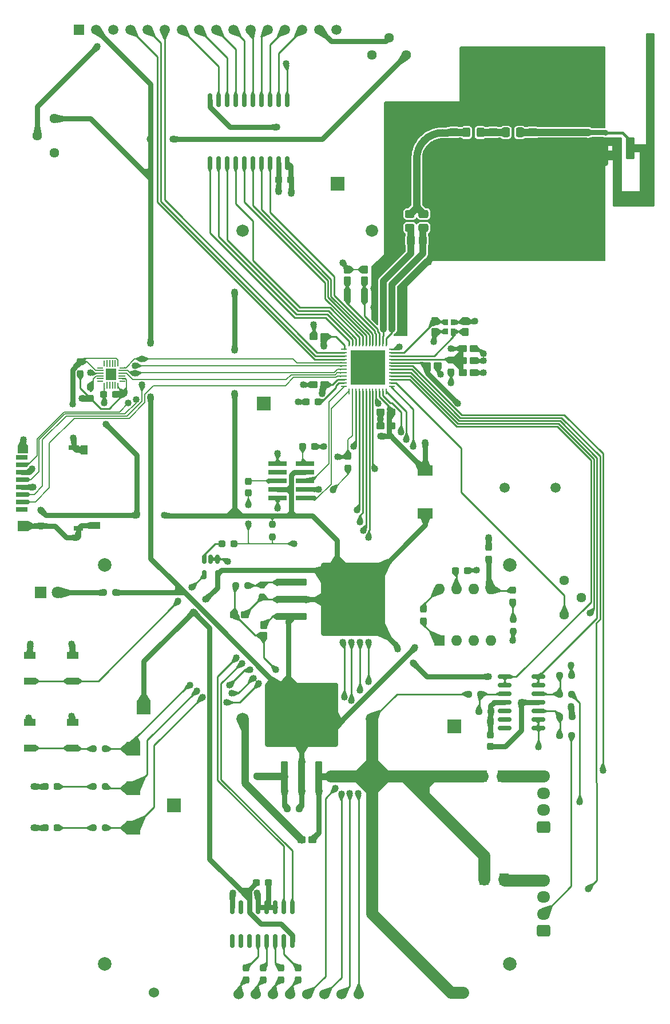
<source format=gbr>
%TF.GenerationSoftware,KiCad,Pcbnew,8.0.1*%
%TF.CreationDate,2024-04-14T16:22:20-07:00*%
%TF.ProjectId,ee110_alpha_board,65653131-305f-4616-9c70-68615f626f61,0.1*%
%TF.SameCoordinates,Original*%
%TF.FileFunction,Copper,L1,Top*%
%TF.FilePolarity,Positive*%
%FSLAX46Y46*%
G04 Gerber Fmt 4.6, Leading zero omitted, Abs format (unit mm)*
G04 Created by KiCad (PCBNEW 8.0.1) date 2024-04-14 16:22:20*
%MOMM*%
%LPD*%
G01*
G04 APERTURE LIST*
G04 Aperture macros list*
%AMRoundRect*
0 Rectangle with rounded corners*
0 $1 Rounding radius*
0 $2 $3 $4 $5 $6 $7 $8 $9 X,Y pos of 4 corners*
0 Add a 4 corners polygon primitive as box body*
4,1,4,$2,$3,$4,$5,$6,$7,$8,$9,$2,$3,0*
0 Add four circle primitives for the rounded corners*
1,1,$1+$1,$2,$3*
1,1,$1+$1,$4,$5*
1,1,$1+$1,$6,$7*
1,1,$1+$1,$8,$9*
0 Add four rect primitives between the rounded corners*
20,1,$1+$1,$2,$3,$4,$5,0*
20,1,$1+$1,$4,$5,$6,$7,0*
20,1,$1+$1,$6,$7,$8,$9,0*
20,1,$1+$1,$8,$9,$2,$3,0*%
G04 Aperture macros list end*
%TA.AperFunction,Conductor*%
%ADD10C,0.200000*%
%TD*%
%TA.AperFunction,EtchedComponent*%
%ADD11C,0.460000*%
%TD*%
%TA.AperFunction,EtchedComponent*%
%ADD12C,0.215900*%
%TD*%
%TA.AperFunction,ConnectorPad*%
%ADD13C,0.460000*%
%TD*%
%TA.AperFunction,SMDPad,CuDef*%
%ADD14R,0.410000X1.220000*%
%TD*%
%TA.AperFunction,SMDPad,CuDef*%
%ADD15R,0.410000X1.360000*%
%TD*%
%TA.AperFunction,SMDPad,CuDef*%
%ADD16RoundRect,0.150000X0.825000X0.150000X-0.825000X0.150000X-0.825000X-0.150000X0.825000X-0.150000X0*%
%TD*%
%TA.AperFunction,SMDPad,CuDef*%
%ADD17RoundRect,0.250000X-0.475000X0.337500X-0.475000X-0.337500X0.475000X-0.337500X0.475000X0.337500X0*%
%TD*%
%TA.AperFunction,SMDPad,CuDef*%
%ADD18RoundRect,0.237500X-0.250000X-0.237500X0.250000X-0.237500X0.250000X0.237500X-0.250000X0.237500X0*%
%TD*%
%TA.AperFunction,SMDPad,CuDef*%
%ADD19RoundRect,0.250001X0.462499X0.624999X-0.462499X0.624999X-0.462499X-0.624999X0.462499X-0.624999X0*%
%TD*%
%TA.AperFunction,SMDPad,CuDef*%
%ADD20RoundRect,0.250000X0.375000X0.275000X-0.375000X0.275000X-0.375000X-0.275000X0.375000X-0.275000X0*%
%TD*%
%TA.AperFunction,SMDPad,CuDef*%
%ADD21RoundRect,0.237500X-0.237500X0.300000X-0.237500X-0.300000X0.237500X-0.300000X0.237500X0.300000X0*%
%TD*%
%TA.AperFunction,SMDPad,CuDef*%
%ADD22RoundRect,0.250000X-0.275000X0.375000X-0.275000X-0.375000X0.275000X-0.375000X0.275000X0.375000X0*%
%TD*%
%TA.AperFunction,ComponentPad*%
%ADD23R,2.000000X2.000000*%
%TD*%
%TA.AperFunction,SMDPad,CuDef*%
%ADD24RoundRect,0.237500X-0.300000X-0.237500X0.300000X-0.237500X0.300000X0.237500X-0.300000X0.237500X0*%
%TD*%
%TA.AperFunction,SMDPad,CuDef*%
%ADD25RoundRect,0.050000X-0.050000X0.400000X-0.050000X-0.400000X0.050000X-0.400000X0.050000X0.400000X0*%
%TD*%
%TA.AperFunction,SMDPad,CuDef*%
%ADD26RoundRect,0.050000X-0.050000X0.437500X-0.050000X-0.437500X0.050000X-0.437500X0.050000X0.437500X0*%
%TD*%
%TA.AperFunction,SMDPad,CuDef*%
%ADD27RoundRect,0.050000X-0.400000X-0.050000X0.400000X-0.050000X0.400000X0.050000X-0.400000X0.050000X0*%
%TD*%
%TA.AperFunction,SMDPad,CuDef*%
%ADD28RoundRect,0.050000X-0.437500X0.050000X-0.437500X-0.050000X0.437500X-0.050000X0.437500X0.050000X0*%
%TD*%
%TA.AperFunction,HeatsinkPad*%
%ADD29R,1.600000X1.750000*%
%TD*%
%TA.AperFunction,SMDPad,CuDef*%
%ADD30RoundRect,0.150000X-0.150000X0.850000X-0.150000X-0.850000X0.150000X-0.850000X0.150000X0.850000X0*%
%TD*%
%TA.AperFunction,SMDPad,CuDef*%
%ADD31RoundRect,0.250000X0.275000X-0.375000X0.275000X0.375000X-0.275000X0.375000X-0.275000X-0.375000X0*%
%TD*%
%TA.AperFunction,SMDPad,CuDef*%
%ADD32RoundRect,0.237500X-0.237500X0.287500X-0.237500X-0.287500X0.237500X-0.287500X0.237500X0.287500X0*%
%TD*%
%TA.AperFunction,ComponentPad*%
%ADD33C,1.508000*%
%TD*%
%TA.AperFunction,ComponentPad*%
%ADD34R,1.800000X1.800000*%
%TD*%
%TA.AperFunction,ComponentPad*%
%ADD35C,1.800000*%
%TD*%
%TA.AperFunction,SMDPad,CuDef*%
%ADD36RoundRect,0.250000X-0.375000X-0.275000X0.375000X-0.275000X0.375000X0.275000X-0.375000X0.275000X0*%
%TD*%
%TA.AperFunction,ComponentPad*%
%ADD37C,1.524000*%
%TD*%
%TA.AperFunction,WasherPad*%
%ADD38C,2.000000*%
%TD*%
%TA.AperFunction,SMDPad,CuDef*%
%ADD39RoundRect,0.250000X-0.337500X-0.475000X0.337500X-0.475000X0.337500X0.475000X-0.337500X0.475000X0*%
%TD*%
%TA.AperFunction,ComponentPad*%
%ADD40C,1.440000*%
%TD*%
%TA.AperFunction,SMDPad,CuDef*%
%ADD41R,2.794000X0.762000*%
%TD*%
%TA.AperFunction,SMDPad,CuDef*%
%ADD42R,0.800000X0.900000*%
%TD*%
%TA.AperFunction,SMDPad,CuDef*%
%ADD43RoundRect,0.250000X0.450000X-0.325000X0.450000X0.325000X-0.450000X0.325000X-0.450000X-0.325000X0*%
%TD*%
%TA.AperFunction,SMDPad,CuDef*%
%ADD44RoundRect,0.237500X0.237500X-0.287500X0.237500X0.287500X-0.237500X0.287500X-0.237500X-0.287500X0*%
%TD*%
%TA.AperFunction,ComponentPad*%
%ADD45RoundRect,0.250000X0.725000X-0.600000X0.725000X0.600000X-0.725000X0.600000X-0.725000X-0.600000X0*%
%TD*%
%TA.AperFunction,ComponentPad*%
%ADD46O,1.950000X1.700000*%
%TD*%
%TA.AperFunction,SMDPad,CuDef*%
%ADD47RoundRect,0.250000X-0.325000X-0.450000X0.325000X-0.450000X0.325000X0.450000X-0.325000X0.450000X0*%
%TD*%
%TA.AperFunction,SMDPad,CuDef*%
%ADD48RoundRect,0.250000X-2.050000X-0.300000X2.050000X-0.300000X2.050000X0.300000X-2.050000X0.300000X0*%
%TD*%
%TA.AperFunction,SMDPad,CuDef*%
%ADD49RoundRect,0.250000X-2.025000X-2.375000X2.025000X-2.375000X2.025000X2.375000X-2.025000X2.375000X0*%
%TD*%
%TA.AperFunction,SMDPad,CuDef*%
%ADD50RoundRect,0.250002X-4.449998X-5.149998X4.449998X-5.149998X4.449998X5.149998X-4.449998X5.149998X0*%
%TD*%
%TA.AperFunction,SMDPad,CuDef*%
%ADD51R,1.700000X1.000000*%
%TD*%
%TA.AperFunction,SMDPad,CuDef*%
%ADD52RoundRect,0.237500X0.237500X-0.300000X0.237500X0.300000X-0.237500X0.300000X-0.237500X-0.300000X0*%
%TD*%
%TA.AperFunction,ComponentPad*%
%ADD53R,1.600000X1.600000*%
%TD*%
%TA.AperFunction,ComponentPad*%
%ADD54O,1.600000X1.600000*%
%TD*%
%TA.AperFunction,SMDPad,CuDef*%
%ADD55RoundRect,0.250000X0.325000X0.450000X-0.325000X0.450000X-0.325000X-0.450000X0.325000X-0.450000X0*%
%TD*%
%TA.AperFunction,SMDPad,CuDef*%
%ADD56RoundRect,0.237500X0.250000X0.237500X-0.250000X0.237500X-0.250000X-0.237500X0.250000X-0.237500X0*%
%TD*%
%TA.AperFunction,SMDPad,CuDef*%
%ADD57RoundRect,0.237500X0.237500X-0.250000X0.237500X0.250000X-0.237500X0.250000X-0.237500X-0.250000X0*%
%TD*%
%TA.AperFunction,ComponentPad*%
%ADD58R,1.500000X1.500000*%
%TD*%
%TA.AperFunction,ComponentPad*%
%ADD59C,1.500000*%
%TD*%
%TA.AperFunction,SMDPad,CuDef*%
%ADD60RoundRect,0.237500X-0.287500X-0.237500X0.287500X-0.237500X0.287500X0.237500X-0.287500X0.237500X0*%
%TD*%
%TA.AperFunction,SMDPad,CuDef*%
%ADD61R,0.240000X0.899998*%
%TD*%
%TA.AperFunction,SMDPad,CuDef*%
%ADD62R,0.899998X0.240000*%
%TD*%
%TA.AperFunction,SMDPad,CuDef*%
%ADD63R,5.150000X5.150000*%
%TD*%
%TA.AperFunction,SMDPad,CuDef*%
%ADD64R,1.000000X1.800000*%
%TD*%
%TA.AperFunction,SMDPad,CuDef*%
%ADD65RoundRect,0.237500X0.300000X0.237500X-0.300000X0.237500X-0.300000X-0.237500X0.300000X-0.237500X0*%
%TD*%
%TA.AperFunction,SMDPad,CuDef*%
%ADD66RoundRect,0.150000X-0.150000X0.825000X-0.150000X-0.825000X0.150000X-0.825000X0.150000X0.825000X0*%
%TD*%
%TA.AperFunction,SMDPad,CuDef*%
%ADD67RoundRect,0.237500X-0.237500X0.250000X-0.237500X-0.250000X0.237500X-0.250000X0.237500X0.250000X0*%
%TD*%
%TA.AperFunction,SMDPad,CuDef*%
%ADD68RoundRect,0.250000X0.337500X0.475000X-0.337500X0.475000X-0.337500X-0.475000X0.337500X-0.475000X0*%
%TD*%
%TA.AperFunction,SMDPad,CuDef*%
%ADD69RoundRect,0.237500X0.287500X0.237500X-0.287500X0.237500X-0.287500X-0.237500X0.287500X-0.237500X0*%
%TD*%
%TA.AperFunction,SMDPad,CuDef*%
%ADD70R,1.750000X0.700000*%
%TD*%
%TA.AperFunction,SMDPad,CuDef*%
%ADD71R,1.000000X1.450000*%
%TD*%
%TA.AperFunction,SMDPad,CuDef*%
%ADD72R,1.550000X1.000000*%
%TD*%
%TA.AperFunction,SMDPad,CuDef*%
%ADD73R,1.500000X0.800000*%
%TD*%
%TA.AperFunction,SMDPad,CuDef*%
%ADD74R,1.500000X1.300000*%
%TD*%
%TA.AperFunction,SMDPad,CuDef*%
%ADD75R,1.500000X1.500000*%
%TD*%
%TA.AperFunction,SMDPad,CuDef*%
%ADD76R,1.400000X0.800000*%
%TD*%
%TA.AperFunction,SMDPad,CuDef*%
%ADD77RoundRect,0.250000X0.300000X-2.050000X0.300000X2.050000X-0.300000X2.050000X-0.300000X-2.050000X0*%
%TD*%
%TA.AperFunction,SMDPad,CuDef*%
%ADD78RoundRect,0.250000X2.375000X-2.025000X2.375000X2.025000X-2.375000X2.025000X-2.375000X-2.025000X0*%
%TD*%
%TA.AperFunction,SMDPad,CuDef*%
%ADD79RoundRect,0.250002X5.149998X-4.449998X5.149998X4.449998X-5.149998X4.449998X-5.149998X-4.449998X0*%
%TD*%
%TA.AperFunction,SMDPad,CuDef*%
%ADD80RoundRect,0.250000X0.475000X-0.337500X0.475000X0.337500X-0.475000X0.337500X-0.475000X-0.337500X0*%
%TD*%
%TA.AperFunction,SMDPad,CuDef*%
%ADD81R,2.200000X1.500000*%
%TD*%
%TA.AperFunction,SMDPad,CuDef*%
%ADD82RoundRect,0.150000X-0.150000X0.512500X-0.150000X-0.512500X0.150000X-0.512500X0.150000X0.512500X0*%
%TD*%
%TA.AperFunction,ComponentPad*%
%ADD83C,1.828800*%
%TD*%
%TA.AperFunction,ViaPad*%
%ADD84C,1.016000*%
%TD*%
%TA.AperFunction,ViaPad*%
%ADD85C,1.397000*%
%TD*%
%TA.AperFunction,Conductor*%
%ADD86C,0.279400*%
%TD*%
%TA.AperFunction,Conductor*%
%ADD87C,0.152400*%
%TD*%
%TA.AperFunction,Conductor*%
%ADD88C,0.762000*%
%TD*%
%TA.AperFunction,Conductor*%
%ADD89C,1.066800*%
%TD*%
%TA.AperFunction,Conductor*%
%ADD90C,1.016000*%
%TD*%
%TA.AperFunction,Conductor*%
%ADD91C,1.778000*%
%TD*%
G04 APERTURE END LIST*
D10*
%TO.N,Net-(U4-VDDR)*%
X109474000Y-87122000D02*
X107696000Y-85344000D01*
X109474000Y-83566000D01*
X109474000Y-87122000D01*
%TA.AperFunction,Conductor*%
G36*
X109474000Y-87122000D02*
G01*
X107696000Y-85344000D01*
X109474000Y-83566000D01*
X109474000Y-87122000D01*
G37*
%TD.AperFunction*%
D11*
%TD*%
%TO.C,AE1*%
X130518600Y-51574400D02*
X133039880Y-51574400D01*
D12*
%TO.C,AE1*%
X130645600Y-52361800D02*
X130645600Y-53361798D01*
X130645600Y-53361798D02*
X131645598Y-53361798D01*
X130645600Y-54361796D02*
X130645600Y-55511400D01*
X130645600Y-55511400D02*
X131687000Y-55511400D01*
X130747200Y-53361798D02*
X130747200Y-52361800D01*
X130747200Y-55511400D02*
X130747200Y-54361796D01*
X130950400Y-53361798D02*
X130950400Y-52361800D01*
X130950400Y-55511400D02*
X130950400Y-54361796D01*
X131153600Y-53361798D02*
X131153600Y-52361800D01*
X131153600Y-55511400D02*
X131153600Y-54361796D01*
X131356800Y-53361798D02*
X131356800Y-52361800D01*
X131356800Y-55511400D02*
X131356800Y-54361796D01*
X131560000Y-53361798D02*
X131560000Y-52361800D01*
X131560000Y-55511400D02*
X131560000Y-54361796D01*
X131645598Y-53361798D02*
X131645598Y-54361796D01*
X131645598Y-54361796D02*
X130645600Y-54361796D01*
X131687000Y-55511400D02*
X131712400Y-61810600D01*
X131712400Y-61810600D02*
X131712400Y-62344000D01*
X131712400Y-62344000D02*
X137656000Y-62344000D01*
X131763200Y-62344000D02*
X131763200Y-52361800D01*
X131966400Y-62344000D02*
X131966400Y-52361800D01*
X132169600Y-62344000D02*
X132169600Y-52361800D01*
X132372800Y-62344000D02*
X132372800Y-52361800D01*
X132576000Y-62344000D02*
X132576000Y-52361800D01*
X132779200Y-52361800D02*
X130645600Y-52361800D01*
X132779200Y-60361809D02*
X132779200Y-52361800D01*
X132779200Y-62344000D02*
X132779200Y-52361800D01*
X132982400Y-62344000D02*
X132982400Y-60361809D01*
D11*
X133039880Y-51574400D02*
X133893574Y-52428069D01*
D12*
X133185600Y-62344000D02*
X133185600Y-60361809D01*
X133388800Y-62344000D02*
X133388800Y-60361809D01*
X133592000Y-62344000D02*
X133592000Y-60361809D01*
X133645594Y-52361800D02*
X133645594Y-55361794D01*
X133645594Y-55361794D02*
X134645592Y-55361794D01*
X133795200Y-55361794D02*
X133795200Y-52361800D01*
X133795200Y-62344000D02*
X133795200Y-60361809D01*
X133998400Y-55361794D02*
X133998400Y-52361800D01*
X133998400Y-62344000D02*
X133998400Y-60361809D01*
X134201600Y-55361794D02*
X134201600Y-52361800D01*
X134201600Y-62344000D02*
X134201600Y-60361809D01*
X134404800Y-55361794D02*
X134404800Y-52361800D01*
X134404800Y-62344000D02*
X134404800Y-60361809D01*
X134608000Y-55361794D02*
X134608000Y-52361800D01*
X134608000Y-62344000D02*
X134608000Y-60361809D01*
X134645592Y-52361800D02*
X133645594Y-52361800D01*
X134645592Y-53361798D02*
X134645592Y-52361800D01*
X134645592Y-54361796D02*
X135645590Y-54361796D01*
X134645592Y-55361794D02*
X134645592Y-54361796D01*
X134811200Y-54361796D02*
X134811200Y-53361798D01*
X134811200Y-62344000D02*
X134811200Y-60361809D01*
X135014400Y-54361796D02*
X135014400Y-53361798D01*
X135014400Y-62344000D02*
X135014400Y-60361809D01*
X135217600Y-54361796D02*
X135217600Y-53361798D01*
X135217600Y-62344000D02*
X135217600Y-60361809D01*
X135420800Y-54361796D02*
X135420800Y-53361798D01*
X135420800Y-62344000D02*
X135420800Y-60361809D01*
X135624000Y-54361796D02*
X135624000Y-53361798D01*
X135624000Y-62344000D02*
X135624000Y-60361809D01*
X135645590Y-54361796D02*
X135645590Y-60361809D01*
X135645590Y-60361809D02*
X132779200Y-60361809D01*
X135827200Y-62344000D02*
X135827200Y-53361798D01*
X136030400Y-62344000D02*
X136030400Y-53361798D01*
X136233600Y-62344000D02*
X136233600Y-53361798D01*
X136436800Y-62344000D02*
X136436800Y-53361798D01*
X136640000Y-62344000D02*
X136640000Y-53361798D01*
X136645588Y-36944000D02*
X136645588Y-53361798D01*
X136645588Y-53361798D02*
X134645592Y-53361798D01*
X136843200Y-62344000D02*
X136843200Y-36944000D01*
X137046400Y-62344000D02*
X137046400Y-36944000D01*
X137249600Y-62344000D02*
X137249600Y-36944000D01*
X137452800Y-62344000D02*
X137452800Y-36944000D01*
X137656000Y-36944000D02*
X136645588Y-36944000D01*
X137656000Y-62344000D02*
X137656000Y-36944000D01*
X133779274Y-52428069D02*
G75*
G02*
X134007874Y-52428069I114300J-5D01*
G01*
X134007874Y-52428069D02*
G75*
G02*
X133779274Y-52428069I-114300J-5D01*
G01*
%TD*%
D13*
%TO.P,AE1,1,FEED*%
%TO.N,/RF_ANT*%
X130516000Y-51574000D03*
D14*
%TO.P,AE1,2,PCB_Trace*%
%TO.N,GND*%
X130546000Y-52864000D03*
D15*
X130556000Y-54934000D03*
%TD*%
D16*
%TO.P,U8,1*%
%TO.N,/gpio/SERVO2_POS*%
X120585000Y-139700000D03*
%TO.P,U8,2,-*%
X120585000Y-138430000D03*
%TO.P,U8,3,+*%
%TO.N,Net-(U8A-+)*%
X120585000Y-137160000D03*
%TO.P,U8,4,V+*%
%TO.N,+3.3V*%
X120585000Y-135890000D03*
%TO.P,U8,5,+*%
%TO.N,Net-(U8B-+)*%
X120585000Y-134620000D03*
%TO.P,U8,6,-*%
%TO.N,/gpio/SERVO1_POS*%
X120585000Y-133350000D03*
%TO.P,U8,7*%
X120585000Y-132080000D03*
%TO.P,U8,8*%
%TO.N,/gpio/VBAT_READ*%
X115635000Y-132080000D03*
%TO.P,U8,9,-*%
X115635000Y-133350000D03*
%TO.P,U8,10,+*%
%TO.N,Net-(U8C-+)*%
X115635000Y-134620000D03*
%TO.P,U8,11,V-*%
%TO.N,GND*%
X115635000Y-135890000D03*
%TO.P,U8,12,+*%
%TO.N,unconnected-(U8D-+-Pad12)*%
X115635000Y-137160000D03*
%TO.P,U8,13,-*%
%TO.N,unconnected-(U8D---Pad13)*%
X115635000Y-138430000D03*
%TO.P,U8,14*%
%TO.N,unconnected-(U8-Pad14)*%
X115635000Y-139700000D03*
%TD*%
D17*
%TO.P,C17,1*%
%TO.N,/RF_MATCH1*%
X108077000Y-51540500D03*
%TO.P,C17,2*%
%TO.N,GND*%
X108077000Y-53615500D03*
%TD*%
D18*
%TO.P,R10,1*%
%TO.N,+VBAT*%
X110262000Y-134632500D03*
%TO.P,R10,2*%
%TO.N,Net-(U8C-+)*%
X112087000Y-134632500D03*
%TD*%
%TO.P,R15,1*%
%TO.N,Net-(U8A-+)*%
X123787000Y-137934500D03*
%TO.P,R15,2*%
%TO.N,GND*%
X125612000Y-137934500D03*
%TD*%
D19*
%TO.P,D10,1,K*%
%TO.N,Net-(D10-K)*%
X115279500Y-146812000D03*
%TO.P,D10,2,A*%
%TO.N,+VBAT*%
X112304500Y-146812000D03*
%TD*%
D20*
%TO.P,C1,1*%
%TO.N,+VBAT*%
X87160000Y-156210000D03*
%TO.P,C1,2*%
%TO.N,GND*%
X85560000Y-156210000D03*
%TD*%
D21*
%TO.P,C28,1*%
%TO.N,+3.3V*%
X52832000Y-85497500D03*
%TO.P,C28,2*%
%TO.N,GND*%
X52832000Y-87222500D03*
%TD*%
D22*
%TO.P,C12,1*%
%TO.N,Net-(U4-X48M_P)*%
X105262500Y-79486500D03*
%TO.P,C12,2*%
%TO.N,GND*%
X105262500Y-81086500D03*
%TD*%
D23*
%TO.P,,1,1*%
%TO.N,GND*%
X90932000Y-59182000D03*
%TD*%
D24*
%TO.P,C23,1*%
%TO.N,Net-(U7-BYPASS)*%
X108357500Y-116345000D03*
%TO.P,C23,2*%
%TO.N,GND*%
X110082500Y-116345000D03*
%TD*%
D25*
%TO.P,U9,1,RESV_VDDIO*%
%TO.N,+3.3V*%
X58380000Y-85726000D03*
D26*
%TO.P,U9,2*%
%TO.N,N/C*%
X57980000Y-85763500D03*
%TO.P,U9,3*%
X57580000Y-85763500D03*
%TO.P,U9,4*%
X57180000Y-85763500D03*
%TO.P,U9,5*%
X56780000Y-85763500D03*
D25*
%TO.P,U9,6*%
X56380000Y-85726000D03*
D27*
%TO.P,U9,7,AUX_CL*%
%TO.N,unconnected-(U9-AUX_CL-Pad7)*%
X55730000Y-86376000D03*
D28*
%TO.P,U9,8,VDDIO*%
%TO.N,+3.3V*%
X55767500Y-86776000D03*
%TO.P,U9,9,AD0/MISO*%
%TO.N,/gpio/SPI_MISO*%
X55767500Y-87176000D03*
%TO.P,U9,10,REGOUT*%
%TO.N,Net-(U9-REGOUT)*%
X55767500Y-87576000D03*
%TO.P,U9,11,FSYNC*%
%TO.N,unconnected-(U9-FSYNC-Pad11)*%
X55767500Y-87976000D03*
D27*
%TO.P,U9,12,INT*%
%TO.N,unconnected-(U9-INT-Pad12)*%
X55730000Y-88376000D03*
D25*
%TO.P,U9,13,VDD*%
%TO.N,+3.3V*%
X56380000Y-89026000D03*
D26*
%TO.P,U9,14*%
%TO.N,N/C*%
X56780000Y-88988500D03*
%TO.P,U9,15*%
X57180000Y-88988500D03*
%TO.P,U9,16*%
X57580000Y-88988500D03*
%TO.P,U9,17*%
X57980000Y-88988500D03*
D25*
%TO.P,U9,18,GND*%
%TO.N,GND*%
X58380000Y-89026000D03*
D27*
%TO.P,U9,19*%
%TO.N,N/C*%
X59030000Y-88376000D03*
D28*
%TO.P,U9,20,RESV_GND*%
%TO.N,GND*%
X58992500Y-87976000D03*
%TO.P,U9,21,AUX_DA*%
%TO.N,unconnected-(U9-AUX_DA-Pad21)*%
X58992500Y-87576000D03*
%TO.P,U9,22,~{CS}*%
%TO.N,/gpio/IMU_CS*%
X58992500Y-87176000D03*
%TO.P,U9,23,SCL/SCLK*%
%TO.N,/gpio/SPI_SCLK*%
X58992500Y-86776000D03*
D27*
%TO.P,U9,24,SDA/MOSI*%
%TO.N,/gpio/SPI_MOSI*%
X59030000Y-86376000D03*
D29*
%TO.P,U9,25*%
%TO.N,N/C*%
X57380000Y-87376000D03*
%TD*%
D30*
%TO.P,U6,1,DIR*%
%TO.N,/gpio/LCD_RW*%
X83439000Y-46810000D03*
%TO.P,U6,2,A1*%
%TO.N,Net-(DS1-DB7)*%
X82169000Y-46810000D03*
%TO.P,U6,3,A2*%
%TO.N,Net-(DS1-DB6)*%
X80899000Y-46810000D03*
%TO.P,U6,4,A3*%
%TO.N,Net-(DS1-DB5)*%
X79629000Y-46810000D03*
%TO.P,U6,5,A4*%
%TO.N,Net-(DS1-DB4)*%
X78359000Y-46810000D03*
%TO.P,U6,6,A5*%
%TO.N,Net-(DS1-DB3)*%
X77089000Y-46810000D03*
%TO.P,U6,7,A6*%
%TO.N,Net-(DS1-DB2)*%
X75819000Y-46810000D03*
%TO.P,U6,8,A7*%
%TO.N,Net-(DS1-DB1)*%
X74549000Y-46810000D03*
%TO.P,U6,9,A8*%
%TO.N,Net-(DS1-DB0)*%
X73279000Y-46810000D03*
%TO.P,U6,10,GND*%
%TO.N,GND*%
X72009000Y-46810000D03*
%TO.P,U6,11,B8*%
%TO.N,/gpio/LCD_DATA7*%
X72009000Y-56060000D03*
%TO.P,U6,12,B7*%
%TO.N,/gpio/LCD_DATA6*%
X73279000Y-56060000D03*
%TO.P,U6,13,B6*%
%TO.N,/gpio/LCD_DATA5*%
X74549000Y-56060000D03*
%TO.P,U6,14,B5*%
%TO.N,/gpio/LCD_DATA4*%
X75819000Y-56060000D03*
%TO.P,U6,15,B4*%
%TO.N,/gpio/LCD_DATA3*%
X77089000Y-56060000D03*
%TO.P,U6,16,B3*%
%TO.N,/gpio/LCD_DATA2*%
X78359000Y-56060000D03*
%TO.P,U6,17,B2*%
%TO.N,/gpio/LCD_DATA1*%
X79629000Y-56060000D03*
%TO.P,U6,18,B1*%
%TO.N,/gpio/LCD_DATA0*%
X80899000Y-56060000D03*
%TO.P,U6,19,OE*%
%TO.N,GND*%
X82169000Y-56060000D03*
%TO.P,U6,20,VCC*%
%TO.N,+3.3V*%
X83439000Y-56060000D03*
%TD*%
D20*
%TO.P,C3,1*%
%TO.N,+3.3V*%
X77209000Y-122936000D03*
%TO.P,C3,2*%
%TO.N,GND*%
X75609000Y-122936000D03*
%TD*%
D17*
%TO.P,C18,1*%
%TO.N,/RF_MATCH2*%
X113919000Y-51540500D03*
%TO.P,C18,2*%
%TO.N,GND*%
X113919000Y-53615500D03*
%TD*%
D31*
%TO.P,C21,1*%
%TO.N,Net-(U4-X32K_Q2)*%
X92329000Y-73444000D03*
%TO.P,C21,2*%
%TO.N,GND*%
X92329000Y-71844000D03*
%TD*%
D32*
%TO.P,D7,1,K*%
%TO.N,Net-(D7-K)*%
X77320000Y-175172500D03*
%TO.P,D7,2,A*%
%TO.N,Net-(D7-A)*%
X77320000Y-176922500D03*
%TD*%
D17*
%TO.P,C19,1*%
%TO.N,/RF_ANT*%
X119761000Y-51540500D03*
%TO.P,C19,2*%
%TO.N,GND*%
X119761000Y-53615500D03*
%TD*%
D33*
%TO.P,LS1,M,2*%
%TO.N,GND*%
X123180000Y-104140000D03*
%TO.P,LS1,P,1*%
%TO.N,Net-(LS1-1)*%
X115580000Y-104140000D03*
%TD*%
D24*
%TO.P,C30,1*%
%TO.N,GND*%
X82195500Y-58547000D03*
%TO.P,C30,2*%
%TO.N,+3.3V*%
X83920500Y-58547000D03*
%TD*%
%TO.P,C27,1*%
%TO.N,+3.3V*%
X56287500Y-90297000D03*
%TO.P,C27,2*%
%TO.N,GND*%
X58012500Y-90297000D03*
%TD*%
D34*
%TO.P,D1,1,K*%
%TO.N,GND*%
X46990000Y-119634000D03*
D35*
%TO.P,D1,2,A*%
%TO.N,Net-(D1-A)*%
X49530000Y-119634000D03*
%TD*%
D36*
%TO.P,C9,1*%
%TO.N,Net-(U4-VDDR)*%
X109436000Y-85344000D03*
%TO.P,C9,2*%
%TO.N,GND*%
X111036000Y-85344000D03*
%TD*%
D37*
%TO.P,J3,8,C4*%
%TO.N,/gpio/KEYPAD_COL4*%
X94040000Y-179070000D03*
%TO.P,J3,7,C3*%
%TO.N,/gpio/KEYPAD_COL3*%
X91500000Y-179070000D03*
%TO.P,J3,6,C2*%
%TO.N,/gpio/KEYPAD_COL2*%
X88960000Y-179070000D03*
%TO.P,J3,5,C1*%
%TO.N,/gpio/KEYPAD_COL1*%
X86420000Y-179070000D03*
%TO.P,J3,4,R1*%
%TO.N,Net-(D4-A)*%
X83880000Y-179070000D03*
%TO.P,J3,3,R2*%
%TO.N,Net-(D5-A)*%
X81340000Y-179070000D03*
%TO.P,J3,2,R3*%
%TO.N,Net-(D6-A)*%
X78800000Y-179070000D03*
%TO.P,J3,1,R4*%
%TO.N,Net-(D7-A)*%
X76260000Y-179070000D03*
D38*
%TO.P,J3,*%
%TO.N,*%
X116420000Y-174570000D03*
X116420000Y-115570000D03*
X56420000Y-174570000D03*
X56420000Y-115570000D03*
%TD*%
D39*
%TO.P,C15,1*%
%TO.N,/RF_MATCH2*%
X115802500Y-51562000D03*
%TO.P,C15,2*%
%TO.N,/RF_ANT*%
X117877500Y-51562000D03*
%TD*%
D40*
%TO.P,RV2,1,1*%
%TO.N,+5V*%
X101092000Y-40132000D03*
%TO.P,RV2,2,2*%
%TO.N,Net-(DS1-PadA)*%
X98552000Y-37592000D03*
%TO.P,RV2,3,3*%
%TO.N,GND*%
X96012000Y-40132000D03*
%TD*%
D20*
%TO.P,C4,1*%
%TO.N,Net-(U4-VDDS)*%
X88938000Y-81788000D03*
%TO.P,C4,2*%
%TO.N,GND*%
X87338000Y-81788000D03*
%TD*%
D41*
%TO.P,J2,1,TCK*%
%TO.N,Net-(J2-TCK)*%
X86106000Y-105664000D03*
%TO.P,J2,2,GND*%
%TO.N,GND*%
X82042000Y-105664000D03*
%TO.P,J2,3,TDO*%
%TO.N,Net-(D2-K)*%
X86106000Y-104394000D03*
%TO.P,J2,4,VREF*%
%TO.N,+3.3V*%
X82042000Y-104394000D03*
%TO.P,J2,5,TMS*%
%TO.N,Net-(J2-TMS)*%
X86106000Y-103124000D03*
%TO.P,J2,6,~{SRST}*%
%TO.N,Net-(D13-K)*%
X82042000Y-103124000D03*
%TO.P,J2,7,VCC*%
%TO.N,+3.3V*%
X86106000Y-101854000D03*
%TO.P,J2,8,~{TRST}*%
%TO.N,unconnected-(J2-~{TRST}-Pad8)*%
X82042000Y-101854000D03*
%TO.P,J2,9,TDI*%
%TO.N,Net-(D3-A)*%
X86106000Y-100584000D03*
%TO.P,J2,10,GND*%
%TO.N,GND*%
X82042000Y-100584000D03*
%TD*%
D42*
%TO.P,X1,1,1*%
%TO.N,Net-(U4-X48M_N)*%
X108034000Y-81026000D03*
%TO.P,X1,2,2*%
%TO.N,GND*%
X108034000Y-79626000D03*
%TO.P,X1,3,3*%
%TO.N,Net-(U4-X48M_P)*%
X106934000Y-79626000D03*
%TO.P,X1,4,4*%
%TO.N,GND*%
X106934000Y-81026000D03*
%TD*%
D23*
%TO.P,,1,1*%
%TO.N,GND*%
X80010000Y-91694000D03*
%TD*%
D18*
%TO.P,R8,1*%
%TO.N,Net-(D9-A)*%
X54713500Y-154432000D03*
%TO.P,R8,2*%
%TO.N,/gpio/TEST_BLUE*%
X56538500Y-154432000D03*
%TD*%
D43*
%TO.P,L5,1*%
%TO.N,/RF_N*%
X101600000Y-65668000D03*
%TO.P,L5,2*%
%TO.N,/RF_MATCH1*%
X101600000Y-63618000D03*
%TD*%
D23*
%TO.P,,1,1*%
%TO.N,GND*%
X108204000Y-139446000D03*
%TD*%
D44*
%TO.P,L2,1*%
%TO.N,Net-(U4-DCDC_SW)*%
X107696000Y-86981000D03*
%TO.P,L2,2*%
%TO.N,Net-(U4-VDDR)*%
X107696000Y-85231000D03*
%TD*%
D40*
%TO.P,RV3,1,1*%
%TO.N,/gpio/SPKR*%
X124460000Y-122936000D03*
%TO.P,RV3,2,2*%
%TO.N,Net-(U7-+)*%
X127000000Y-120396000D03*
%TO.P,RV3,3,3*%
%TO.N,GND*%
X124460000Y-117856000D03*
%TD*%
D45*
%TO.P,J6,1*%
%TO.N,GND*%
X121340000Y-169672000D03*
D46*
%TO.P,J6,2*%
%TO.N,Net-(J6-Pad2)*%
X121340000Y-167172000D03*
%TO.P,J6,3*%
%TO.N,/gpio/SERVO2_PWM*%
X121340000Y-164672000D03*
%TO.P,J6,4*%
%TO.N,Net-(D11-K)*%
X121340000Y-162172000D03*
%TD*%
D47*
%TO.P,L4,1*%
%TO.N,/RF_MATCH1*%
X109973000Y-51562000D03*
%TO.P,L4,2*%
%TO.N,/RF_MATCH2*%
X112023000Y-51562000D03*
%TD*%
D40*
%TO.P,RV1,1,1*%
%TO.N,+5V*%
X49022000Y-49530000D03*
%TO.P,RV1,2,2*%
%TO.N,Net-(DS1-V0)*%
X46482000Y-52070000D03*
%TO.P,RV1,3,3*%
%TO.N,GND*%
X49022000Y-54610000D03*
%TD*%
D48*
%TO.P,U2,1,GND*%
%TO.N,Net-(U2-GND)*%
X84068000Y-118110000D03*
%TO.P,U2,2,VO*%
%TO.N,+3.3V*%
X84068000Y-120650000D03*
D49*
X90793000Y-117875000D03*
X90793000Y-123425000D03*
D50*
X93218000Y-120650000D03*
D49*
X95643000Y-117875000D03*
X95643000Y-123425000D03*
D48*
%TO.P,U2,3,VI*%
%TO.N,+5V*%
X84068000Y-123190000D03*
%TD*%
D51*
%TO.P,SW2,1,1*%
%TO.N,GND*%
X45364000Y-138816000D03*
X51664000Y-138816000D03*
%TO.P,SW2,2,2*%
%TO.N,Net-(R1-Pad1)*%
X45364000Y-142616000D03*
X51664000Y-142616000D03*
%TD*%
D52*
%TO.P,C24,1*%
%TO.N,Net-(C24-Pad1)*%
X113284000Y-114654500D03*
%TO.P,C24,2*%
%TO.N,Net-(LS1-1)*%
X113284000Y-112929500D03*
%TD*%
D36*
%TO.P,C11,1*%
%TO.N,Net-(U4-VDDR)*%
X109436000Y-83566000D03*
%TO.P,C11,2*%
%TO.N,GND*%
X111036000Y-83566000D03*
%TD*%
D22*
%TO.P,C2,1*%
%TO.N,+5V*%
X79938000Y-124422000D03*
%TO.P,C2,2*%
%TO.N,GND*%
X79938000Y-126022000D03*
%TD*%
D53*
%TO.P,U7,1,GAIN*%
%TO.N,Net-(C26-Pad1)*%
X105928000Y-126736000D03*
D54*
%TO.P,U7,2,-*%
%TO.N,GND*%
X108468000Y-126736000D03*
%TO.P,U7,3,+*%
%TO.N,Net-(U7-+)*%
X111008000Y-126736000D03*
%TO.P,U7,4,GND*%
%TO.N,GND*%
X113548000Y-126736000D03*
%TO.P,U7,5*%
%TO.N,Net-(C24-Pad1)*%
X113548000Y-119116000D03*
%TO.P,U7,6,V+*%
%TO.N,+5V*%
X111008000Y-119116000D03*
%TO.P,U7,7,BYPASS*%
%TO.N,Net-(U7-BYPASS)*%
X108468000Y-119116000D03*
%TO.P,U7,8,GAIN*%
%TO.N,Net-(C26-Pad2)*%
X105928000Y-119116000D03*
%TD*%
D32*
%TO.P,D6,1,K*%
%TO.N,Net-(D6-K)*%
X79910000Y-175172500D03*
%TO.P,D6,2,A*%
%TO.N,Net-(D6-A)*%
X79910000Y-176922500D03*
%TD*%
D55*
%TO.P,L3,1*%
%TO.N,GND*%
X105546000Y-67564000D03*
%TO.P,L3,2*%
%TO.N,/RF_P*%
X103496000Y-67564000D03*
%TD*%
D56*
%TO.P,R12,1*%
%TO.N,Net-(J5-Pad2)*%
X125549000Y-134632500D03*
%TO.P,R12,2*%
%TO.N,Net-(U8B-+)*%
X123724000Y-134632500D03*
%TD*%
D21*
%TO.P,C32,1*%
%TO.N,GND*%
X113538000Y-140642000D03*
%TO.P,C32,2*%
%TO.N,+3.3V*%
X113538000Y-142367000D03*
%TD*%
D32*
%TO.P,D4,1,K*%
%TO.N,Net-(D4-K)*%
X85090000Y-175172500D03*
%TO.P,D4,2,A*%
%TO.N,Net-(D4-A)*%
X85090000Y-176922500D03*
%TD*%
D23*
%TO.P,TP1,1,1*%
%TO.N,/gpio/TEST_BUTTON*%
X60706000Y-142748000D03*
%TD*%
%TO.P,TP2,1,1*%
%TO.N,/gpio/TEST_GREEN*%
X60706000Y-148590000D03*
%TD*%
D45*
%TO.P,J5,1*%
%TO.N,GND*%
X121340000Y-154305000D03*
D46*
%TO.P,J5,2*%
%TO.N,Net-(J5-Pad2)*%
X121340000Y-151805000D03*
%TO.P,J5,3*%
%TO.N,/gpio/SERVO1_PWM*%
X121340000Y-149305000D03*
%TO.P,J5,4*%
%TO.N,Net-(D10-K)*%
X121340000Y-146805000D03*
%TD*%
D23*
%TO.P,TP3,1,1*%
%TO.N,/gpio/TEST_BLUE*%
X60706000Y-154432000D03*
%TD*%
D57*
%TO.P,R3,1*%
%TO.N,+3.3V*%
X79756000Y-120292500D03*
%TO.P,R3,2*%
%TO.N,Net-(U2-GND)*%
X79756000Y-118467500D03*
%TD*%
D51*
%TO.P,SW1,1,1*%
%TO.N,GND*%
X45364000Y-128910000D03*
X51664000Y-128910000D03*
%TO.P,SW1,2,2*%
%TO.N,Net-(U3-MR)*%
X45364000Y-132710000D03*
X51664000Y-132710000D03*
%TD*%
D44*
%TO.P,D2,1,K*%
%TO.N,Net-(D2-K)*%
X92456000Y-101205000D03*
%TO.P,D2,2,A*%
%TO.N,/gpio/KEYPAD_ROWA*%
X92456000Y-99455000D03*
%TD*%
D56*
%TO.P,R2,1*%
%TO.N,+5V*%
X85240500Y-151638000D03*
%TO.P,R2,2*%
%TO.N,Net-(U1-GND)*%
X83415500Y-151638000D03*
%TD*%
D58*
%TO.P,DS1,1,VSS*%
%TO.N,GND*%
X52620000Y-36335000D03*
D59*
%TO.P,DS1,2,VDD*%
%TO.N,+5V*%
X55160000Y-36335000D03*
%TO.P,DS1,3,V0*%
%TO.N,Net-(DS1-V0)*%
X57700000Y-36335000D03*
%TO.P,DS1,4,RS*%
%TO.N,/gpio/LCD_RS*%
X60240000Y-36335000D03*
%TO.P,DS1,5,R/W*%
%TO.N,/gpio/LCD_RW*%
X62780000Y-36335000D03*
%TO.P,DS1,6,E*%
%TO.N,/gpio/LCD_E*%
X65320000Y-36335000D03*
%TO.P,DS1,7,DB0*%
%TO.N,Net-(DS1-DB0)*%
X67860000Y-36335000D03*
%TO.P,DS1,8,DB1*%
%TO.N,Net-(DS1-DB1)*%
X70400000Y-36335000D03*
%TO.P,DS1,9,DB2*%
%TO.N,Net-(DS1-DB2)*%
X72940000Y-36335000D03*
%TO.P,DS1,10,DB3*%
%TO.N,Net-(DS1-DB3)*%
X75480000Y-36335000D03*
%TO.P,DS1,11,DB4*%
%TO.N,Net-(DS1-DB4)*%
X78020000Y-36335000D03*
%TO.P,DS1,12,DB5*%
%TO.N,Net-(DS1-DB5)*%
X80560000Y-36335000D03*
%TO.P,DS1,13,DB6*%
%TO.N,Net-(DS1-DB6)*%
X83100000Y-36335000D03*
%TO.P,DS1,14,DB7*%
%TO.N,Net-(DS1-DB7)*%
X85640000Y-36335000D03*
%TO.P,DS1,A,A*%
%TO.N,Net-(DS1-PadA)*%
X88180000Y-36335000D03*
%TO.P,DS1,K,K*%
%TO.N,GND*%
X90720000Y-36335000D03*
%TD*%
D32*
%TO.P,D5,1,K*%
%TO.N,Net-(D5-K)*%
X82500000Y-175172500D03*
%TO.P,D5,2,A*%
%TO.N,Net-(D5-A)*%
X82500000Y-176922500D03*
%TD*%
D21*
%TO.P,C29,1*%
%TO.N,Net-(U9-REGOUT)*%
X54356000Y-89180500D03*
%TO.P,C29,2*%
%TO.N,GND*%
X54356000Y-90905500D03*
%TD*%
D20*
%TO.P,C8,1*%
%TO.N,Net-(U4-VDDS)*%
X98844000Y-94996000D03*
%TO.P,C8,2*%
%TO.N,GND*%
X97244000Y-94996000D03*
%TD*%
D31*
%TO.P,C16,1*%
%TO.N,Net-(U4-X32K_Q1)*%
X94869000Y-73444000D03*
%TO.P,C16,2*%
%TO.N,GND*%
X94869000Y-71844000D03*
%TD*%
D19*
%TO.P,D11,1,K*%
%TO.N,Net-(D11-K)*%
X115533500Y-162052000D03*
%TO.P,D11,2,A*%
%TO.N,+VBAT*%
X112558500Y-162052000D03*
%TD*%
D23*
%TO.P,TP5,1,1*%
%TO.N,GND*%
X66675000Y-151130000D03*
%TD*%
D18*
%TO.P,R13,1*%
%TO.N,Net-(U8B-+)*%
X123724000Y-131838500D03*
%TO.P,R13,2*%
%TO.N,GND*%
X125549000Y-131838500D03*
%TD*%
D32*
%TO.P,D13,1,K*%
%TO.N,Net-(D13-K)*%
X77724000Y-103138000D03*
%TO.P,D13,2,A*%
%TO.N,Net-(D12-A)*%
X77724000Y-104888000D03*
%TD*%
D21*
%TO.P,C25,1*%
%TO.N,Net-(C24-Pad1)*%
X116840000Y-119279500D03*
%TO.P,C25,2*%
%TO.N,Net-(C25-Pad2)*%
X116840000Y-121004500D03*
%TD*%
D60*
%TO.P,D12,1,K*%
%TO.N,Net-(D12-K)*%
X73801000Y-112395000D03*
%TO.P,D12,2,A*%
%TO.N,Net-(D12-A)*%
X75551000Y-112395000D03*
%TD*%
D23*
%TO.P,TP4,1,1*%
%TO.N,+3.3V*%
X62230000Y-136652000D03*
%TD*%
D61*
%TO.P,U4,1,RF_P*%
%TO.N,/RF_P*%
X98098001Y-82809999D03*
%TO.P,U4,2,RF_N*%
%TO.N,/RF_N*%
X97598002Y-82809999D03*
%TO.P,U4,3,X32K_Q1*%
%TO.N,Net-(U4-X32K_Q1)*%
X97098003Y-82809999D03*
%TO.P,U4,4,X32K_Q2*%
%TO.N,Net-(U4-X32K_Q2)*%
X96598001Y-82809999D03*
%TO.P,U4,5,DIO_0*%
%TO.N,/gpio/LCD_DATA0*%
X96098002Y-82809999D03*
%TO.P,U4,6,DIO_1*%
%TO.N,/gpio/LCD_DATA1*%
X95598001Y-82809999D03*
%TO.P,U4,7,DIO_2*%
%TO.N,/gpio/LCD_DATA2*%
X95098001Y-82809999D03*
%TO.P,U4,8,DIO_3*%
%TO.N,/gpio/LCD_DATA3*%
X94598003Y-82809999D03*
%TO.P,U4,9,DIO_4*%
%TO.N,/gpio/LCD_DATA4*%
X94098001Y-82809999D03*
%TO.P,U4,10,DIO_5*%
%TO.N,/gpio/LCD_DATA5*%
X93598002Y-82809999D03*
%TO.P,U4,11,DIO_6*%
%TO.N,/gpio/LCD_DATA6*%
X93098000Y-82809999D03*
%TO.P,U4,12,DIO_7*%
%TO.N,/gpio/LCD_DATA7*%
X92598001Y-82809999D03*
D62*
%TO.P,U4,13,VDDS2*%
%TO.N,Net-(U4-VDDS)*%
X91798000Y-83610000D03*
%TO.P,U4,14,DIO_8*%
%TO.N,/gpio/LCD_E*%
X91798000Y-84109999D03*
%TO.P,U4,15,DIO_9*%
%TO.N,/gpio/LCD_RW*%
X91798000Y-84609998D03*
%TO.P,U4,16,DIO_10*%
%TO.N,/gpio/LCD_RS*%
X91798000Y-85110000D03*
%TO.P,U4,17,DIO_11*%
%TO.N,/gpio/SPI_MOSI*%
X91798000Y-85609999D03*
%TO.P,U4,18,DIO_12*%
%TO.N,/gpio/SPI_MISO*%
X91798000Y-86110000D03*
%TO.P,U4,19,DIO_13*%
%TO.N,/gpio/SPI_SCLK*%
X91798000Y-86610000D03*
%TO.P,U4,20,DIO_14*%
%TO.N,/gpio/IMU_CS*%
X91798000Y-87109998D03*
%TO.P,U4,21,DIO_15*%
%TO.N,/gpio/SD_CS*%
X91798000Y-87610000D03*
%TO.P,U4,22,VDDS3*%
%TO.N,Net-(U4-VDDS)*%
X91798000Y-88109999D03*
%TO.P,U4,23,DCOUPL*%
%TO.N,Net-(U4-DCOUPL)*%
X91798000Y-88610001D03*
%TO.P,U4,24,JTAG_TMSC*%
%TO.N,Net-(J2-TMS)*%
X91798000Y-89110000D03*
D61*
%TO.P,U4,25,JTAG_TCKC*%
%TO.N,Net-(J2-TCK)*%
X92598001Y-89910001D03*
%TO.P,U4,26,DIO_16*%
%TO.N,/gpio/KEYPAD_ROWA*%
X93098000Y-89910001D03*
%TO.P,U4,27,DIO_17*%
%TO.N,/gpio/KEYPAD_ROWB*%
X93598002Y-89910001D03*
%TO.P,U4,28,DIO_18*%
%TO.N,/gpio/KEYPAD_COL1*%
X94098001Y-89910001D03*
%TO.P,U4,29,DIO_19*%
%TO.N,/gpio/KEYPAD_COL2*%
X94598003Y-89910001D03*
%TO.P,U4,30,DIO_20*%
%TO.N,/gpio/KEYPAD_COL3*%
X95098001Y-89910001D03*
%TO.P,U4,31,DIO_21*%
%TO.N,/gpio/KEYPAD_COL4*%
X95598001Y-89910001D03*
%TO.P,U4,32,DIO_22*%
%TO.N,/gpio/TEST_BUTTON*%
X96098002Y-89910001D03*
%TO.P,U4,33,DCDC_SW*%
%TO.N,Net-(U4-DCDC_SW)*%
X96598001Y-89910001D03*
%TO.P,U4,34,VDDS_DCDC*%
%TO.N,Net-(U4-VDDS)*%
X97098003Y-89910001D03*
%TO.P,U4,35,RESET_N*%
%TO.N,Net-(D12-A)*%
X97598002Y-89910001D03*
%TO.P,U4,36,DIO_23*%
%TO.N,/gpio/TEST_GREEN*%
X98098001Y-89910001D03*
D62*
%TO.P,U4,37,DIO_24*%
%TO.N,/gpio/TEST_BLUE*%
X98898002Y-89110000D03*
%TO.P,U4,38,DIO_25*%
%TO.N,/gpio/SPKR*%
X98898002Y-88610001D03*
%TO.P,U4,39,DIO_26*%
%TO.N,/gpio/VBAT_READ*%
X98898002Y-88109999D03*
%TO.P,U4,40,DIO_27*%
%TO.N,/gpio/SERVO2_POS*%
X98898002Y-87610000D03*
%TO.P,U4,41,DIO_28*%
%TO.N,/gpio/SERVO1_POS*%
X98898002Y-87109998D03*
%TO.P,U4,42,DIO_29*%
%TO.N,/gpio/SERVO2_PWM*%
X98898002Y-86610000D03*
%TO.P,U4,43,DIO_30*%
%TO.N,/gpio/SERVO1_PWM*%
X98898002Y-86110000D03*
%TO.P,U4,44,VDDS*%
%TO.N,Net-(U4-VDDS)*%
X98898002Y-85609999D03*
%TO.P,U4,45,VDDR*%
%TO.N,Net-(U4-VDDR)*%
X98898002Y-85110000D03*
%TO.P,U4,46,X48M_N*%
%TO.N,Net-(U4-X48M_N)*%
X98898002Y-84609998D03*
%TO.P,U4,47,X48M_P*%
%TO.N,Net-(U4-X48M_P)*%
X98898002Y-84109999D03*
%TO.P,U4,48,VDDR_RF*%
%TO.N,Net-(U4-VDDR)*%
X98898002Y-83610000D03*
D63*
%TO.P,U4,49,EGP*%
%TO.N,GND*%
X95348001Y-86360000D03*
%TD*%
D56*
%TO.P,R6,1*%
%TO.N,Net-(U2-GND)*%
X77620500Y-118618000D03*
%TO.P,R6,2*%
%TO.N,GND*%
X75795500Y-118618000D03*
%TD*%
%TO.P,R4,1*%
%TO.N,+5V*%
X58062500Y-119634000D03*
%TO.P,R4,2*%
%TO.N,Net-(D1-A)*%
X56237500Y-119634000D03*
%TD*%
D64*
%TO.P,X2,1,1*%
%TO.N,Net-(U4-X32K_Q2)*%
X92349000Y-75692000D03*
%TO.P,X2,2,2*%
%TO.N,Net-(U4-X32K_Q1)*%
X94849000Y-75692000D03*
%TD*%
D20*
%TO.P,C5,1*%
%TO.N,Net-(U4-VDDS)*%
X88938000Y-88900000D03*
%TO.P,C5,2*%
%TO.N,GND*%
X87338000Y-88900000D03*
%TD*%
D65*
%TO.P,C22,1*%
%TO.N,Net-(U4-DCOUPL)*%
X87984500Y-91440000D03*
%TO.P,C22,2*%
%TO.N,GND*%
X86259500Y-91440000D03*
%TD*%
D66*
%TO.P,U5,1,A*%
%TO.N,/gpio/KEYPAD_ROWA*%
X84201000Y-166181000D03*
%TO.P,U5,2,B*%
%TO.N,/gpio/KEYPAD_ROWB*%
X82931000Y-166181000D03*
%TO.P,U5,3,C*%
%TO.N,GND*%
X81661000Y-166181000D03*
%TO.P,U5,4,~{G}2A*%
X80391000Y-166181000D03*
%TO.P,U5,5,~{G}2B*%
X79121000Y-166181000D03*
%TO.P,U5,6,G1*%
%TO.N,+3.3V*%
X77851000Y-166181000D03*
%TO.P,U5,7,Y7*%
%TO.N,unconnected-(U5-Y7-Pad7)*%
X76581000Y-166181000D03*
%TO.P,U5,8,GND*%
%TO.N,GND*%
X75311000Y-166181000D03*
%TO.P,U5,9,Y6*%
%TO.N,unconnected-(U5-Y6-Pad9)*%
X75311000Y-171131000D03*
%TO.P,U5,10,Y5*%
%TO.N,unconnected-(U5-Y5-Pad10)*%
X76581000Y-171131000D03*
%TO.P,U5,11,Y4*%
%TO.N,unconnected-(U5-Y4-Pad11)*%
X77851000Y-171131000D03*
%TO.P,U5,12,Y3*%
%TO.N,Net-(D7-K)*%
X79121000Y-171131000D03*
%TO.P,U5,13,Y2*%
%TO.N,Net-(D6-K)*%
X80391000Y-171131000D03*
%TO.P,U5,14,Y1*%
%TO.N,Net-(D5-K)*%
X81661000Y-171131000D03*
%TO.P,U5,15,Y0*%
%TO.N,Net-(D4-K)*%
X82931000Y-171131000D03*
%TO.P,U5,16,VCC*%
%TO.N,+3.3V*%
X84201000Y-171131000D03*
%TD*%
D60*
%TO.P,D8,1,K*%
%TO.N,GND*%
X47639000Y-148336000D03*
%TO.P,D8,2,A*%
%TO.N,Net-(D8-A)*%
X49389000Y-148336000D03*
%TD*%
%TO.P,D9,1,K*%
%TO.N,GND*%
X47639000Y-154432000D03*
%TO.P,D9,2,A*%
%TO.N,Net-(D9-A)*%
X49389000Y-154432000D03*
%TD*%
D18*
%TO.P,R1,1*%
%TO.N,Net-(R1-Pad1)*%
X54713500Y-142748000D03*
%TO.P,R1,2*%
%TO.N,/gpio/TEST_BUTTON*%
X56538500Y-142748000D03*
%TD*%
D52*
%TO.P,C26,1*%
%TO.N,Net-(C26-Pad1)*%
X103632000Y-123798500D03*
%TO.P,C26,2*%
%TO.N,Net-(C26-Pad2)*%
X103632000Y-122073500D03*
%TD*%
D18*
%TO.P,R11,1*%
%TO.N,Net-(U8C-+)*%
X111786000Y-137172500D03*
%TO.P,R11,2*%
%TO.N,GND*%
X113611000Y-137172500D03*
%TD*%
%TO.P,R7,1*%
%TO.N,Net-(D8-A)*%
X54713500Y-148336000D03*
%TO.P,R7,2*%
%TO.N,/gpio/TEST_GREEN*%
X56538500Y-148336000D03*
%TD*%
D67*
%TO.P,R9,1*%
%TO.N,Net-(C25-Pad2)*%
X116890000Y-123547500D03*
%TO.P,R9,2*%
%TO.N,GND*%
X116890000Y-125372500D03*
%TD*%
D68*
%TO.P,C20,1*%
%TO.N,/RF_N*%
X101748500Y-67564000D03*
%TO.P,C20,2*%
%TO.N,GND*%
X99673500Y-67564000D03*
%TD*%
D31*
%TO.P,C14,1*%
%TO.N,Net-(U4-X48M_N)*%
X109812000Y-81064000D03*
%TO.P,C14,2*%
%TO.N,GND*%
X109812000Y-79464000D03*
%TD*%
D20*
%TO.P,C7,1*%
%TO.N,Net-(U4-VDDS)*%
X98844000Y-92964000D03*
%TO.P,C7,2*%
%TO.N,GND*%
X97244000Y-92964000D03*
%TD*%
D36*
%TO.P,C10,1*%
%TO.N,Net-(U4-VDDR)*%
X109458500Y-87122000D03*
%TO.P,C10,2*%
%TO.N,GND*%
X111058500Y-87122000D03*
%TD*%
D65*
%TO.P,C31,1*%
%TO.N,GND*%
X80618500Y-162560000D03*
%TO.P,C31,2*%
%TO.N,+3.3V*%
X78893500Y-162560000D03*
%TD*%
D36*
%TO.P,C6,1*%
%TO.N,Net-(U4-VDDS)*%
X104102000Y-86106000D03*
%TO.P,C6,2*%
%TO.N,GND*%
X105702000Y-86106000D03*
%TD*%
D69*
%TO.P,D3,1,K*%
%TO.N,/gpio/KEYPAD_ROWB*%
X87489000Y-98044000D03*
%TO.P,D3,2,A*%
%TO.N,Net-(D3-A)*%
X85739000Y-98044000D03*
%TD*%
D70*
%TO.P,J4,1,DAT2*%
%TO.N,unconnected-(J4-DAT2-Pad1)*%
X44180000Y-107315000D03*
%TO.P,J4,2,DAT3/CD*%
%TO.N,/gpio/SD_CS*%
X44180000Y-106215000D03*
%TO.P,J4,3,CMD*%
%TO.N,/gpio/SPI_MOSI*%
X44180000Y-105115000D03*
%TO.P,J4,4,VDD*%
%TO.N,+3.3V*%
X44180000Y-104015000D03*
%TO.P,J4,5,CLK*%
%TO.N,/gpio/SPI_SCLK*%
X44180000Y-102915000D03*
%TO.P,J4,6,VSS*%
%TO.N,GND*%
X44180000Y-101815000D03*
%TO.P,J4,7,DAT0*%
%TO.N,/gpio/SPI_MISO*%
X44180000Y-100715000D03*
%TO.P,J4,8,DAT1*%
%TO.N,unconnected-(J4-DAT1-Pad8)*%
X44180000Y-99615000D03*
D71*
%TO.P,J4,9,SHIELD*%
%TO.N,GND*%
X53405000Y-98490000D03*
D72*
%TO.P,J4,10,SHIELD*%
X54980000Y-109715000D03*
D73*
%TO.P,J4,11,SHIELD*%
X51905000Y-98165000D03*
D74*
X44305000Y-98415000D03*
D75*
X44305000Y-109765000D03*
D76*
X52555000Y-110115000D03*
%TD*%
D77*
%TO.P,U1,1,GND*%
%TO.N,Net-(U1-GND)*%
X83058000Y-146842000D03*
%TO.P,U1,2,VO*%
%TO.N,+5V*%
X85598000Y-146842000D03*
D78*
X82823000Y-140117000D03*
X88373000Y-140117000D03*
D79*
X85598000Y-137692000D03*
D78*
X82823000Y-135267000D03*
X88373000Y-135267000D03*
D77*
%TO.P,U1,3,VI*%
%TO.N,+VBAT*%
X88138000Y-146842000D03*
%TD*%
D56*
%TO.P,R5,1*%
%TO.N,Net-(U1-GND)*%
X78994000Y-146811000D03*
%TO.P,R5,2*%
%TO.N,GND*%
X77169000Y-146811000D03*
%TD*%
D67*
%TO.P,R16,1*%
%TO.N,+3.3V*%
X81280000Y-109554000D03*
%TO.P,R16,2*%
%TO.N,Net-(D12-A)*%
X81280000Y-111379000D03*
%TD*%
D80*
%TO.P,C13,1*%
%TO.N,/RF_P*%
X103632000Y-65680500D03*
%TO.P,C13,2*%
%TO.N,/RF_MATCH1*%
X103632000Y-63605500D03*
%TD*%
D37*
%TO.P,J1,1,Pin_1*%
%TO.N,+VBAT*%
X109474000Y-178816000D03*
%TO.P,J1,2,Pin_2*%
%TO.N,GND*%
X63754000Y-178816000D03*
%TD*%
D56*
%TO.P,R14,1*%
%TO.N,Net-(J6-Pad2)*%
X125549000Y-140728500D03*
%TO.P,R14,2*%
%TO.N,Net-(U8A-+)*%
X123724000Y-140728500D03*
%TD*%
D81*
%TO.P,L1,1,1*%
%TO.N,+3.3V*%
X103886000Y-107950000D03*
%TO.P,L1,2,2*%
%TO.N,Net-(U4-VDDS)*%
X103886000Y-101550000D03*
%TD*%
D82*
%TO.P,U3,1,GND*%
%TO.N,GND*%
X73086000Y-114686500D03*
%TO.P,U3,2,GND*%
X72136000Y-114686500D03*
%TO.P,U3,3,RESET*%
%TO.N,Net-(D12-K)*%
X71186000Y-114686500D03*
%TO.P,U3,4,MR*%
%TO.N,Net-(U3-MR)*%
X71186000Y-116961500D03*
%TO.P,U3,5,Vcc*%
%TO.N,+3.3V*%
X73086000Y-116961500D03*
%TD*%
D83*
%TO.P,B1,1*%
%TO.N,Net-(B1-Pad1)*%
X76856900Y-66065400D03*
%TO.P,B1,2*%
%TO.N,GND*%
X76856900Y-138328400D03*
%TO.P,B1,3*%
%TO.N,Net-(B1-Pad1)*%
X95983100Y-66065400D03*
%TO.P,B1,4*%
%TO.N,+VBAT*%
X95983100Y-138328400D03*
%TD*%
D84*
%TO.N,GND*%
X122174000Y-63500000D03*
X82042000Y-99060000D03*
X107061000Y-58801000D03*
X99822000Y-58547000D03*
X117221000Y-48387000D03*
X53086000Y-90932000D03*
X110998000Y-40640000D03*
X52324000Y-111506000D03*
X125222000Y-65151000D03*
X129413000Y-40767000D03*
X125398500Y-130314500D03*
X105156000Y-82550000D03*
X114173000Y-58039000D03*
X110236000Y-60198000D03*
X97028000Y-84582000D03*
X123190000Y-67310000D03*
X98298000Y-60960000D03*
X114935000Y-48514000D03*
X112522000Y-85344000D03*
X115570000Y-69342000D03*
X120650000Y-40640000D03*
X45212000Y-138176000D03*
X116967000Y-67818000D03*
X118872000Y-40132000D03*
X127254000Y-67310000D03*
X85852000Y-88900000D03*
X45974000Y-154432000D03*
X113792000Y-40005000D03*
X91694000Y-70866000D03*
X128778000Y-65532000D03*
X108585000Y-62103000D03*
X98552000Y-69469000D03*
X124714000Y-41656000D03*
X110236000Y-65151000D03*
X104394000Y-48387000D03*
X105029000Y-57023000D03*
X118364000Y-69469000D03*
X128778000Y-58166000D03*
X110490000Y-68326000D03*
X108585000Y-48133000D03*
X82169000Y-60325000D03*
X97282000Y-93980000D03*
X109982000Y-63500000D03*
X119380000Y-66294000D03*
X128778000Y-62992000D03*
X78994000Y-164084000D03*
X96266000Y-77470000D03*
X129413000Y-45974000D03*
X110363000Y-56896000D03*
X102235000Y-49276000D03*
D85*
X96266000Y-87630000D03*
D84*
X122174000Y-44450000D03*
X112522000Y-84328000D03*
X110871000Y-42799000D03*
X106426000Y-48387000D03*
X125603000Y-40005000D03*
X116840000Y-64135000D03*
X122555000Y-54610000D03*
X44450000Y-97028000D03*
X118745000Y-44577000D03*
X116840000Y-126746000D03*
X99441000Y-50038000D03*
X87376000Y-80010000D03*
X51562000Y-127254000D03*
X100457000Y-75438000D03*
X118999000Y-42672000D03*
X124968000Y-55499000D03*
X121158000Y-56896000D03*
X109220000Y-69723000D03*
X128016000Y-54102000D03*
X122936000Y-47752000D03*
X125984000Y-69342000D03*
X102108000Y-72771000D03*
X128016000Y-56388000D03*
X74676000Y-115062000D03*
X106426000Y-69850000D03*
X106172000Y-87376000D03*
X124968000Y-45720000D03*
X127508000Y-40132000D03*
X118872000Y-47117000D03*
X113411000Y-68834000D03*
X85090000Y-91440000D03*
X116459000Y-41021000D03*
X45974000Y-148336000D03*
X113538000Y-47879000D03*
X111252000Y-79502000D03*
X105283000Y-61849000D03*
X100457000Y-78867000D03*
X81788000Y-131064000D03*
X124968000Y-53975000D03*
X99822000Y-48260000D03*
X125398500Y-136410500D03*
X120396000Y-68834000D03*
X113411000Y-60198000D03*
X98552000Y-52578000D03*
X110236000Y-44577000D03*
X120904000Y-48641000D03*
X111633000Y-45847000D03*
X129540000Y-55372000D03*
X125222000Y-58166000D03*
X82042000Y-107188000D03*
X98552000Y-57023000D03*
X128778000Y-69342000D03*
X99949000Y-60325000D03*
X126873000Y-43942000D03*
X45466000Y-127254000D03*
X129667000Y-42672000D03*
X98552000Y-65024000D03*
X46990000Y-109765000D03*
X98806000Y-62484000D03*
X125730000Y-62484000D03*
X129540000Y-53340000D03*
X116840000Y-60452000D03*
X113665000Y-43180000D03*
X121666000Y-59690000D03*
X111506000Y-116332000D03*
X51816000Y-96774000D03*
X104394000Y-70739000D03*
X100584000Y-52451000D03*
X127508000Y-47752000D03*
X110490000Y-48260000D03*
X116967000Y-56769000D03*
X123063000Y-69342000D03*
X113030000Y-62738000D03*
X59309000Y-90170000D03*
X118491000Y-58674000D03*
X81915000Y-50800000D03*
X122555000Y-40132000D03*
X128778000Y-60706000D03*
X99314000Y-54864000D03*
D85*
X94234000Y-85344000D03*
D84*
X75438000Y-164084000D03*
X45720000Y-101346000D03*
X113538000Y-138684000D03*
X51562000Y-137922000D03*
X129413000Y-48641000D03*
X105664000Y-55118000D03*
X120650000Y-62230000D03*
X97028000Y-72009000D03*
X112522000Y-87122000D03*
X115443000Y-46355000D03*
X125730000Y-49276000D03*
X96266000Y-74676000D03*
X114554000Y-65786000D03*
%TO.N,Net-(U4-VDDS)*%
X103886000Y-97409000D03*
X88842243Y-83185000D03*
X97282000Y-96520000D03*
X108712000Y-91694000D03*
X88624365Y-90206122D03*
%TO.N,Net-(U4-VDDR)*%
X100076000Y-83309899D03*
X107696000Y-83566000D03*
%TO.N,+3.3V*%
X69575960Y-122448040D03*
X56578500Y-94678500D03*
X56388000Y-91540500D03*
X102108000Y-130048000D03*
X113284000Y-132080000D03*
X75692000Y-83820000D03*
X84074000Y-60579000D03*
X71374000Y-120650000D03*
X46990000Y-107442000D03*
X51689000Y-91751200D03*
X65278000Y-108204000D03*
X118110000Y-135890000D03*
X99822000Y-128016000D03*
X61214000Y-108204000D03*
X45882585Y-104048585D03*
X75692000Y-75184000D03*
X75692000Y-90170000D03*
%TO.N,+5V*%
X102362000Y-127762000D03*
X63246000Y-90678000D03*
X66548000Y-52578000D03*
X63119000Y-52578000D03*
X63246000Y-82804000D03*
%TO.N,Net-(J5-Pad2)*%
X126746000Y-150622000D03*
%TO.N,/gpio/LCD_RW*%
X83312000Y-41402000D03*
%TO.N,/gpio/KEYPAD_ROWA*%
X90932000Y-99568000D03*
X76772185Y-130112185D03*
%TO.N,/gpio/KEYPAD_ROWB*%
X75946000Y-129286000D03*
X93297901Y-98044000D03*
X88900000Y-98044000D03*
%TO.N,/gpio/KEYPAD_COL1*%
X90593915Y-148590000D03*
X91694000Y-127000000D03*
X91909245Y-135108777D03*
X93797903Y-107442000D03*
%TO.N,/gpio/KEYPAD_COL2*%
X92955960Y-135627960D03*
X91462114Y-149371917D03*
X92964000Y-127000000D03*
X94234000Y-109220000D03*
%TO.N,/gpio/KEYPAD_COL3*%
X94234000Y-134112000D03*
X94234000Y-127000000D03*
X94705133Y-110445585D03*
X92710000Y-149352000D03*
%TO.N,/gpio/KEYPAD_COL4*%
X95504000Y-132842000D03*
X95504000Y-127000000D03*
X93980000Y-149352000D03*
X95504000Y-111506000D03*
%TO.N,/gpio/SERVO1_PWM*%
X130175000Y-145923000D03*
%TO.N,/gpio/SERVO2_PWM*%
X128016000Y-163449000D03*
%TO.N,/gpio/SERVO2_POS*%
X128270000Y-122682000D03*
X120650000Y-142494000D03*
%TO.N,Net-(D2-K)*%
X90182855Y-104406855D03*
X88125145Y-104381145D03*
%TO.N,Net-(U4-DCDC_SW)*%
X96901000Y-91694000D03*
X107696000Y-88646000D03*
%TO.N,Net-(U3-MR)*%
X69342000Y-118872000D03*
X67310000Y-120904000D03*
%TO.N,/gpio/SPI_MOSI*%
X61976000Y-85090000D03*
X61976000Y-88900000D03*
%TO.N,/gpio/SPI_SCLK*%
X61081114Y-91100714D03*
X60960000Y-87207803D03*
%TO.N,/gpio/SPI_MISO*%
X54356000Y-87122000D03*
X59944000Y-91567000D03*
X60960000Y-86039400D03*
%TO.N,Net-(LS1-1)*%
X113284000Y-111506000D03*
%TO.N,Net-(DS1-V0)*%
X55372000Y-38862000D03*
%TO.N,/gpio/TEST_BUTTON*%
X77978000Y-131064000D03*
X69088000Y-133300250D03*
X96398101Y-101346000D03*
X74930000Y-133350000D03*
%TO.N,/gpio/TEST_GREEN*%
X101092000Y-97028000D03*
X70104000Y-134189250D03*
X78421815Y-132269815D03*
X75259900Y-134531276D03*
%TO.N,/gpio/TEST_BLUE*%
X79248000Y-133096000D03*
X74460100Y-135890000D03*
X102108000Y-98044000D03*
X70884000Y-135110000D03*
%TO.N,Net-(D12-A)*%
X100291900Y-95885000D03*
X77724000Y-109474000D03*
X84455000Y-112395000D03*
X77724000Y-106680000D03*
%TD*%
D86*
%TO.N,/gpio/KEYPAD_COL4*%
X94040000Y-149412000D02*
X93980000Y-149352000D01*
X94040000Y-179070000D02*
X94040000Y-149412000D01*
%TO.N,/gpio/KEYPAD_COL3*%
X91500000Y-179070000D02*
X92710000Y-177860000D01*
X92710000Y-177860000D02*
X92710000Y-149352000D01*
%TO.N,/gpio/KEYPAD_COL2*%
X91462114Y-176567886D02*
X91462114Y-149371917D01*
X88960000Y-179070000D02*
X91462114Y-176567886D01*
%TO.N,/gpio/KEYPAD_COL1*%
X89080000Y-176410000D02*
X89080000Y-150103915D01*
X86420000Y-179070000D02*
X89080000Y-176410000D01*
%TO.N,Net-(D4-A)*%
X83880000Y-179070000D02*
X83880000Y-178132500D01*
X83880000Y-178132500D02*
X85090000Y-176922500D01*
%TO.N,Net-(D5-A)*%
X81340000Y-179070000D02*
X81340000Y-178082500D01*
X81340000Y-178082500D02*
X82500000Y-176922500D01*
%TO.N,Net-(D6-A)*%
X78800000Y-178032500D02*
X79910000Y-176922500D01*
X78800000Y-179070000D02*
X78800000Y-178032500D01*
%TO.N,Net-(D7-A)*%
X76260000Y-177982500D02*
X77320000Y-176922500D01*
X76260000Y-179070000D02*
X76260000Y-177982500D01*
%TO.N,/RF_P*%
X98933000Y-81153000D02*
X98933000Y-80645000D01*
X98098001Y-82959999D02*
X98098001Y-81987999D01*
X98098001Y-81987999D02*
X98933000Y-81153000D01*
%TO.N,GND*%
X87425500Y-81788000D02*
X87425500Y-80059500D01*
D87*
X92329000Y-71844000D02*
X92329000Y-71501000D01*
D88*
X51664000Y-138816000D02*
X51664000Y-138024000D01*
D87*
X59309000Y-90170000D02*
X58380000Y-89241000D01*
D88*
X44305000Y-98415000D02*
X44305000Y-97173000D01*
X125524500Y-136536500D02*
X125398500Y-136410500D01*
X45251000Y-101815000D02*
X45720000Y-101346000D01*
X82195500Y-56086500D02*
X82169000Y-56060000D01*
X52555000Y-111275000D02*
X52324000Y-111506000D01*
X79121000Y-164211000D02*
X78994000Y-164084000D01*
X75311000Y-166181000D02*
X75311000Y-164211000D01*
X130556000Y-56134000D02*
X129794000Y-56134000D01*
D86*
X110948500Y-85344000D02*
X112522000Y-85344000D01*
D88*
X51905000Y-98165000D02*
X51905000Y-96863000D01*
D86*
X87425500Y-80059500D02*
X87376000Y-80010000D01*
X108034000Y-79626000D02*
X109737500Y-79626000D01*
D88*
X44305000Y-109765000D02*
X46990000Y-109765000D01*
X54980000Y-109715000D02*
X52955000Y-109715000D01*
X113523500Y-137172500D02*
X113523500Y-138669500D01*
X80618500Y-162560000D02*
X80618500Y-165953500D01*
D86*
X116890000Y-126696000D02*
X116840000Y-126746000D01*
X105614500Y-86818500D02*
X106172000Y-87376000D01*
D87*
X59480000Y-87976000D02*
X58992500Y-87976000D01*
D86*
X105289500Y-81026000D02*
X105262500Y-80999000D01*
X129286000Y-52755800D02*
X129286000Y-52832000D01*
D88*
X45364000Y-138328000D02*
X45212000Y-138176000D01*
X47726500Y-154432000D02*
X45974000Y-154432000D01*
D86*
X72136000Y-114686500D02*
X73086000Y-114686500D01*
D87*
X82042000Y-105664000D02*
X82042000Y-107188000D01*
D86*
X97282000Y-93980000D02*
X97077500Y-93775500D01*
X97077500Y-94184500D02*
X97077500Y-94996000D01*
X55812200Y-92388200D02*
X57090800Y-92388200D01*
X110971000Y-87122000D02*
X112522000Y-87122000D01*
D88*
X44180000Y-101815000D02*
X45251000Y-101815000D01*
X130546000Y-52864000D02*
X130546000Y-55118000D01*
D86*
X129641600Y-52400200D02*
X129286000Y-52755800D01*
D88*
X115635000Y-135890000D02*
X113981000Y-135890000D01*
X44305000Y-97173000D02*
X44450000Y-97028000D01*
D87*
X94869000Y-71844000D02*
X92329000Y-71844000D01*
D86*
X130684000Y-52400200D02*
X129641600Y-52400200D01*
X105156000Y-81105500D02*
X105262500Y-80999000D01*
D88*
X74999001Y-50800000D02*
X81915000Y-50800000D01*
D86*
X125461500Y-131838500D02*
X125461500Y-130377500D01*
X79938000Y-125934500D02*
X78695000Y-125934500D01*
X81788000Y-131064000D02*
X79938000Y-129214000D01*
D89*
X77169000Y-146811000D02*
X77169000Y-138640500D01*
D88*
X75311000Y-164211000D02*
X75438000Y-164084000D01*
D89*
X85560000Y-156210000D02*
X77169000Y-147819000D01*
D88*
X113523500Y-136347500D02*
X113968500Y-135902500D01*
X130556000Y-54864000D02*
X130556000Y-56134000D01*
D86*
X78695000Y-125934500D02*
X75696500Y-122936000D01*
D88*
X72009000Y-46810000D02*
X72009000Y-47809999D01*
D87*
X59683200Y-89795800D02*
X59683200Y-88179200D01*
D88*
X53405000Y-98490000D02*
X52230000Y-98490000D01*
X51664000Y-138024000D02*
X51562000Y-137922000D01*
D89*
X77169000Y-138640500D02*
X76856900Y-138328400D01*
D88*
X125524500Y-137934500D02*
X125524500Y-136536500D01*
X129826000Y-52864000D02*
X130546000Y-52864000D01*
D86*
X75696500Y-118804500D02*
X75883000Y-118618000D01*
X109812000Y-79551500D02*
X111202500Y-79551500D01*
X105156000Y-82550000D02*
X105156000Y-81105500D01*
X86347000Y-91440000D02*
X85090000Y-91440000D01*
D88*
X46990000Y-109765000D02*
X49059000Y-109765000D01*
X51664000Y-128910000D02*
X51664000Y-127356000D01*
D86*
X79888500Y-125984000D02*
X79938000Y-125934500D01*
X110948500Y-83566000D02*
X111760000Y-83566000D01*
D87*
X82042000Y-100584000D02*
X82042000Y-99060000D01*
D86*
X74676000Y-115062000D02*
X74300500Y-114686500D01*
D88*
X82195500Y-58547000D02*
X82195500Y-56086500D01*
D89*
X77169000Y-147819000D02*
X77169000Y-146811000D01*
D88*
X72009000Y-47809999D02*
X74999001Y-50800000D01*
D87*
X92329000Y-71501000D02*
X91694000Y-70866000D01*
D86*
X106934000Y-81026000D02*
X105289500Y-81026000D01*
X97077500Y-93775500D02*
X97077500Y-92964000D01*
X109737500Y-79626000D02*
X109812000Y-79551500D01*
X109995000Y-116345000D02*
X111493000Y-116345000D01*
D87*
X59683200Y-88179200D02*
X59480000Y-87976000D01*
D88*
X49059000Y-109765000D02*
X50800000Y-111506000D01*
X59182000Y-90297000D02*
X59309000Y-90170000D01*
D86*
X97282000Y-93980000D02*
X97077500Y-94184500D01*
D88*
X51905000Y-96863000D02*
X51816000Y-96774000D01*
D86*
X87425500Y-88900000D02*
X85852000Y-88900000D01*
D87*
X59309000Y-90170000D02*
X59683200Y-89795800D01*
D86*
X79938000Y-129214000D02*
X79938000Y-125934500D01*
X105614500Y-86106000D02*
X105614500Y-86818500D01*
D88*
X47726500Y-148336000D02*
X45974000Y-148336000D01*
X82169000Y-60325000D02*
X82169000Y-58573500D01*
D86*
X111493000Y-116345000D02*
X111506000Y-116332000D01*
X52832000Y-89408000D02*
X55812200Y-92388200D01*
D88*
X45364000Y-127356000D02*
X45466000Y-127254000D01*
D86*
X125461500Y-130377500D02*
X125398500Y-130314500D01*
D88*
X113538000Y-140642000D02*
X113538000Y-138684000D01*
X45364000Y-128910000D02*
X45364000Y-127356000D01*
X51664000Y-127356000D02*
X51562000Y-127254000D01*
X113523500Y-137172500D02*
X113523500Y-136347500D01*
D86*
X116890000Y-125285000D02*
X116890000Y-126696000D01*
D88*
X81661000Y-166181000D02*
X79121000Y-166181000D01*
D87*
X58380000Y-89241000D02*
X58380000Y-88876000D01*
D88*
X80618500Y-165953500D02*
X80391000Y-166181000D01*
X54356000Y-90905500D02*
X53112500Y-90905500D01*
D86*
X75696500Y-122936000D02*
X75696500Y-118804500D01*
D88*
X53112500Y-90905500D02*
X53086000Y-90932000D01*
X82169000Y-58573500D02*
X82195500Y-58547000D01*
X52955000Y-109715000D02*
X52555000Y-110115000D01*
X52555000Y-110115000D02*
X52555000Y-111275000D01*
X129794000Y-52832000D02*
X129826000Y-52864000D01*
D86*
X111760000Y-83566000D02*
X112522000Y-84328000D01*
X111202500Y-79551500D02*
X111252000Y-79502000D01*
D88*
X113981000Y-135890000D02*
X113968500Y-135902500D01*
X58012500Y-90297000D02*
X59182000Y-90297000D01*
X113523500Y-138669500D02*
X113538000Y-138684000D01*
D86*
X57090800Y-92388200D02*
X59309000Y-90170000D01*
D88*
X52230000Y-98490000D02*
X51905000Y-98165000D01*
D86*
X52832000Y-87222500D02*
X52832000Y-89408000D01*
D88*
X45364000Y-138816000D02*
X45364000Y-138328000D01*
D86*
X74300500Y-114686500D02*
X73086000Y-114686500D01*
D88*
X129794000Y-56134000D02*
X129794000Y-52832000D01*
X50800000Y-111506000D02*
X52324000Y-111506000D01*
X79121000Y-166181000D02*
X79121000Y-164211000D01*
D86*
%TO.N,Net-(D4-K)*%
X82931000Y-171131000D02*
X82931000Y-173101000D01*
X82931000Y-173101000D02*
X85090000Y-175260000D01*
%TO.N,Net-(U4-VDDS)*%
X90843100Y-88226900D02*
X90170000Y-88900000D01*
D88*
X88842243Y-83185000D02*
X88850500Y-83176743D01*
D86*
X97098003Y-90684503D02*
X98502500Y-92089000D01*
X98502500Y-92089000D02*
X98502500Y-92964000D01*
D88*
X88624365Y-89126135D02*
X88850500Y-88900000D01*
D86*
X103693499Y-85609999D02*
X104189500Y-86106000D01*
X97098003Y-89760001D02*
X97098003Y-90684503D01*
D88*
X97282000Y-96520000D02*
X98298000Y-96520000D01*
X98547500Y-93009000D02*
X98502500Y-92964000D01*
D86*
X98748002Y-85609999D02*
X103693499Y-85609999D01*
X90851259Y-88226900D02*
X90843100Y-88226900D01*
D88*
X103886000Y-101550000D02*
X99212000Y-96876000D01*
X88624365Y-90206122D02*
X88624365Y-89126135D01*
X88850500Y-83176743D02*
X88850500Y-81788000D01*
D86*
X90170000Y-88900000D02*
X88850500Y-88900000D01*
D88*
X98298000Y-96520000D02*
X98856000Y-96520000D01*
X103886000Y-97409000D02*
X103886000Y-101550000D01*
D86*
X91948000Y-83058000D02*
X90678000Y-81788000D01*
D88*
X98856000Y-96520000D02*
X99212000Y-96876000D01*
X104189500Y-87171500D02*
X104189500Y-86106000D01*
X99212000Y-96876000D02*
X98577000Y-96241000D01*
X108712000Y-91694000D02*
X104189500Y-87171500D01*
X98298000Y-96520000D02*
X98577000Y-96241000D01*
X98577000Y-96241000D02*
X98547500Y-96211500D01*
D86*
X91948000Y-83610000D02*
X91948000Y-83058000D01*
X91948000Y-88109999D02*
X90968160Y-88109999D01*
X90968160Y-88109999D02*
X90851259Y-88226900D01*
X90678000Y-81788000D02*
X88850500Y-81788000D01*
D88*
X98547500Y-96211500D02*
X98547500Y-93009000D01*
D86*
%TO.N,Net-(D5-K)*%
X81661000Y-174421000D02*
X82500000Y-175260000D01*
X81661000Y-171131000D02*
X81661000Y-174421000D01*
%TO.N,Net-(D6-K)*%
X80391000Y-171131000D02*
X80391000Y-174779000D01*
X80391000Y-174779000D02*
X79910000Y-175260000D01*
D87*
%TO.N,Net-(J2-TCK)*%
X87884000Y-105664000D02*
X86106000Y-105664000D01*
X89966800Y-103581200D02*
X87884000Y-105664000D01*
X92598001Y-89760001D02*
X89966800Y-92391202D01*
X89966800Y-92391202D02*
X89966800Y-103581200D01*
D86*
%TO.N,Net-(U4-VDDR)*%
X98748002Y-83610000D02*
X99775899Y-83610000D01*
X107696000Y-83566000D02*
X109523500Y-83566000D01*
X107487500Y-85110000D02*
X107696000Y-85318500D01*
X99775899Y-83610000D02*
X100076000Y-83309899D01*
X98748002Y-85110000D02*
X107487500Y-85110000D01*
%TO.N,+3.3V*%
X84068000Y-120650000D02*
X80201000Y-120650000D01*
D88*
X61214000Y-108204000D02*
X47752000Y-108204000D01*
X90793000Y-117875000D02*
X90793000Y-111875000D01*
X75638000Y-90224000D02*
X75692000Y-90170000D01*
D87*
X81280000Y-108839000D02*
X81280000Y-108277000D01*
D88*
X84074000Y-108277000D02*
X83566000Y-108277000D01*
X62230000Y-129794000D02*
X62230000Y-136652000D01*
X76708000Y-108277000D02*
X75692000Y-108277000D01*
D86*
X80201000Y-120650000D02*
X79756000Y-120205000D01*
D88*
X77851000Y-166923946D02*
X79583054Y-168656000D01*
X84074000Y-103886000D02*
X84074000Y-102216000D01*
X76462040Y-163567960D02*
X77097040Y-164202960D01*
D87*
X56388000Y-91427000D02*
X56380000Y-91419000D01*
D88*
X75692000Y-107188000D02*
X75692000Y-108277000D01*
X79583054Y-168656000D02*
X82550000Y-168656000D01*
D87*
X81280000Y-108658000D02*
X81661000Y-108277000D01*
D88*
X69575960Y-122448040D02*
X71973000Y-124845080D01*
X65351000Y-108277000D02*
X65278000Y-108204000D01*
D86*
X79756000Y-120301500D02*
X77121500Y-122936000D01*
D87*
X81280000Y-108658000D02*
X80899000Y-108277000D01*
D88*
X82042000Y-108277000D02*
X81661000Y-108277000D01*
X84074000Y-104394000D02*
X83566000Y-104394000D01*
X73715500Y-116332000D02*
X73086000Y-116961500D01*
D87*
X55767500Y-86776000D02*
X55119027Y-86776000D01*
D88*
X75692000Y-108277000D02*
X74676000Y-108277000D01*
X77105080Y-164211000D02*
X77097040Y-164202960D01*
D87*
X81280000Y-108839000D02*
X81842000Y-108277000D01*
D88*
X74676000Y-108277000D02*
X65351000Y-108277000D01*
X84074000Y-60579000D02*
X84074000Y-58700500D01*
X113284000Y-132080000D02*
X104140000Y-132080000D01*
D87*
X81842000Y-108277000D02*
X82042000Y-108277000D01*
X80718000Y-108277000D02*
X80518000Y-108277000D01*
X56380000Y-91532500D02*
X56380000Y-88876000D01*
D88*
X99822000Y-128016000D02*
X99822000Y-127604000D01*
X99822000Y-127604000D02*
X95643000Y-123425000D01*
X56578500Y-94678500D02*
X61214000Y-99314000D01*
X77851000Y-164211000D02*
X77851000Y-163602500D01*
D87*
X53840527Y-85497500D02*
X52832000Y-85497500D01*
X56388000Y-91540500D02*
X56380000Y-91532500D01*
D88*
X83566000Y-108277000D02*
X82042000Y-108277000D01*
X84074000Y-107769000D02*
X83566000Y-108277000D01*
X77851000Y-163602500D02*
X76496580Y-163602500D01*
X90793000Y-117875000D02*
X89250000Y-116332000D01*
D87*
X81280000Y-109554000D02*
X81280000Y-108839000D01*
X55119027Y-86776000D02*
X53840527Y-85497500D01*
D88*
X80899000Y-108277000D02*
X80518000Y-108277000D01*
X75692000Y-83820000D02*
X75692000Y-75184000D01*
X47752000Y-108204000D02*
X46990000Y-107442000D01*
X83920500Y-58547000D02*
X83920500Y-56541500D01*
D87*
X81280000Y-108839000D02*
X81280000Y-108658000D01*
D88*
X84074000Y-107769000D02*
X84582000Y-108277000D01*
X87195000Y-108277000D02*
X84582000Y-108277000D01*
X84582000Y-108277000D02*
X84074000Y-108277000D01*
D87*
X53329700Y-84999800D02*
X52832000Y-85497500D01*
D88*
X73086000Y-118938000D02*
X71374000Y-120650000D01*
X84074000Y-108277000D02*
X84074000Y-107696000D01*
X84074000Y-107696000D02*
X84074000Y-107769000D01*
X84074000Y-104394000D02*
X84074000Y-103886000D01*
X75692000Y-107261000D02*
X76708000Y-108277000D01*
X84074000Y-107696000D02*
X84074000Y-105156000D01*
X90793000Y-111875000D02*
X87195000Y-108277000D01*
X73086000Y-116961500D02*
X73086000Y-118938000D01*
X76496580Y-163602500D02*
X76462040Y-163567960D01*
X71973000Y-159078921D02*
X76462040Y-163567960D01*
X82550000Y-168656000D02*
X84201000Y-170307000D01*
X84074000Y-102216000D02*
X84436000Y-101854000D01*
X89250000Y-116332000D02*
X73715500Y-116332000D01*
X75692000Y-107188000D02*
X75692000Y-107261000D01*
X118110000Y-139976973D02*
X115719973Y-142367000D01*
X84074000Y-58700500D02*
X83920500Y-58547000D01*
X83566000Y-104394000D02*
X84074000Y-104902000D01*
X104140000Y-132080000D02*
X102108000Y-130048000D01*
X81280000Y-108277000D02*
X80899000Y-108277000D01*
X83566000Y-104394000D02*
X84074000Y-103886000D01*
X83566000Y-104394000D02*
X82042000Y-104394000D01*
X77851000Y-163602500D02*
X78893500Y-162560000D01*
X45882585Y-104048585D02*
X44213585Y-104048585D01*
D87*
X58380000Y-85726000D02*
X58380000Y-85213296D01*
X58380000Y-85213296D02*
X58166504Y-84999800D01*
D88*
X77851000Y-164956921D02*
X77851000Y-166181000D01*
X44213585Y-104048585D02*
X44180000Y-104015000D01*
X84201000Y-170307000D02*
X84201000Y-171131000D01*
X75692000Y-107261000D02*
X74676000Y-108277000D01*
X103886000Y-109632000D02*
X95643000Y-117875000D01*
X120585000Y-135890000D02*
X118110000Y-135890000D01*
X51689000Y-91751200D02*
X51689000Y-86640500D01*
X71973000Y-124845080D02*
X71973000Y-159078921D01*
X77851000Y-166181000D02*
X77851000Y-166923946D01*
X80518000Y-108277000D02*
X76708000Y-108277000D01*
X51689000Y-86640500D02*
X52832000Y-85497500D01*
X93218000Y-120650000D02*
X84068000Y-120650000D01*
X84074000Y-104902000D02*
X84074000Y-105156000D01*
X84074000Y-105156000D02*
X84074000Y-104394000D01*
X77097040Y-164202960D02*
X77851000Y-164956921D01*
D87*
X81280000Y-108839000D02*
X80718000Y-108277000D01*
D88*
X69575960Y-122448040D02*
X62230000Y-129794000D01*
D87*
X58166504Y-84999800D02*
X53329700Y-84999800D01*
D86*
X79756000Y-120205000D02*
X79756000Y-120301500D01*
D88*
X118110000Y-135890000D02*
X118110000Y-139976973D01*
X84436000Y-101854000D02*
X86106000Y-101854000D01*
X77851000Y-164956921D02*
X77851000Y-164211000D01*
X81661000Y-108277000D02*
X81280000Y-108277000D01*
X77851000Y-164211000D02*
X77105080Y-164211000D01*
D87*
X56388000Y-91540500D02*
X56388000Y-91427000D01*
D88*
X83920500Y-56541500D02*
X83439000Y-56060000D01*
X61214000Y-99314000D02*
X61214000Y-108204000D01*
X75692000Y-90170000D02*
X75692000Y-107188000D01*
X115719973Y-142367000D02*
X113538000Y-142367000D01*
X103886000Y-107950000D02*
X103886000Y-109632000D01*
D87*
%TO.N,Net-(J2-TMS)*%
X89662000Y-91396000D02*
X89662000Y-100584000D01*
X91948000Y-89110000D02*
X89662000Y-91396000D01*
X87122000Y-103124000D02*
X86106000Y-103124000D01*
X89662000Y-100584000D02*
X87122000Y-103124000D01*
D86*
%TO.N,Net-(D12-K)*%
X71186000Y-114686500D02*
X71186000Y-114024001D01*
X71120000Y-114620500D02*
X71186000Y-114686500D01*
X71186000Y-114024001D02*
X72815001Y-112395000D01*
X72815001Y-112395000D02*
X73801000Y-112395000D01*
%TO.N,Net-(U4-X48M_P)*%
X100726501Y-84109999D02*
X105262500Y-79574000D01*
X106882000Y-79574000D02*
X106934000Y-79626000D01*
X105262500Y-79574000D02*
X106882000Y-79574000D01*
X98748002Y-84109999D02*
X100726501Y-84109999D01*
D88*
%TO.N,+5V*%
X63246000Y-44421000D02*
X55160000Y-36335000D01*
D86*
X84068000Y-123190000D02*
X81257500Y-123190000D01*
D88*
X85598000Y-137692000D02*
X85598000Y-136930000D01*
X89135000Y-135267000D02*
X88373000Y-135267000D01*
X85598000Y-146842000D02*
X85598000Y-151193000D01*
X101092000Y-40132000D02*
X88646000Y-52578000D01*
X67183000Y-118515000D02*
X67107500Y-118439500D01*
X63246000Y-56896000D02*
X62865000Y-57277000D01*
X63246000Y-58420000D02*
X63246000Y-56896000D01*
X102362000Y-127762000D02*
X90007000Y-140117000D01*
X83585000Y-123673000D02*
X84068000Y-123190000D01*
X88646000Y-52578000D02*
X66548000Y-52578000D01*
X62484000Y-57658000D02*
X63246000Y-58420000D01*
D86*
X81257500Y-123190000D02*
X79938000Y-124509500D01*
D88*
X67183000Y-119634000D02*
X66675000Y-119634000D01*
X66802000Y-119634000D02*
X66675000Y-119634000D01*
X83585000Y-134505000D02*
X83585000Y-123673000D01*
X63246000Y-56896000D02*
X63246000Y-44421000D01*
X89782000Y-134620000D02*
X89135000Y-135267000D01*
X63246000Y-114578000D02*
X63246000Y-90678000D01*
X67107500Y-118439500D02*
X63246000Y-114578000D01*
X62103000Y-57277000D02*
X62484000Y-57658000D01*
X85598000Y-151193000D02*
X85153000Y-151638000D01*
X68072000Y-119634000D02*
X67183000Y-119634000D01*
X66675000Y-119634000D02*
X57975000Y-119634000D01*
X85598000Y-136930000D02*
X68187000Y-119519000D01*
X90007000Y-140117000D02*
X88373000Y-140117000D01*
X68187000Y-119519000D02*
X68072000Y-119634000D01*
X82823000Y-135267000D02*
X83585000Y-134505000D01*
X85598000Y-146842000D02*
X85598000Y-137692000D01*
X67183000Y-119634000D02*
X67183000Y-119253000D01*
X63246000Y-82804000D02*
X63246000Y-58420000D01*
X67183000Y-119253000D02*
X66802000Y-119634000D01*
X68187000Y-119519000D02*
X67107500Y-118439500D01*
X62865000Y-57277000D02*
X62103000Y-57277000D01*
X54356000Y-49530000D02*
X62103000Y-57277000D01*
X67183000Y-119253000D02*
X67183000Y-118515000D01*
X62865000Y-57277000D02*
X62484000Y-57658000D01*
X49022000Y-49530000D02*
X54356000Y-49530000D01*
D90*
%TO.N,/RF_P*%
X103496000Y-65816500D02*
X103632000Y-65680500D01*
X103496000Y-67564000D02*
X103496000Y-65816500D01*
X103378000Y-69605026D02*
X98933000Y-74050026D01*
X103378000Y-69605026D02*
X103496000Y-69487026D01*
X98933000Y-74050026D02*
X98933000Y-80645000D01*
X103496000Y-69487026D02*
X103496000Y-67564000D01*
D86*
%TO.N,Net-(U4-X48M_N)*%
X109762500Y-81026000D02*
X109812000Y-80976500D01*
X105179402Y-84609998D02*
X108034000Y-81755400D01*
X108034000Y-81755400D02*
X108034000Y-81026000D01*
X98748002Y-84609998D02*
X105179402Y-84609998D01*
X108034000Y-81026000D02*
X109762500Y-81026000D01*
%TO.N,Net-(U4-X32K_Q1)*%
X94849000Y-73464000D02*
X94869000Y-73444000D01*
X96815300Y-80686300D02*
X96815300Y-80996129D01*
X94849000Y-75692000D02*
X94849000Y-73464000D01*
X96815300Y-80996129D02*
X97098003Y-81278832D01*
X94849000Y-78720000D02*
X96815300Y-80686300D01*
X97098003Y-81278832D02*
X97098003Y-82959999D01*
X94849000Y-75692000D02*
X94849000Y-78720000D01*
%TO.N,Net-(J5-Pad2)*%
X126746000Y-135917000D02*
X125461500Y-134632500D01*
X126746000Y-150622000D02*
X126746000Y-135917000D01*
%TO.N,/RF_N*%
X97663000Y-81635600D02*
X97663000Y-80645000D01*
D90*
X97663000Y-80645000D02*
X97663000Y-73523974D01*
X101727000Y-69469000D02*
X101748500Y-69447500D01*
D86*
X97598002Y-81700598D02*
X97663000Y-81635600D01*
D90*
X101748500Y-67564000D02*
X101748500Y-65816500D01*
X101717974Y-69469000D02*
X101727000Y-69469000D01*
X97663000Y-73523974D02*
X101717974Y-69469000D01*
X101748500Y-65816500D02*
X101600000Y-65668000D01*
X101748500Y-69447500D02*
X101748500Y-67564000D01*
D86*
X97598002Y-82809999D02*
X97598002Y-81700598D01*
%TO.N,Net-(U4-X32K_Q2)*%
X92349000Y-73464000D02*
X92329000Y-73444000D01*
X96383500Y-80865158D02*
X96383500Y-81174987D01*
X92349000Y-75692000D02*
X92349000Y-73464000D01*
X92349000Y-76830658D02*
X96383500Y-80865158D01*
X96383500Y-81174987D02*
X96598001Y-81389488D01*
X92349000Y-75692000D02*
X92349000Y-76830658D01*
X96598001Y-81389488D02*
X96598001Y-82959999D01*
%TO.N,Net-(U4-DCOUPL)*%
X91070657Y-88610001D02*
X90678000Y-89002658D01*
X91798000Y-88610001D02*
X91070657Y-88610001D01*
X90678000Y-89284000D02*
X88522000Y-91440000D01*
X90678000Y-89002658D02*
X90678000Y-89284000D01*
X88522000Y-91440000D02*
X87984500Y-91440000D01*
%TO.N,Net-(C24-Pad1)*%
X116840000Y-119367000D02*
X113799000Y-119367000D01*
D88*
X113284000Y-118852000D02*
X113548000Y-119116000D01*
D86*
X113799000Y-119367000D02*
X113548000Y-119116000D01*
D88*
X113284000Y-114567000D02*
X113284000Y-118852000D01*
D86*
%TO.N,/gpio/LCD_DATA0*%
X95951700Y-81219700D02*
X95951700Y-81353844D01*
X80899000Y-56060000D02*
X80899000Y-63373000D01*
X90424000Y-75692000D02*
X95951700Y-81219700D01*
X90424000Y-72898000D02*
X90424000Y-75692000D01*
X95951700Y-81353844D02*
X96098002Y-81500146D01*
X80899000Y-63373000D02*
X90424000Y-72898000D01*
X96098002Y-81500146D02*
X96098002Y-82959999D01*
%TO.N,/gpio/LCD_DATA1*%
X89916000Y-73279000D02*
X79629000Y-62992000D01*
X95519900Y-81398558D02*
X89916000Y-75794658D01*
X95598001Y-81610803D02*
X95519900Y-81532702D01*
X89916000Y-75794658D02*
X89916000Y-73279000D01*
X79629000Y-62992000D02*
X79629000Y-56060000D01*
X95598001Y-82959999D02*
X95598001Y-81610803D01*
X95519900Y-81532702D02*
X95519900Y-81398558D01*
%TO.N,/gpio/LCD_DATA2*%
X89458800Y-73456800D02*
X89458800Y-75948116D01*
X95088100Y-82950098D02*
X95098001Y-82959999D01*
X78359000Y-62357000D02*
X89458800Y-73456800D01*
X95088100Y-81577416D02*
X95088100Y-82950098D01*
X78359000Y-56060000D02*
X78359000Y-62357000D01*
X89458800Y-75948116D02*
X95088100Y-81577416D01*
%TO.N,/gpio/LCD_DATA3*%
X89027000Y-73787000D02*
X77089000Y-61849000D01*
X77089000Y-61849000D02*
X77089000Y-56060000D01*
X94598003Y-81697977D02*
X89027000Y-76126974D01*
X94598003Y-82959999D02*
X94598003Y-81697977D01*
X89027000Y-76126974D02*
X89027000Y-73787000D01*
%TO.N,/gpio/LCD_DATA4*%
X78360641Y-70486641D02*
X78360641Y-64641359D01*
X78360641Y-64641359D02*
X75819000Y-62099718D01*
X85344000Y-77470000D02*
X78360641Y-70486641D01*
X75819000Y-62099718D02*
X75819000Y-56060000D01*
X94098001Y-82959999D02*
X94098001Y-81808633D01*
X89759368Y-77470000D02*
X85344000Y-77470000D01*
X94098001Y-81808633D02*
X89759368Y-77470000D01*
%TO.N,/gpio/LCD_DATA5*%
X93627999Y-82070999D02*
X89535000Y-77978000D01*
X93627999Y-82959999D02*
X93627999Y-82070999D01*
X89535000Y-77978000D02*
X85090000Y-77978000D01*
X93598002Y-82959999D02*
X93627999Y-82959999D01*
X74549000Y-67437000D02*
X74549000Y-56060000D01*
X85090000Y-77978000D02*
X74549000Y-67437000D01*
%TO.N,/gpio/LCD_DATA6*%
X84836000Y-78486000D02*
X73279000Y-66929000D01*
X89408000Y-78486000D02*
X84836000Y-78486000D01*
X93098000Y-82176000D02*
X89408000Y-78486000D01*
X93098000Y-82959999D02*
X93098000Y-82176000D01*
X73279000Y-66929000D02*
X73279000Y-56060000D01*
%TO.N,/gpio/LCD_DATA7*%
X72009000Y-66421000D02*
X72009000Y-56060000D01*
X84582000Y-78994000D02*
X72009000Y-66421000D01*
X92598001Y-82438001D02*
X89154000Y-78994000D01*
X89154000Y-78994000D02*
X84582000Y-78994000D01*
X92598001Y-82959999D02*
X92598001Y-82438001D01*
%TO.N,Net-(C25-Pad2)*%
X116840000Y-123585000D02*
X116890000Y-123635000D01*
X116840000Y-120917000D02*
X116840000Y-123585000D01*
%TO.N,/gpio/LCD_E*%
X65320000Y-61551945D02*
X65320000Y-36335000D01*
X91948000Y-84109999D02*
X87878054Y-84109999D01*
X87878054Y-84109999D02*
X65320000Y-61551945D01*
%TO.N,/gpio/LCD_RW*%
X64770000Y-38325000D02*
X62780000Y-36335000D01*
X64770000Y-61771041D02*
X64770000Y-38325000D01*
X87608957Y-84609998D02*
X64770000Y-61771041D01*
X83439000Y-41529000D02*
X83312000Y-41402000D01*
X91948000Y-84609998D02*
X87608957Y-84609998D01*
X83439000Y-46810000D02*
X83439000Y-41529000D01*
%TO.N,/gpio/LCD_RS*%
X64262000Y-61873699D02*
X87498301Y-85110000D01*
X64262000Y-40357000D02*
X64262000Y-61873699D01*
X60240000Y-36335000D02*
X64262000Y-40357000D01*
X87498301Y-85110000D02*
X91948000Y-85110000D01*
D89*
%TO.N,/RF_ANT*%
X117877500Y-51562000D02*
X119739500Y-51562000D01*
D88*
X130504000Y-51562000D02*
X128016000Y-51562000D01*
D89*
X119761000Y-51540500D02*
X127994500Y-51540500D01*
X119739500Y-51562000D02*
X119761000Y-51540500D01*
D88*
X130516000Y-51574000D02*
X130504000Y-51562000D01*
D89*
X127994500Y-51540500D02*
X128016000Y-51562000D01*
D87*
%TO.N,/gpio/IMU_CS*%
X90519846Y-87426800D02*
X90836648Y-87109998D01*
X83312000Y-88138000D02*
X84023200Y-87426800D01*
X60579000Y-88138000D02*
X83312000Y-88138000D01*
X84023200Y-87426800D02*
X90519846Y-87426800D01*
X90836648Y-87109998D02*
X91948000Y-87109998D01*
X58880000Y-87176000D02*
X59617000Y-87176000D01*
X59617000Y-87176000D02*
X60579000Y-88138000D01*
D86*
%TO.N,Net-(C26-Pad1)*%
X103632000Y-124440000D02*
X103632000Y-123711000D01*
X105928000Y-126736000D02*
X103632000Y-124440000D01*
D87*
%TO.N,/gpio/KEYPAD_ROWA*%
X93098000Y-89760001D02*
X93098000Y-96386000D01*
D86*
X90932000Y-99568000D02*
X92343000Y-99568000D01*
X73660000Y-133096000D02*
X73660000Y-147248829D01*
X84201000Y-157789829D02*
X84201000Y-166181000D01*
D87*
X93098000Y-96386000D02*
X92456000Y-97028000D01*
D86*
X76772185Y-130112185D02*
X76643815Y-130112185D01*
X76643815Y-130112185D02*
X73660000Y-133096000D01*
X73660000Y-147248829D02*
X84201000Y-157789829D01*
D87*
X92456000Y-97028000D02*
X92456000Y-99455000D01*
D86*
X92343000Y-99568000D02*
X92456000Y-99455000D01*
%TO.N,/gpio/KEYPAD_ROWB*%
X75946000Y-129286000D02*
X73152000Y-132080000D01*
X93598002Y-97743899D02*
X93598002Y-89760001D01*
D87*
X88900000Y-98044000D02*
X87489000Y-98044000D01*
D86*
X93297901Y-98044000D02*
X93598002Y-97743899D01*
X82931000Y-157130487D02*
X82931000Y-166181000D01*
X73152000Y-147351487D02*
X82931000Y-157130487D01*
X73152000Y-132080000D02*
X73152000Y-147351487D01*
%TO.N,/gpio/KEYPAD_COL1*%
X94098001Y-107141902D02*
X94098001Y-89760001D01*
X91909245Y-135108777D02*
X91948000Y-135070022D01*
X91948000Y-127254000D02*
X91694000Y-127000000D01*
X93797903Y-107442000D02*
X94098001Y-107141902D01*
X91948000Y-135070022D02*
X91948000Y-127254000D01*
X89080000Y-150103915D02*
X90593915Y-148590000D01*
%TO.N,/gpio/KEYPAD_COL2*%
X91462114Y-149371917D02*
X91440000Y-149394031D01*
X94598003Y-107839997D02*
X94598003Y-89760001D01*
X91620000Y-149529803D02*
X91462114Y-149371917D01*
X92955960Y-135627960D02*
X92964000Y-135619920D01*
X94234000Y-108204000D02*
X94598003Y-107839997D01*
X94234000Y-109220000D02*
X94234000Y-108204000D01*
X92964000Y-135619920D02*
X92964000Y-127000000D01*
%TO.N,/gpio/KEYPAD_COL3*%
X95098001Y-110052717D02*
X95098001Y-89760001D01*
X92710000Y-149352000D02*
X92770000Y-149412000D01*
X94234000Y-134112000D02*
X94234000Y-127000000D01*
X94705133Y-110445585D02*
X95098001Y-110052717D01*
%TO.N,/gpio/KEYPAD_COL4*%
X95504000Y-111506000D02*
X95504000Y-110490000D01*
X95504000Y-110490000D02*
X95598001Y-110395999D01*
X95598001Y-110395999D02*
X95598001Y-89760001D01*
X95504000Y-132842000D02*
X95504000Y-127000000D01*
%TO.N,/gpio/SERVO1_PWM*%
X109231487Y-93345000D02*
X101996487Y-86110000D01*
X124460000Y-93345000D02*
X109231487Y-93345000D01*
X130175000Y-99060000D02*
X124460000Y-93345000D01*
X101996487Y-86110000D02*
X98748002Y-86110000D01*
X130175000Y-145923000D02*
X130175000Y-99060000D01*
%TO.N,Net-(C26-Pad2)*%
X103632000Y-121412000D02*
X105928000Y-119116000D01*
X103632000Y-122161000D02*
X103632000Y-121412000D01*
%TO.N,/gpio/SERVO2_PWM*%
X129159000Y-147701000D02*
X129159000Y-124116658D01*
X129286000Y-162179000D02*
X129286000Y-147828000D01*
X129717800Y-123557858D02*
X129717800Y-99491800D01*
X129717800Y-99491800D02*
X124002800Y-93776800D01*
X101885829Y-86610000D02*
X98748002Y-86610000D01*
X129286000Y-147828000D02*
X129159000Y-147701000D01*
X109052630Y-93776800D02*
X101885829Y-86610000D01*
X128016000Y-163449000D02*
X129286000Y-162179000D01*
X124002800Y-93776800D02*
X109052630Y-93776800D01*
X129159000Y-124116658D02*
X129717800Y-123557858D01*
%TO.N,/gpio/VBAT_READ*%
X101553854Y-88109999D02*
X108516058Y-95072200D01*
X128422400Y-121005600D02*
X117348000Y-132080000D01*
X98748002Y-88109999D02*
X101553854Y-88109999D01*
X123417542Y-95072200D02*
X128422400Y-100077058D01*
X117348000Y-132080000D02*
X115635000Y-132080000D01*
X115635000Y-133350000D02*
X115635000Y-132080000D01*
X108516058Y-95072200D02*
X123417542Y-95072200D01*
X128422400Y-100077058D02*
X128422400Y-121005600D01*
%TO.N,/gpio/SERVO1_POS*%
X98748002Y-87109998D02*
X101775169Y-87109998D01*
X129286000Y-99670658D02*
X129286000Y-123379000D01*
X120585000Y-133350000D02*
X120585000Y-132080000D01*
X129286000Y-123379000D02*
X120585000Y-132080000D01*
X101775169Y-87109998D02*
X108873773Y-94208600D01*
X123823942Y-94208600D02*
X129286000Y-99670658D01*
X108873773Y-94208600D02*
X123823942Y-94208600D01*
%TO.N,/gpio/SERVO2_POS*%
X120650000Y-142494000D02*
X120650000Y-139765000D01*
X120585000Y-139700000D02*
X120585000Y-138430000D01*
X101664513Y-87610000D02*
X108694916Y-94640400D01*
X128854200Y-99898200D02*
X128854200Y-122097800D01*
X123596400Y-94640400D02*
X128854200Y-99898200D01*
X98748002Y-87610000D02*
X101664513Y-87610000D01*
X128270000Y-122682000D02*
X128854200Y-122097800D01*
X120650000Y-139765000D02*
X120585000Y-139700000D01*
X108694916Y-94640400D02*
X123596400Y-94640400D01*
D88*
%TO.N,Net-(D1-A)*%
X56325000Y-119634000D02*
X49530000Y-119634000D01*
D87*
%TO.N,Net-(D2-K)*%
X92456000Y-101205000D02*
X92456000Y-102133710D01*
X92456000Y-102133710D02*
X90182855Y-104406855D01*
X88125145Y-104381145D02*
X88112290Y-104394000D01*
X88112290Y-104394000D02*
X86106000Y-104394000D01*
%TO.N,Net-(D3-A)*%
X85739000Y-100217000D02*
X86106000Y-100584000D01*
X85739000Y-98044000D02*
X85739000Y-100217000D01*
D86*
%TO.N,Net-(D7-K)*%
X79121000Y-173459000D02*
X79121000Y-171131000D01*
X77320000Y-175260000D02*
X79121000Y-173459000D01*
%TO.N,Net-(J6-Pad2)*%
X125461500Y-140728500D02*
X125461500Y-163050500D01*
X125461500Y-163050500D02*
X121340000Y-167172000D01*
%TO.N,Net-(U4-DCDC_SW)*%
X96901000Y-91694000D02*
X96598001Y-91391001D01*
X96598001Y-91391001D02*
X96598001Y-89760001D01*
X107696000Y-88646000D02*
X107696000Y-86893500D01*
D88*
%TO.N,Net-(U1-GND)*%
X83028000Y-146812000D02*
X83058000Y-146842000D01*
X83058000Y-151193000D02*
X83503000Y-151638000D01*
X83058000Y-146842000D02*
X83058000Y-151193000D01*
D89*
X83027000Y-146811000D02*
X83058000Y-146842000D01*
X78994000Y-146811000D02*
X83027000Y-146811000D01*
D86*
%TO.N,Net-(U2-GND)*%
X84068000Y-118110000D02*
X80201000Y-118110000D01*
X79756000Y-118555000D02*
X77596000Y-118555000D01*
X80201000Y-118110000D02*
X79756000Y-118555000D01*
X77596000Y-118555000D02*
X77533000Y-118618000D01*
%TO.N,Net-(U3-MR)*%
X71186000Y-116961500D02*
X71186000Y-117028000D01*
X51664000Y-132710000D02*
X55504000Y-132710000D01*
X51664000Y-132710000D02*
X45364000Y-132710000D01*
X55504000Y-132710000D02*
X67310000Y-120904000D01*
X71186000Y-117028000D02*
X69342000Y-118872000D01*
D87*
%TO.N,/gpio/SD_CS*%
X48260000Y-97536000D02*
X48260000Y-104140000D01*
X84416900Y-87795100D02*
X83160700Y-89051300D01*
X63673871Y-89051300D02*
X62398300Y-90326871D01*
X90672401Y-87795100D02*
X84416900Y-87795100D01*
X51943000Y-93853000D02*
X48260000Y-97536000D01*
X48260000Y-104140000D02*
X46185000Y-106215000D01*
X62398300Y-91525700D02*
X60071000Y-93853000D01*
X62398300Y-90326871D02*
X62398300Y-91525700D01*
X60071000Y-93853000D02*
X51943000Y-93853000D01*
X46185000Y-106215000D02*
X44180000Y-106215000D01*
X90857501Y-87610000D02*
X90672401Y-87795100D01*
X83160700Y-89051300D02*
X63673871Y-89051300D01*
X91948000Y-87610000D02*
X90857501Y-87610000D01*
%TO.N,/gpio/SPI_MOSI*%
X47244000Y-103886000D02*
X47244000Y-97028000D01*
X59765142Y-93548200D02*
X61976000Y-91337342D01*
X44180000Y-105115000D02*
X46015000Y-105115000D01*
X60833000Y-85090000D02*
X61976000Y-85090000D01*
X84328000Y-85090000D02*
X84847999Y-85609999D01*
X61976000Y-85090000D02*
X84328000Y-85090000D01*
X61976000Y-91337342D02*
X61976000Y-88900000D01*
X84847999Y-85609999D02*
X91948000Y-85609999D01*
X50723800Y-93548200D02*
X59765142Y-93548200D01*
X59547000Y-86376000D02*
X60833000Y-85090000D01*
X47244000Y-97028000D02*
X50723800Y-93548200D01*
X58880000Y-86376000D02*
X59547000Y-86376000D01*
X46015000Y-105115000D02*
X47244000Y-103886000D01*
%TO.N,/gpio/SPI_SCLK*%
X60283803Y-87207803D02*
X59852000Y-86776000D01*
X61045803Y-87122000D02*
X90393594Y-87122000D01*
X61081114Y-91572886D02*
X59436000Y-93218000D01*
X59852000Y-86776000D02*
X58880000Y-86776000D01*
X60960000Y-87207803D02*
X60283803Y-87207803D01*
X90905594Y-86610000D02*
X91948000Y-86610000D01*
X46736000Y-97015146D02*
X46736000Y-101727000D01*
X59436000Y-93218000D02*
X50533146Y-93218000D01*
X61081114Y-91100714D02*
X61081114Y-91572886D01*
X60960000Y-87207803D02*
X61045803Y-87122000D01*
X45548000Y-102915000D02*
X44180000Y-102915000D01*
X46736000Y-101727000D02*
X45548000Y-102915000D01*
X90393594Y-87122000D02*
X90905594Y-86610000D01*
X50533146Y-93218000D02*
X46736000Y-97015146D01*
%TO.N,/gpio/SPI_MISO*%
X46431200Y-96888894D02*
X46431200Y-99334600D01*
X60960000Y-86039400D02*
X61030600Y-86110000D01*
X61030600Y-86110000D02*
X91948000Y-86110000D01*
X59944000Y-91567000D02*
X58597800Y-92913200D01*
X50406894Y-92913200D02*
X46431200Y-96888894D01*
X46431200Y-99334600D02*
X45050800Y-100715000D01*
X58597800Y-92913200D02*
X50406894Y-92913200D01*
X55880000Y-87176000D02*
X54410000Y-87176000D01*
X54410000Y-87176000D02*
X54356000Y-87122000D01*
X45050800Y-100715000D02*
X44180000Y-100715000D01*
D86*
%TO.N,/gpio/SPKR*%
X124460000Y-122936000D02*
X124460000Y-120015000D01*
X109220000Y-98298000D02*
X99532001Y-88610001D01*
X99532001Y-88610001D02*
X98748002Y-88610001D01*
X124460000Y-120015000D02*
X109220000Y-104775000D01*
X109220000Y-104775000D02*
X109220000Y-98298000D01*
%TO.N,Net-(D9-A)*%
X49301500Y-154432000D02*
X54801000Y-154432000D01*
D88*
%TO.N,Net-(LS1-1)*%
X113284000Y-111506000D02*
X113284000Y-113017000D01*
%TO.N,Net-(DS1-V0)*%
X46482000Y-52070000D02*
X46482000Y-47752000D01*
X46482000Y-47752000D02*
X55372000Y-38862000D01*
D86*
%TO.N,Net-(DS1-DB0)*%
X73279000Y-41754000D02*
X67860000Y-36335000D01*
X73279000Y-46810000D02*
X73279000Y-41754000D01*
%TO.N,Net-(DS1-DB1)*%
X74549000Y-40484000D02*
X74549000Y-46810000D01*
X70400000Y-36335000D02*
X74549000Y-40484000D01*
%TO.N,Net-(DS1-DB2)*%
X75819000Y-39214000D02*
X75819000Y-46810000D01*
X72940000Y-36335000D02*
X75819000Y-39214000D01*
%TO.N,Net-(DS1-DB3)*%
X75480000Y-36335000D02*
X77089000Y-37944000D01*
X77089000Y-37944000D02*
X77089000Y-46810000D01*
%TO.N,Net-(DS1-DB4)*%
X78359000Y-46810000D02*
X78359000Y-36674000D01*
X78359000Y-36674000D02*
X78020000Y-36335000D01*
%TO.N,Net-(DS1-DB5)*%
X79629000Y-37266000D02*
X80560000Y-36335000D01*
X79629000Y-46810000D02*
X79629000Y-37266000D01*
%TO.N,Net-(DS1-DB6)*%
X80899000Y-38536000D02*
X83100000Y-36335000D01*
X80899000Y-46810000D02*
X80899000Y-38536000D01*
%TO.N,Net-(DS1-DB7)*%
X82169000Y-39806000D02*
X85640000Y-36335000D01*
X82169000Y-46810000D02*
X82169000Y-39806000D01*
D89*
%TO.N,/RF_MATCH1*%
X102637500Y-62611000D02*
X103632000Y-63605500D01*
X102616000Y-62611000D02*
X102637500Y-62611000D01*
X107258500Y-51540500D02*
X108077000Y-51540500D01*
X108077000Y-51540500D02*
X109951500Y-51540500D01*
X107188000Y-51611000D02*
X106431154Y-51611000D01*
X109951500Y-51540500D02*
X109973000Y-51562000D01*
X102616000Y-55426154D02*
X102616000Y-62611000D01*
X101609000Y-63618000D02*
X101600000Y-63618000D01*
X107188000Y-51611000D02*
X107258500Y-51540500D01*
X102616000Y-62611000D02*
X101609000Y-63618000D01*
X103737077Y-52726923D02*
X103731923Y-52732077D01*
X106431154Y-51611000D02*
G75*
G03*
X103737100Y-52726946I46J-3810000D01*
G01*
X103731924Y-52732078D02*
G75*
G03*
X102615968Y-55426154I2694076J-2694122D01*
G01*
%TO.N,/RF_MATCH2*%
X112023000Y-51562000D02*
X113897500Y-51562000D01*
X113919000Y-51540500D02*
X115781000Y-51540500D01*
X115781000Y-51540500D02*
X115802500Y-51562000D01*
D91*
%TO.N,+VBAT*%
X103632000Y-148082000D02*
X103632000Y-149606000D01*
X95982000Y-148844000D02*
X96012000Y-148844000D01*
X102870000Y-148844000D02*
X103632000Y-148082000D01*
X98044000Y-146812000D02*
X98015100Y-146812000D01*
D90*
X89835200Y-146842000D02*
X88138000Y-146842000D01*
D91*
X98015100Y-146812000D02*
X95983100Y-144780000D01*
X96012000Y-148844000D02*
X98044000Y-146812000D01*
X112304500Y-146812000D02*
X104902000Y-146812000D01*
X95982000Y-148844000D02*
X95982000Y-146842000D01*
X103632000Y-149606000D02*
X102870000Y-148844000D01*
X93980000Y-146783100D02*
X95983100Y-144780000D01*
X102870000Y-148844000D02*
X100838000Y-146812000D01*
X103632000Y-148082000D02*
X104902000Y-146812000D01*
X93980000Y-146783100D02*
X89894100Y-146783100D01*
X93980000Y-146842000D02*
X95982000Y-146842000D01*
X112558500Y-158532500D02*
X103632000Y-149606000D01*
X112558500Y-162052000D02*
X112558500Y-158532500D01*
X107696000Y-178816000D02*
X95982000Y-167102000D01*
X95982000Y-167102000D02*
X95982000Y-148844000D01*
D88*
X88138000Y-155144500D02*
X88138000Y-146842000D01*
D91*
X109474000Y-178816000D02*
X107696000Y-178816000D01*
D86*
X110349500Y-134632500D02*
X99679000Y-134632500D01*
D91*
X95982000Y-148844000D02*
X93980000Y-146842000D01*
X95983100Y-144780000D02*
X95983100Y-138328400D01*
X96012000Y-146812000D02*
X95983100Y-146783100D01*
X93980000Y-146783100D02*
X93921100Y-146842000D01*
X95982000Y-146842000D02*
X96012000Y-146812000D01*
D88*
X87072500Y-156210000D02*
X88138000Y-155144500D01*
D86*
X99679000Y-134632500D02*
X95983100Y-138328400D01*
D91*
X96012000Y-146812000D02*
X98044000Y-146812000D01*
X93980000Y-146842000D02*
X93980000Y-146783100D01*
X98044000Y-146812000D02*
X100838000Y-146812000D01*
X95983100Y-146783100D02*
X95983100Y-144780000D01*
D90*
X89890600Y-146786600D02*
X89835200Y-146842000D01*
D91*
X104902000Y-146812000D02*
X100838000Y-146812000D01*
X89894100Y-146783100D02*
X89890600Y-146786600D01*
D86*
%TO.N,Net-(D8-A)*%
X54801000Y-148336000D02*
X49301500Y-148336000D01*
%TO.N,/gpio/TEST_BUTTON*%
X69088000Y-133300250D02*
X68883750Y-133300250D01*
X96098002Y-101045901D02*
X96398101Y-101346000D01*
X96098002Y-89760001D02*
X96098002Y-101045901D01*
X56451000Y-142748000D02*
X60706000Y-142748000D01*
X77216000Y-131064000D02*
X77978000Y-131064000D01*
X68883750Y-133300250D02*
X60706000Y-141478000D01*
X60706000Y-141478000D02*
X60706000Y-142748000D01*
X74930000Y-133350000D02*
X77216000Y-131064000D01*
%TO.N,Net-(R1-Pad1)*%
X51664000Y-142616000D02*
X51796000Y-142748000D01*
X51796000Y-142748000D02*
X54801000Y-142748000D01*
X45364000Y-142616000D02*
X51664000Y-142616000D01*
D88*
%TO.N,Net-(DS1-PadA)*%
X89945000Y-38100000D02*
X88180000Y-36335000D01*
X98552000Y-37592000D02*
X98044000Y-38100000D01*
X98044000Y-38100000D02*
X89945000Y-38100000D01*
D86*
%TO.N,Net-(U7-BYPASS)*%
X108468000Y-119116000D02*
X108468000Y-116368000D01*
X108468000Y-116368000D02*
X108445000Y-116345000D01*
D87*
%TO.N,Net-(U9-REGOUT)*%
X54762400Y-87985600D02*
X54762400Y-89496600D01*
X55172000Y-87576000D02*
X54762400Y-87985600D01*
X55880000Y-87576000D02*
X55172000Y-87576000D01*
X54762400Y-89496600D02*
X54356000Y-89903000D01*
D86*
%TO.N,/gpio/TEST_GREEN*%
X60706000Y-148590000D02*
X56705000Y-148590000D01*
X56705000Y-148590000D02*
X56451000Y-148336000D01*
X60960000Y-149352000D02*
X60706000Y-149352000D01*
X76160354Y-134531276D02*
X78421815Y-132269815D01*
X101092000Y-92837000D02*
X101092000Y-97028000D01*
X70026750Y-134189250D02*
X62738000Y-141478000D01*
X62738000Y-141478000D02*
X62738000Y-146558000D01*
X98098001Y-89843001D02*
X101092000Y-92837000D01*
X62738000Y-146558000D02*
X60706000Y-148590000D01*
X98098001Y-89760001D02*
X98098001Y-89843001D01*
X70104000Y-134189250D02*
X70026750Y-134189250D01*
X75259900Y-134531276D02*
X76160354Y-134531276D01*
%TO.N,Net-(U8C-+)*%
X115622500Y-134632500D02*
X115635000Y-134620000D01*
X111873500Y-134758500D02*
X111999500Y-134632500D01*
X111999500Y-134632500D02*
X115622500Y-134632500D01*
X111873500Y-137172500D02*
X111873500Y-134758500D01*
%TO.N,Net-(U8B-+)*%
X120597500Y-134632500D02*
X120585000Y-134620000D01*
X123811500Y-134632500D02*
X123811500Y-131838500D01*
X123811500Y-134632500D02*
X120597500Y-134632500D01*
%TO.N,Net-(U8A-+)*%
X123874500Y-137934500D02*
X123100000Y-137160000D01*
X123811500Y-137997500D02*
X123874500Y-137934500D01*
X123811500Y-140728500D02*
X123811500Y-137997500D01*
X123100000Y-137160000D02*
X120585000Y-137160000D01*
%TO.N,/gpio/TEST_BLUE*%
X98748002Y-89110000D02*
X102108000Y-92469998D01*
X102108000Y-92469998D02*
X102108000Y-98044000D01*
X56451000Y-154432000D02*
X60706000Y-154432000D01*
X63754000Y-151384000D02*
X60706000Y-154432000D01*
X76454000Y-135890000D02*
X79248000Y-133096000D01*
X74460100Y-135890000D02*
X76454000Y-135890000D01*
X70884000Y-135110000D02*
X63754000Y-142240000D01*
X63754000Y-142240000D02*
X63754000Y-151384000D01*
D91*
%TO.N,Net-(D10-K)*%
X115286500Y-146805000D02*
X115279500Y-146812000D01*
X121340000Y-146805000D02*
X115286500Y-146805000D01*
%TO.N,Net-(D11-K)*%
X121340000Y-162172000D02*
X115653500Y-162172000D01*
X115653500Y-162172000D02*
X115533500Y-162052000D01*
D87*
%TO.N,Net-(D12-A)*%
X75551000Y-112395000D02*
X77597000Y-112395000D01*
X77724000Y-112141000D02*
X77724000Y-112395000D01*
X81280000Y-112268000D02*
X81280000Y-112395000D01*
D86*
X98680300Y-91568300D02*
X97598002Y-90486002D01*
D87*
X81534000Y-112395000D02*
X84455000Y-112395000D01*
D86*
X97598002Y-90486002D02*
X97598002Y-89760001D01*
D87*
X77724000Y-104888000D02*
X77724000Y-106680000D01*
X81280000Y-111379000D02*
X81280000Y-112268000D01*
D86*
X100330000Y-95846900D02*
X100330000Y-92964000D01*
D87*
X77724000Y-109474000D02*
X77724000Y-112141000D01*
D86*
X100291900Y-95885000D02*
X100330000Y-95846900D01*
D87*
X81280000Y-112268000D02*
X81407000Y-112395000D01*
X77724000Y-112395000D02*
X77851000Y-112395000D01*
X77597000Y-112395000D02*
X77724000Y-112395000D01*
X77724000Y-112268000D02*
X77851000Y-112395000D01*
X77724000Y-112268000D02*
X77597000Y-112395000D01*
X77851000Y-112395000D02*
X81153000Y-112395000D01*
X81280000Y-112268000D02*
X81153000Y-112395000D01*
X81280000Y-112395000D02*
X81534000Y-112395000D01*
D86*
X98934300Y-91568300D02*
X98680300Y-91568300D01*
D87*
X81153000Y-112395000D02*
X81280000Y-112395000D01*
D86*
X100330000Y-92964000D02*
X98934300Y-91568300D01*
D87*
X81407000Y-112395000D02*
X81534000Y-112395000D01*
X77724000Y-112141000D02*
X77724000Y-112268000D01*
%TO.N,Net-(D13-K)*%
X77738000Y-103124000D02*
X77724000Y-103138000D01*
X82042000Y-103124000D02*
X77738000Y-103124000D01*
%TD*%
%TA.AperFunction,Conductor*%
%TO.N,GND*%
G36*
X130499039Y-38881685D02*
G01*
X130544794Y-38934489D01*
X130556000Y-38986000D01*
X130556000Y-50802500D01*
X130536315Y-50869539D01*
X130483511Y-50915294D01*
X130432000Y-50926500D01*
X128531381Y-50926500D01*
X128464342Y-50906815D01*
X128462526Y-50905625D01*
X128367710Y-50842272D01*
X128367709Y-50842271D01*
X128367707Y-50842270D01*
X128224326Y-50782880D01*
X128224316Y-50782877D01*
X128072103Y-50752600D01*
X128072101Y-50752600D01*
X120494441Y-50752600D01*
X120451108Y-50744782D01*
X120382364Y-50719141D01*
X120344342Y-50704960D01*
X120344341Y-50704959D01*
X120344339Y-50704959D01*
X120284262Y-50698500D01*
X119237748Y-50698500D01*
X119237742Y-50698501D01*
X119177655Y-50704960D01*
X119041736Y-50755656D01*
X119035734Y-50758934D01*
X118976310Y-50774100D01*
X118673035Y-50774100D01*
X118605996Y-50754415D01*
X118582237Y-50732297D01*
X118581671Y-50732864D01*
X118575406Y-50726599D01*
X118575404Y-50726596D01*
X118459267Y-50639658D01*
X118323342Y-50588960D01*
X118323338Y-50588959D01*
X118263263Y-50582500D01*
X117491748Y-50582500D01*
X117491742Y-50582501D01*
X117431655Y-50588960D01*
X117295738Y-50639655D01*
X117295730Y-50639660D01*
X117179595Y-50726595D01*
X117093003Y-50842272D01*
X117092658Y-50842733D01*
X117041960Y-50978658D01*
X117041959Y-50978662D01*
X117035500Y-51038728D01*
X117035500Y-52085251D01*
X117035501Y-52085257D01*
X117041960Y-52145344D01*
X117092655Y-52281261D01*
X117092656Y-52281264D01*
X117092658Y-52281267D01*
X117117223Y-52314082D01*
X117179595Y-52397404D01*
X117237443Y-52440707D01*
X117295733Y-52484342D01*
X117431658Y-52535040D01*
X117491745Y-52541500D01*
X118263254Y-52541499D01*
X118323342Y-52535040D01*
X118459267Y-52484342D01*
X118575404Y-52397404D01*
X118575409Y-52397396D01*
X118581671Y-52391136D01*
X118583121Y-52392586D01*
X118629708Y-52357716D01*
X118673035Y-52349900D01*
X119085202Y-52349900D01*
X119128535Y-52357718D01*
X119139198Y-52361694D01*
X119177658Y-52376040D01*
X119237745Y-52382500D01*
X120284254Y-52382499D01*
X120344342Y-52376040D01*
X120344346Y-52376038D01*
X120344348Y-52376038D01*
X120451107Y-52336219D01*
X120494441Y-52328400D01*
X127818101Y-52328400D01*
X127842291Y-52330782D01*
X127865194Y-52335338D01*
X127938396Y-52349900D01*
X127938399Y-52349900D01*
X128093604Y-52349900D01*
X128196010Y-52329529D01*
X128245823Y-52319621D01*
X128389211Y-52260228D01*
X128451816Y-52218396D01*
X128518494Y-52197520D01*
X128520706Y-52197500D01*
X130159150Y-52197500D01*
X130226189Y-52217185D01*
X130271944Y-52269989D01*
X130283150Y-52321500D01*
X130283150Y-53314080D01*
X130283150Y-53409516D01*
X130307850Y-53501699D01*
X130355567Y-53584348D01*
X130423050Y-53651831D01*
X130494001Y-53692794D01*
X130542215Y-53743358D01*
X130556000Y-53800180D01*
X130556000Y-53923413D01*
X130536315Y-53990452D01*
X130494000Y-54030800D01*
X130423053Y-54071760D01*
X130423048Y-54071764D01*
X130355568Y-54139244D01*
X130355566Y-54139247D01*
X130307850Y-54221894D01*
X130307850Y-54221895D01*
X130283150Y-54314078D01*
X130283150Y-55463682D01*
X130283150Y-55559118D01*
X130307850Y-55651301D01*
X130355567Y-55733950D01*
X130423050Y-55801433D01*
X130494001Y-55842396D01*
X130542215Y-55892960D01*
X130556000Y-55949782D01*
X130556000Y-70488000D01*
X130536315Y-70555039D01*
X130483511Y-70600794D01*
X130432000Y-70612000D01*
X105029000Y-70612000D01*
X102094306Y-73448871D01*
X101219000Y-74295000D01*
X101219000Y-81537000D01*
X101199315Y-81604039D01*
X101146511Y-81649794D01*
X101095000Y-81661000D01*
X99281846Y-81661000D01*
X99214807Y-81641315D01*
X99169052Y-81588511D01*
X99159108Y-81519353D01*
X99188133Y-81455797D01*
X99194165Y-81449319D01*
X99248439Y-81395045D01*
X99275118Y-81348833D01*
X99313611Y-81307733D01*
X99419065Y-81237272D01*
X99525272Y-81131065D01*
X99608718Y-81006179D01*
X99666197Y-80867413D01*
X99675786Y-80819204D01*
X99695500Y-80720102D01*
X99695500Y-74417224D01*
X99715185Y-74350185D01*
X99731814Y-74329548D01*
X103853855Y-70207506D01*
X103853860Y-70207503D01*
X103864063Y-70197299D01*
X103864065Y-70197299D01*
X104088272Y-69973091D01*
X104171718Y-69848205D01*
X104229197Y-69709439D01*
X104237059Y-69669913D01*
X104258500Y-69562126D01*
X104258500Y-68307026D01*
X104266318Y-68263692D01*
X104268340Y-68258268D01*
X104268342Y-68258267D01*
X104319040Y-68122342D01*
X104322812Y-68087255D01*
X104325499Y-68062271D01*
X104325499Y-68062264D01*
X104325500Y-68062255D01*
X104325499Y-67065746D01*
X104319040Y-67005658D01*
X104268342Y-66869733D01*
X104266318Y-66864306D01*
X104258500Y-66820972D01*
X104258500Y-66586037D01*
X104278185Y-66518998D01*
X104330989Y-66473243D01*
X104339162Y-66469856D01*
X104351267Y-66465342D01*
X104467404Y-66378404D01*
X104554342Y-66262267D01*
X104605040Y-66126342D01*
X104610086Y-66079408D01*
X104611499Y-66066271D01*
X104611499Y-66066264D01*
X104611500Y-66066255D01*
X104611499Y-65294746D01*
X104605040Y-65234658D01*
X104590136Y-65194700D01*
X104554344Y-65098738D01*
X104554343Y-65098737D01*
X104554342Y-65098733D01*
X104510707Y-65040443D01*
X104467404Y-64982595D01*
X104390126Y-64924747D01*
X104351267Y-64895658D01*
X104215342Y-64844960D01*
X104215338Y-64844959D01*
X104155262Y-64838500D01*
X103108748Y-64838500D01*
X103108742Y-64838501D01*
X103048655Y-64844960D01*
X102912738Y-64895655D01*
X102912730Y-64895660D01*
X102796595Y-64982595D01*
X102704344Y-65105832D01*
X102702052Y-65104116D01*
X102662923Y-65143243D01*
X102594650Y-65158093D01*
X102529186Y-65133674D01*
X102504115Y-65104739D01*
X102502656Y-65105832D01*
X102410404Y-64982595D01*
X102333126Y-64924747D01*
X102294267Y-64895658D01*
X102158342Y-64844960D01*
X102158338Y-64844959D01*
X102098262Y-64838500D01*
X101101748Y-64838500D01*
X101101742Y-64838501D01*
X101041655Y-64844960D01*
X100905738Y-64895655D01*
X100905730Y-64895660D01*
X100789595Y-64982595D01*
X100702660Y-65098730D01*
X100702658Y-65098733D01*
X100651960Y-65234658D01*
X100651959Y-65234662D01*
X100645500Y-65294728D01*
X100645500Y-66041251D01*
X100645501Y-66041257D01*
X100651960Y-66101344D01*
X100702655Y-66237261D01*
X100702656Y-66237264D01*
X100702658Y-66237267D01*
X100721373Y-66262267D01*
X100789595Y-66353404D01*
X100905733Y-66440342D01*
X100913521Y-66444595D01*
X100912851Y-66445821D01*
X100961265Y-66482062D01*
X100985684Y-66547525D01*
X100986000Y-66556375D01*
X100986000Y-66773616D01*
X100967473Y-66836710D01*
X100967909Y-66836949D01*
X100966814Y-66838952D01*
X100966315Y-66840655D01*
X100964302Y-66843554D01*
X100963659Y-66844730D01*
X100963658Y-66844733D01*
X100912960Y-66980658D01*
X100912959Y-66980662D01*
X100906500Y-67040728D01*
X100906500Y-68087251D01*
X100906501Y-68087257D01*
X100912959Y-68147340D01*
X100912960Y-68147342D01*
X100963658Y-68283267D01*
X100963659Y-68283268D01*
X100967909Y-68291052D01*
X100965790Y-68292208D01*
X100985683Y-68345522D01*
X100986000Y-68354383D01*
X100986000Y-69071273D01*
X100966315Y-69138312D01*
X100949681Y-69158954D01*
X97070731Y-73037903D01*
X97070730Y-73037904D01*
X96987281Y-73162796D01*
X96929803Y-73301560D01*
X96929801Y-73301566D01*
X96900500Y-73448871D01*
X96900500Y-79914655D01*
X96880815Y-79981694D01*
X96828011Y-80027449D01*
X96758853Y-80037393D01*
X96695297Y-80008368D01*
X96688819Y-80002336D01*
X95921319Y-79234836D01*
X95887834Y-79173513D01*
X95885000Y-79147155D01*
X95885000Y-71427884D01*
X95904685Y-71360845D01*
X95924393Y-71337233D01*
X96701429Y-70612000D01*
X97790000Y-69596000D01*
X97790000Y-63991251D01*
X100645500Y-63991251D01*
X100645501Y-63991257D01*
X100651960Y-64051344D01*
X100702655Y-64187261D01*
X100702656Y-64187264D01*
X100702658Y-64187267D01*
X100731747Y-64226126D01*
X100789595Y-64303404D01*
X100847443Y-64346707D01*
X100905733Y-64390342D01*
X101041658Y-64441040D01*
X101101745Y-64447500D01*
X102098254Y-64447499D01*
X102158342Y-64441040D01*
X102294267Y-64390342D01*
X102410404Y-64303404D01*
X102497342Y-64187267D01*
X102497342Y-64187266D01*
X102502656Y-64180168D01*
X102504949Y-64181884D01*
X102544061Y-64142764D01*
X102612332Y-64127905D01*
X102677799Y-64152315D01*
X102702882Y-64181262D01*
X102704344Y-64180168D01*
X102709657Y-64187266D01*
X102709658Y-64187267D01*
X102718381Y-64198920D01*
X102796595Y-64303404D01*
X102854443Y-64346707D01*
X102912733Y-64390342D01*
X103048658Y-64441040D01*
X103108745Y-64447500D01*
X104155254Y-64447499D01*
X104215342Y-64441040D01*
X104351267Y-64390342D01*
X104467404Y-64303404D01*
X104554342Y-64187267D01*
X104605040Y-64051342D01*
X104607800Y-64025664D01*
X104611499Y-63991271D01*
X104611499Y-63991264D01*
X104611500Y-63991255D01*
X104611499Y-63219746D01*
X104605040Y-63159658D01*
X104554342Y-63023733D01*
X104486118Y-62932595D01*
X104467404Y-62907595D01*
X104384666Y-62845660D01*
X104351267Y-62820658D01*
X104215342Y-62769960D01*
X104215338Y-62769959D01*
X104155271Y-62763500D01*
X104155255Y-62763500D01*
X103955621Y-62763500D01*
X103888582Y-62743815D01*
X103867940Y-62727181D01*
X103440219Y-62299460D01*
X103406734Y-62238137D01*
X103403900Y-62211779D01*
X103403900Y-55429217D01*
X103404049Y-55423131D01*
X103407966Y-55343418D01*
X103418157Y-55136026D01*
X103419350Y-55123919D01*
X103461082Y-54842601D01*
X103463457Y-54830666D01*
X103464770Y-54825427D01*
X103532559Y-54554809D01*
X103536090Y-54543170D01*
X103550930Y-54501697D01*
X103631908Y-54275385D01*
X103636556Y-54264165D01*
X103758160Y-54007061D01*
X103763880Y-53996359D01*
X103910107Y-53752400D01*
X103916865Y-53742289D01*
X104086284Y-53513856D01*
X104093977Y-53504482D01*
X104287498Y-53290969D01*
X104291644Y-53286614D01*
X104292059Y-53286199D01*
X104296446Y-53282023D01*
X104362784Y-53221897D01*
X104509454Y-53088961D01*
X104518835Y-53081261D01*
X104747281Y-52911830D01*
X104757387Y-52905077D01*
X105001336Y-52758857D01*
X105012055Y-52753128D01*
X105269153Y-52631526D01*
X105280372Y-52626878D01*
X105548166Y-52531057D01*
X105559779Y-52527533D01*
X105835688Y-52458419D01*
X105847586Y-52456052D01*
X106128918Y-52414317D01*
X106141025Y-52413125D01*
X106427481Y-52399049D01*
X106433567Y-52398900D01*
X107265603Y-52398900D01*
X107419774Y-52368233D01*
X107487298Y-52373668D01*
X107493655Y-52376039D01*
X107493658Y-52376040D01*
X107553745Y-52382500D01*
X108600254Y-52382499D01*
X108660342Y-52376040D01*
X108660346Y-52376038D01*
X108660348Y-52376038D01*
X108767107Y-52336219D01*
X108810441Y-52328400D01*
X109192585Y-52328400D01*
X109259624Y-52348085D01*
X109280214Y-52367250D01*
X109281329Y-52366136D01*
X109287593Y-52372400D01*
X109287596Y-52372404D01*
X109403733Y-52459342D01*
X109539658Y-52510040D01*
X109599745Y-52516500D01*
X110346254Y-52516499D01*
X110406342Y-52510040D01*
X110542267Y-52459342D01*
X110658404Y-52372404D01*
X110745342Y-52256267D01*
X110796040Y-52120342D01*
X110799812Y-52085255D01*
X110802499Y-52060271D01*
X110802499Y-52060264D01*
X110802500Y-52060255D01*
X110802500Y-52060251D01*
X111193500Y-52060251D01*
X111193501Y-52060257D01*
X111199960Y-52120344D01*
X111250655Y-52256261D01*
X111250656Y-52256264D01*
X111250658Y-52256267D01*
X111253624Y-52260229D01*
X111337595Y-52372404D01*
X111392393Y-52413424D01*
X111453733Y-52459342D01*
X111589658Y-52510040D01*
X111649745Y-52516500D01*
X112396254Y-52516499D01*
X112456342Y-52510040D01*
X112592267Y-52459342D01*
X112653607Y-52413424D01*
X112705429Y-52374632D01*
X112770893Y-52350216D01*
X112779738Y-52349900D01*
X113243202Y-52349900D01*
X113286535Y-52357718D01*
X113297198Y-52361694D01*
X113335658Y-52376040D01*
X113395745Y-52382500D01*
X114442254Y-52382499D01*
X114502342Y-52376040D01*
X114502346Y-52376038D01*
X114502348Y-52376038D01*
X114609107Y-52336219D01*
X114652441Y-52328400D01*
X114990870Y-52328400D01*
X115057909Y-52348085D01*
X115090137Y-52378089D01*
X115100989Y-52392586D01*
X115104597Y-52397405D01*
X115125597Y-52413125D01*
X115220733Y-52484342D01*
X115356658Y-52535040D01*
X115416745Y-52541500D01*
X116188254Y-52541499D01*
X116248342Y-52535040D01*
X116384267Y-52484342D01*
X116500404Y-52397404D01*
X116587342Y-52281267D01*
X116638040Y-52145342D01*
X116641311Y-52114920D01*
X116644499Y-52085271D01*
X116644499Y-52085264D01*
X116644500Y-52085255D01*
X116644499Y-51038746D01*
X116638040Y-50978658D01*
X116597340Y-50869539D01*
X116587344Y-50842738D01*
X116587343Y-50842737D01*
X116587342Y-50842733D01*
X116524612Y-50758934D01*
X116500404Y-50726595D01*
X116417665Y-50664659D01*
X116384267Y-50639658D01*
X116248342Y-50588960D01*
X116248338Y-50588959D01*
X116188263Y-50582500D01*
X115416748Y-50582500D01*
X115416742Y-50582501D01*
X115356655Y-50588960D01*
X115220738Y-50639655D01*
X115220730Y-50639660D01*
X115102896Y-50727868D01*
X115037432Y-50752284D01*
X115028587Y-50752600D01*
X114652441Y-50752600D01*
X114609108Y-50744782D01*
X114540364Y-50719141D01*
X114502342Y-50704960D01*
X114502341Y-50704959D01*
X114502339Y-50704959D01*
X114442262Y-50698500D01*
X113395748Y-50698500D01*
X113395742Y-50698501D01*
X113335655Y-50704960D01*
X113199736Y-50755656D01*
X113193734Y-50758934D01*
X113134310Y-50774100D01*
X112779738Y-50774100D01*
X112712699Y-50754415D01*
X112705429Y-50749368D01*
X112592270Y-50664660D01*
X112592269Y-50664659D01*
X112592267Y-50664658D01*
X112456342Y-50613960D01*
X112456338Y-50613959D01*
X112396263Y-50607500D01*
X111649748Y-50607500D01*
X111649742Y-50607501D01*
X111589655Y-50613960D01*
X111453738Y-50664655D01*
X111453730Y-50664660D01*
X111337595Y-50751595D01*
X111257893Y-50858068D01*
X111250658Y-50867733D01*
X111199960Y-51003658D01*
X111199959Y-51003662D01*
X111193500Y-51063728D01*
X111193500Y-52060251D01*
X110802500Y-52060251D01*
X110802499Y-51063746D01*
X110796040Y-51003658D01*
X110745342Y-50867733D01*
X110681822Y-50782879D01*
X110658404Y-50751595D01*
X110581126Y-50693747D01*
X110542267Y-50664658D01*
X110406342Y-50613960D01*
X110406338Y-50613959D01*
X110346263Y-50607500D01*
X109599748Y-50607500D01*
X109599742Y-50607501D01*
X109539655Y-50613960D01*
X109403738Y-50664655D01*
X109403733Y-50664658D01*
X109319292Y-50727868D01*
X109253829Y-50752284D01*
X109244984Y-50752600D01*
X108810441Y-50752600D01*
X108767108Y-50744782D01*
X108698364Y-50719141D01*
X108660342Y-50704960D01*
X108660341Y-50704959D01*
X108660339Y-50704959D01*
X108600262Y-50698500D01*
X107553748Y-50698500D01*
X107553742Y-50698501D01*
X107493656Y-50704960D01*
X107493651Y-50704961D01*
X107386893Y-50744781D01*
X107343559Y-50752600D01*
X107180897Y-50752600D01*
X107028683Y-50782877D01*
X107028677Y-50782879D01*
X106954364Y-50813661D01*
X106906911Y-50823100D01*
X106520089Y-50823100D01*
X106520069Y-50823099D01*
X106482537Y-50823099D01*
X106482428Y-50823067D01*
X106230394Y-50823070D01*
X105830422Y-50858068D01*
X105560865Y-50905602D01*
X105435028Y-50927792D01*
X105435024Y-50927792D01*
X105435010Y-50927796D01*
X105047224Y-51031708D01*
X105047193Y-51031717D01*
X104669937Y-51169032D01*
X104669931Y-51169034D01*
X104669928Y-51169036D01*
X104502153Y-51247272D01*
X104306047Y-51338720D01*
X104306033Y-51338728D01*
X103958352Y-51539466D01*
X103958340Y-51539474D01*
X103629457Y-51769765D01*
X103321908Y-52027833D01*
X103321884Y-52027855D01*
X103217378Y-52132361D01*
X103217379Y-52132362D01*
X103115970Y-52233771D01*
X103115531Y-52234254D01*
X103032867Y-52316918D01*
X103032856Y-52316930D01*
X102774790Y-52624476D01*
X102544502Y-52953355D01*
X102343748Y-53301064D01*
X102174064Y-53664943D01*
X102174062Y-53664950D01*
X102036747Y-54042203D01*
X102036738Y-54042234D01*
X101932827Y-54430016D01*
X101932823Y-54430034D01*
X101863100Y-54825427D01*
X101828102Y-55225396D01*
X101828101Y-55343418D01*
X101828100Y-55343446D01*
X101828100Y-55426145D01*
X101828099Y-55516550D01*
X101828100Y-55516567D01*
X101828100Y-62233278D01*
X101808415Y-62300317D01*
X101791781Y-62320959D01*
X101360558Y-62752181D01*
X101299235Y-62785666D01*
X101272878Y-62788500D01*
X101101748Y-62788500D01*
X101101741Y-62788501D01*
X101041655Y-62794960D01*
X100905738Y-62845655D01*
X100905730Y-62845660D01*
X100789595Y-62932595D01*
X100702660Y-63048730D01*
X100702658Y-63048733D01*
X100661286Y-63159655D01*
X100651959Y-63184662D01*
X100645500Y-63244728D01*
X100645500Y-63991251D01*
X97790000Y-63991251D01*
X97790000Y-47114000D01*
X97809685Y-47046961D01*
X97862489Y-47001206D01*
X97914000Y-46990000D01*
X108966000Y-46990000D01*
X108966000Y-38986000D01*
X108985685Y-38918961D01*
X109038489Y-38873206D01*
X109090000Y-38862000D01*
X130432000Y-38862000D01*
X130499039Y-38881685D01*
G37*
%TD.AperFunction*%
%TD*%
%TA.AperFunction,Conductor*%
%TO.N,/gpio/KEYPAD_COL4*%
G36*
X94180462Y-177549427D02*
G01*
X94182827Y-177552829D01*
X94738949Y-178767372D01*
X94739277Y-178776321D01*
X94733182Y-178782881D01*
X94732801Y-178783047D01*
X94044490Y-179069133D01*
X94035536Y-179069144D01*
X94035510Y-179069133D01*
X93347198Y-178783047D01*
X93340873Y-178776707D01*
X93340884Y-178767753D01*
X93341024Y-178767429D01*
X93897173Y-177552828D01*
X93903733Y-177546734D01*
X93907811Y-177546000D01*
X94172189Y-177546000D01*
X94180462Y-177549427D01*
G37*
%TD.AperFunction*%
%TD*%
%TA.AperFunction,Conductor*%
%TO.N,/gpio/KEYPAD_COL4*%
G36*
X94439290Y-149542222D02*
G01*
X94445611Y-149548565D01*
X94445894Y-149556720D01*
X94182365Y-150348062D01*
X94176499Y-150354828D01*
X94171264Y-150356065D01*
X93907654Y-150356065D01*
X93899381Y-150352638D01*
X93897111Y-150349438D01*
X93848310Y-150248029D01*
X93516022Y-149557528D01*
X93515524Y-149548590D01*
X93521493Y-149541914D01*
X93522047Y-149541665D01*
X93975503Y-149352871D01*
X93984455Y-149352855D01*
X94439290Y-149542222D01*
G37*
%TD.AperFunction*%
%TD*%
%TA.AperFunction,Conductor*%
%TO.N,/gpio/KEYPAD_COL3*%
G36*
X92480755Y-177896532D02*
G01*
X92484157Y-177898897D01*
X92671102Y-178085842D01*
X92674529Y-178094115D01*
X92673795Y-178098193D01*
X92208221Y-179350242D01*
X92202126Y-179356802D01*
X92193177Y-179357130D01*
X92192791Y-179356979D01*
X91503788Y-179072562D01*
X91497448Y-179066237D01*
X91497437Y-179066211D01*
X91213020Y-178377208D01*
X91213031Y-178368254D01*
X91219371Y-178361929D01*
X91219702Y-178361799D01*
X92471808Y-177896204D01*
X92480755Y-177896532D01*
G37*
%TD.AperFunction*%
%TD*%
%TA.AperFunction,Conductor*%
%TO.N,/gpio/KEYPAD_COL3*%
G36*
X93168668Y-149541963D02*
G01*
X93174989Y-149548306D01*
X93175030Y-149557121D01*
X92852646Y-150360657D01*
X92846385Y-150367059D01*
X92841787Y-150368000D01*
X92578213Y-150368000D01*
X92569940Y-150364573D01*
X92567354Y-150360657D01*
X92244969Y-149557121D01*
X92245069Y-149548166D01*
X92251329Y-149541964D01*
X92705503Y-149352871D01*
X92714455Y-149352855D01*
X93168668Y-149541963D01*
G37*
%TD.AperFunction*%
%TD*%
%TA.AperFunction,Conductor*%
%TO.N,/gpio/KEYPAD_COL2*%
G36*
X91920782Y-149561880D02*
G01*
X91927103Y-149568223D01*
X91927144Y-149577038D01*
X91604760Y-150380574D01*
X91598499Y-150386976D01*
X91593901Y-150387917D01*
X91330327Y-150387917D01*
X91322054Y-150384490D01*
X91319468Y-150380574D01*
X90997083Y-149577038D01*
X90997183Y-149568083D01*
X91003443Y-149561881D01*
X91457617Y-149372788D01*
X91466569Y-149372772D01*
X91920782Y-149561880D01*
G37*
%TD.AperFunction*%
%TD*%
%TA.AperFunction,Conductor*%
%TO.N,/gpio/KEYPAD_COL2*%
G36*
X89940755Y-177896532D02*
G01*
X89944157Y-177898897D01*
X90131102Y-178085842D01*
X90134529Y-178094115D01*
X90133795Y-178098193D01*
X89668221Y-179350242D01*
X89662126Y-179356802D01*
X89653177Y-179357130D01*
X89652791Y-179356979D01*
X88963788Y-179072562D01*
X88957448Y-179066237D01*
X88957437Y-179066211D01*
X88673020Y-178377208D01*
X88673031Y-178368254D01*
X88679371Y-178361929D01*
X88679702Y-178361799D01*
X89931808Y-177896204D01*
X89940755Y-177896532D01*
G37*
%TD.AperFunction*%
%TD*%
%TA.AperFunction,Conductor*%
%TO.N,/gpio/KEYPAD_COL1*%
G36*
X87400755Y-177896532D02*
G01*
X87404157Y-177898897D01*
X87591102Y-178085842D01*
X87594529Y-178094115D01*
X87593795Y-178098193D01*
X87128221Y-179350242D01*
X87122126Y-179356802D01*
X87113177Y-179357130D01*
X87112791Y-179356979D01*
X86423788Y-179072562D01*
X86417448Y-179066237D01*
X86417437Y-179066211D01*
X86133020Y-178377208D01*
X86133031Y-178368254D01*
X86139371Y-178361929D01*
X86139702Y-178361799D01*
X87391808Y-177896204D01*
X87400755Y-177896532D01*
G37*
%TD.AperFunction*%
%TD*%
%TA.AperFunction,Conductor*%
%TO.N,Net-(D4-A)*%
G36*
X84204208Y-177627281D02*
G01*
X84204481Y-177627546D01*
X84390986Y-177814051D01*
X84394190Y-177820049D01*
X84639231Y-179056038D01*
X84637478Y-179064819D01*
X84630029Y-179069790D01*
X84627765Y-179070013D01*
X83884154Y-179070702D01*
X83875878Y-179067283D01*
X83875859Y-179067264D01*
X83349172Y-178539193D01*
X83345756Y-178530916D01*
X83348917Y-178522933D01*
X84187672Y-177627817D01*
X84195828Y-177624125D01*
X84204208Y-177627281D01*
G37*
%TD.AperFunction*%
%TD*%
%TA.AperFunction,Conductor*%
%TO.N,Net-(D4-A)*%
G36*
X84625492Y-176730071D02*
G01*
X85085421Y-176919614D01*
X85091764Y-176925934D01*
X85092236Y-176927299D01*
X85233979Y-177437520D01*
X85232892Y-177446409D01*
X85227182Y-177451462D01*
X84434664Y-177779632D01*
X84425709Y-177779631D01*
X84421915Y-177777095D01*
X84235578Y-177590758D01*
X84232151Y-177582485D01*
X84233174Y-177577700D01*
X84292016Y-177446409D01*
X84610359Y-176736102D01*
X84616869Y-176729956D01*
X84625492Y-176730071D01*
G37*
%TD.AperFunction*%
%TD*%
%TA.AperFunction,Conductor*%
%TO.N,Net-(D5-A)*%
G36*
X81628852Y-177612659D02*
G01*
X81629376Y-177613152D01*
X81815774Y-177799550D01*
X81818900Y-177805186D01*
X82041764Y-178768745D01*
X82040290Y-178777578D01*
X82034848Y-178782189D01*
X81346528Y-179067705D01*
X81337573Y-179067710D01*
X81333761Y-179065160D01*
X80808944Y-178538964D01*
X80805528Y-178530687D01*
X80808461Y-178522954D01*
X81612339Y-177613674D01*
X81620385Y-177609747D01*
X81628852Y-177612659D01*
G37*
%TD.AperFunction*%
%TD*%
%TA.AperFunction,Conductor*%
%TO.N,Net-(D5-A)*%
G36*
X82035492Y-176730071D02*
G01*
X82495421Y-176919614D01*
X82501764Y-176925934D01*
X82502236Y-176927299D01*
X82643979Y-177437520D01*
X82642892Y-177446409D01*
X82637182Y-177451462D01*
X81844664Y-177779632D01*
X81835709Y-177779631D01*
X81831915Y-177777095D01*
X81645578Y-177590758D01*
X81642151Y-177582485D01*
X81643174Y-177577700D01*
X81702016Y-177446409D01*
X82020359Y-176736102D01*
X82026869Y-176729956D01*
X82035492Y-176730071D01*
G37*
%TD.AperFunction*%
%TD*%
%TA.AperFunction,Conductor*%
%TO.N,Net-(D6-A)*%
G36*
X79445492Y-176730071D02*
G01*
X79905421Y-176919614D01*
X79911764Y-176925934D01*
X79912236Y-176927299D01*
X80053979Y-177437520D01*
X80052892Y-177446409D01*
X80047182Y-177451462D01*
X79254664Y-177779632D01*
X79245709Y-177779631D01*
X79241915Y-177777095D01*
X79055578Y-177590758D01*
X79052151Y-177582485D01*
X79053174Y-177577700D01*
X79112016Y-177446409D01*
X79430359Y-176736102D01*
X79436869Y-176729956D01*
X79445492Y-176730071D01*
G37*
%TD.AperFunction*%
%TD*%
%TA.AperFunction,Conductor*%
%TO.N,Net-(D6-A)*%
G36*
X79053500Y-177598054D02*
G01*
X79054286Y-177598772D01*
X79240554Y-177785040D01*
X79243595Y-177790331D01*
X79501393Y-178768519D01*
X79500187Y-178777393D01*
X79494562Y-178782308D01*
X78806528Y-179067705D01*
X78797573Y-179067710D01*
X78793761Y-179065160D01*
X78268717Y-178538737D01*
X78265301Y-178530460D01*
X78268009Y-178522990D01*
X79037023Y-177599557D01*
X79044950Y-177595393D01*
X79053500Y-177598054D01*
G37*
%TD.AperFunction*%
%TD*%
%TA.AperFunction,Conductor*%
%TO.N,Net-(D7-A)*%
G36*
X76855492Y-176730071D02*
G01*
X77315421Y-176919614D01*
X77321764Y-176925934D01*
X77322236Y-176927299D01*
X77463979Y-177437520D01*
X77462892Y-177446409D01*
X77457182Y-177451462D01*
X76664664Y-177779632D01*
X76655709Y-177779631D01*
X76651915Y-177777095D01*
X76465578Y-177590758D01*
X76462151Y-177582485D01*
X76463174Y-177577700D01*
X76522016Y-177446409D01*
X76840359Y-176736102D01*
X76846869Y-176729956D01*
X76855492Y-176730071D01*
G37*
%TD.AperFunction*%
%TD*%
%TA.AperFunction,Conductor*%
%TO.N,Net-(D7-A)*%
G36*
X76478149Y-177583467D02*
G01*
X76479209Y-177584406D01*
X76665327Y-177770524D01*
X76668276Y-177775488D01*
X76961021Y-178768308D01*
X76960074Y-178777213D01*
X76954282Y-178782424D01*
X76266528Y-179067705D01*
X76257573Y-179067710D01*
X76253761Y-179065160D01*
X75728493Y-178538512D01*
X75725077Y-178530235D01*
X75727565Y-178523037D01*
X76461726Y-177585464D01*
X76469523Y-177581065D01*
X76478149Y-177583467D01*
G37*
%TD.AperFunction*%
%TD*%
%TA.AperFunction,Conductor*%
%TO.N,GND*%
G36*
X87566531Y-80741427D02*
G01*
X87568527Y-80744093D01*
X87896320Y-81344416D01*
X87897277Y-81353319D01*
X87893212Y-81359275D01*
X87346246Y-81782617D01*
X87337606Y-81784971D01*
X87330714Y-81781539D01*
X86859718Y-81299212D01*
X86856390Y-81290899D01*
X86858872Y-81283832D01*
X87147685Y-80914580D01*
X87282287Y-80742492D01*
X87290083Y-80738086D01*
X87291503Y-80738000D01*
X87558258Y-80738000D01*
X87566531Y-80741427D01*
G37*
%TD.AperFunction*%
%TD*%
%TA.AperFunction,Conductor*%
%TO.N,GND*%
G36*
X87835181Y-80200177D02*
G01*
X87841502Y-80206520D01*
X87841744Y-80214795D01*
X87567920Y-81008271D01*
X87561982Y-81014973D01*
X87556860Y-81016154D01*
X87293249Y-81016154D01*
X87284976Y-81012727D01*
X87282648Y-81009405D01*
X86911834Y-80215462D01*
X86911438Y-80206516D01*
X86917484Y-80199910D01*
X86917887Y-80199732D01*
X87371503Y-80010871D01*
X87380458Y-80010856D01*
X87835181Y-80200177D01*
G37*
%TD.AperFunction*%
%TD*%
%TA.AperFunction,Conductor*%
%TO.N,GND*%
G36*
X51835646Y-137664900D02*
G01*
X51838157Y-137668636D01*
X52107650Y-138309196D01*
X52107700Y-138318150D01*
X52105604Y-138321513D01*
X51672498Y-138807956D01*
X51664438Y-138811856D01*
X51655980Y-138808914D01*
X51655967Y-138808903D01*
X51115277Y-138326117D01*
X51111389Y-138318051D01*
X51114343Y-138309597D01*
X51116616Y-138307631D01*
X51292593Y-138191408D01*
X51819101Y-137664899D01*
X51827373Y-137661473D01*
X51835646Y-137664900D01*
G37*
%TD.AperFunction*%
%TD*%
%TA.AperFunction,Conductor*%
%TO.N,GND*%
G36*
X52057992Y-137921976D02*
G01*
X52066258Y-137925419D01*
X52069669Y-137933699D01*
X52069664Y-137934003D01*
X52045318Y-138804627D01*
X52041662Y-138812801D01*
X52033623Y-138816000D01*
X51291942Y-138816000D01*
X51283669Y-138812573D01*
X51280652Y-138807371D01*
X51095367Y-138126320D01*
X51096502Y-138117441D01*
X51102158Y-138112451D01*
X51559833Y-137921902D01*
X51564345Y-137921004D01*
X52057992Y-137921976D01*
G37*
%TD.AperFunction*%
%TD*%
%TA.AperFunction,Conductor*%
%TO.N,GND*%
G36*
X58478875Y-89009410D02*
G01*
X58483364Y-89015208D01*
X58602130Y-89350871D01*
X58601659Y-89359814D01*
X58599373Y-89363047D01*
X58502054Y-89460366D01*
X58493781Y-89463793D01*
X58489864Y-89463118D01*
X58465644Y-89454514D01*
X58458996Y-89448515D01*
X58458061Y-89445644D01*
X58442583Y-89363047D01*
X58381433Y-89036713D01*
X58383278Y-89027950D01*
X58390696Y-89023074D01*
X58470102Y-89007626D01*
X58478875Y-89009410D01*
G37*
%TD.AperFunction*%
%TD*%
%TA.AperFunction,Conductor*%
%TO.N,GND*%
G36*
X58651413Y-89400151D02*
G01*
X59491782Y-89696570D01*
X59498444Y-89702554D01*
X59498924Y-89711496D01*
X59498708Y-89712062D01*
X59311563Y-90166203D01*
X59305242Y-90172546D01*
X59305203Y-90172563D01*
X58851062Y-90359708D01*
X58842107Y-90359691D01*
X58835786Y-90353348D01*
X58835570Y-90352782D01*
X58539151Y-89512413D01*
X58539631Y-89503471D01*
X58541909Y-89500251D01*
X58639249Y-89402911D01*
X58647521Y-89399485D01*
X58651413Y-89400151D01*
G37*
%TD.AperFunction*%
%TD*%
%TA.AperFunction,Conductor*%
%TO.N,GND*%
G36*
X44085128Y-96872204D02*
G01*
X44088645Y-96874621D01*
X44615456Y-97401432D01*
X44967453Y-97756596D01*
X44970843Y-97764884D01*
X44967379Y-97773142D01*
X44967285Y-97773234D01*
X44312704Y-98407555D01*
X44304378Y-98410852D01*
X44296160Y-98407295D01*
X44296151Y-98407286D01*
X43680585Y-97770675D01*
X43677298Y-97762345D01*
X43678305Y-97757789D01*
X44069684Y-96878135D01*
X44076176Y-96871972D01*
X44085128Y-96872204D01*
G37*
%TD.AperFunction*%
%TD*%
%TA.AperFunction,Conductor*%
%TO.N,GND*%
G36*
X44452167Y-97027902D02*
G01*
X44909640Y-97218368D01*
X44915961Y-97224711D01*
X44916367Y-97232473D01*
X44688471Y-98006762D01*
X44682848Y-98013730D01*
X44677247Y-98015158D01*
X43935915Y-98015158D01*
X43927642Y-98011731D01*
X43924215Y-98003458D01*
X43924217Y-98003245D01*
X43941791Y-97039461D01*
X43945367Y-97031254D01*
X43953463Y-97027977D01*
X44447653Y-97027004D01*
X44452167Y-97027902D01*
G37*
%TD.AperFunction*%
%TD*%
%TA.AperFunction,Conductor*%
%TO.N,GND*%
G36*
X45368924Y-100994902D02*
G01*
X45539337Y-101164841D01*
X45719339Y-101344343D01*
X45721894Y-101348169D01*
X45909798Y-101804156D01*
X45909781Y-101813111D01*
X45903438Y-101819432D01*
X45903085Y-101819570D01*
X44914071Y-102190079D01*
X44905121Y-102189773D01*
X44899010Y-102183228D01*
X44898266Y-102179123D01*
X44898266Y-101438962D01*
X44901693Y-101430689D01*
X44901833Y-101430551D01*
X44990994Y-101344342D01*
X45069490Y-101268444D01*
X45075337Y-101265382D01*
X45133231Y-101253867D01*
X45199552Y-101209552D01*
X45243867Y-101143231D01*
X45253840Y-101093091D01*
X45257177Y-101086972D01*
X45352531Y-100994774D01*
X45360859Y-100991489D01*
X45368924Y-100994902D01*
G37*
%TD.AperFunction*%
%TD*%
%TA.AperFunction,Conductor*%
%TO.N,GND*%
G36*
X75440167Y-164083902D02*
G01*
X75897854Y-164274457D01*
X75904175Y-164280800D01*
X75904651Y-164288312D01*
X75694338Y-165066092D01*
X75688871Y-165073184D01*
X75683044Y-165074738D01*
X74941700Y-165074738D01*
X74933427Y-165071311D01*
X74930000Y-165063038D01*
X74930000Y-164095677D01*
X74933427Y-164087404D01*
X74941676Y-164083977D01*
X75435653Y-164083004D01*
X75440167Y-164083902D01*
G37*
%TD.AperFunction*%
%TD*%
%TA.AperFunction,Conductor*%
%TO.N,GND*%
G36*
X111514622Y-84842317D02*
G01*
X112179854Y-85200986D01*
X112185508Y-85207927D01*
X112186000Y-85211283D01*
X112186000Y-85476716D01*
X112182573Y-85484989D01*
X112179853Y-85487014D01*
X111514622Y-85845682D01*
X111505713Y-85846592D01*
X111500511Y-85843362D01*
X111168319Y-85487014D01*
X111042436Y-85351977D01*
X111039302Y-85343590D01*
X111042437Y-85336022D01*
X111158720Y-85211283D01*
X111500512Y-84844636D01*
X111508659Y-84840922D01*
X111514622Y-84842317D01*
G37*
%TD.AperFunction*%
%TD*%
%TA.AperFunction,Conductor*%
%TO.N,GND*%
G36*
X112325833Y-84879069D02*
G01*
X112332036Y-84885331D01*
X112521127Y-85339503D01*
X112521144Y-85348458D01*
X112521127Y-85348497D01*
X112332036Y-85802668D01*
X112325693Y-85808989D01*
X112316878Y-85809030D01*
X111513343Y-85486646D01*
X111506941Y-85480385D01*
X111506000Y-85475787D01*
X111506000Y-85212212D01*
X111509427Y-85203939D01*
X111513339Y-85201355D01*
X112316879Y-84878969D01*
X112325833Y-84879069D01*
G37*
%TD.AperFunction*%
%TD*%
%TA.AperFunction,Conductor*%
%TO.N,GND*%
G36*
X52311869Y-96773976D02*
G01*
X52320135Y-96777419D01*
X52323546Y-96785699D01*
X52323538Y-96786121D01*
X52286428Y-97761042D01*
X52282688Y-97769179D01*
X52274736Y-97772297D01*
X51533400Y-97772297D01*
X51525127Y-97768870D01*
X51521975Y-97763117D01*
X51348777Y-96977961D01*
X51350341Y-96969144D01*
X51355702Y-96964641D01*
X51813833Y-96773902D01*
X51818345Y-96773004D01*
X52311869Y-96773976D01*
G37*
%TD.AperFunction*%
%TD*%
%TA.AperFunction,Conductor*%
%TO.N,GND*%
G36*
X109310141Y-79018348D02*
G01*
X109805383Y-79457250D01*
X109809302Y-79465302D01*
X109807370Y-79472478D01*
X109425520Y-80047556D01*
X109418089Y-80052553D01*
X109411054Y-80051790D01*
X108768981Y-79768777D01*
X108762793Y-79762304D01*
X108762000Y-79758071D01*
X108762000Y-79491595D01*
X108765427Y-79483322D01*
X108765978Y-79482805D01*
X108795065Y-79457250D01*
X109294661Y-79018313D01*
X109303136Y-79015428D01*
X109310141Y-79018348D01*
G37*
%TD.AperFunction*%
%TD*%
%TA.AperFunction,Conductor*%
%TO.N,GND*%
G36*
X108441938Y-79231166D02*
G01*
X108828682Y-79482839D01*
X108833747Y-79490223D01*
X108834000Y-79492645D01*
X108834000Y-79759354D01*
X108830573Y-79767627D01*
X108828682Y-79769160D01*
X108441938Y-80020833D01*
X108433134Y-80022474D01*
X108427293Y-80019310D01*
X108041302Y-79634281D01*
X108037866Y-79626015D01*
X108041282Y-79617738D01*
X108427295Y-79232688D01*
X108435571Y-79229272D01*
X108441938Y-79231166D01*
G37*
%TD.AperFunction*%
%TD*%
%TA.AperFunction,Conductor*%
%TO.N,GND*%
G36*
X45062510Y-109018695D02*
G01*
X45798466Y-109380785D01*
X45804376Y-109387511D01*
X45805000Y-109391282D01*
X45805000Y-110138717D01*
X45801573Y-110146990D01*
X45798465Y-110149215D01*
X45062510Y-110511304D01*
X45053574Y-110511882D01*
X45049077Y-110509085D01*
X44312290Y-109773279D01*
X44308858Y-109765008D01*
X44312279Y-109756732D01*
X44312290Y-109756721D01*
X44681992Y-109387511D01*
X45049078Y-109020913D01*
X45057353Y-109017493D01*
X45062510Y-109018695D01*
G37*
%TD.AperFunction*%
%TD*%
%TA.AperFunction,Conductor*%
%TO.N,GND*%
G36*
X46985509Y-109261015D02*
G01*
X46989936Y-109268799D01*
X46990026Y-109270227D01*
X46991000Y-109765000D01*
X46991000Y-109765046D01*
X46990026Y-110259772D01*
X46986583Y-110268038D01*
X46978303Y-110271449D01*
X46976875Y-110271359D01*
X45984249Y-110147281D01*
X45976465Y-110142854D01*
X45974000Y-110135671D01*
X45974000Y-109394328D01*
X45977427Y-109386055D01*
X45984246Y-109382719D01*
X46976876Y-109258640D01*
X46985509Y-109261015D01*
G37*
%TD.AperFunction*%
%TD*%
%TA.AperFunction,Conductor*%
%TO.N,GND*%
G36*
X54208989Y-109217572D02*
G01*
X54209136Y-109217665D01*
X54404032Y-109343242D01*
X54965736Y-109705165D01*
X54970835Y-109712526D01*
X54969234Y-109721337D01*
X54965736Y-109724835D01*
X54209193Y-110212298D01*
X54200382Y-110213899D01*
X54200147Y-110213845D01*
X53713991Y-110098139D01*
X53706736Y-110092890D01*
X53705000Y-110086757D01*
X53705000Y-109343242D01*
X53708427Y-109334969D01*
X53713990Y-109331860D01*
X54200149Y-109216154D01*
X54208989Y-109217572D01*
G37*
%TD.AperFunction*%
%TD*%
%TA.AperFunction,Conductor*%
%TO.N,GND*%
G36*
X113616820Y-137176345D02*
G01*
X113906544Y-137417517D01*
X114048382Y-137535586D01*
X114052548Y-137543512D01*
X114052229Y-137547489D01*
X113906758Y-138113711D01*
X113901380Y-138120872D01*
X113895426Y-138122500D01*
X113153892Y-138122500D01*
X113145619Y-138119073D01*
X113142196Y-138111112D01*
X113123700Y-137417517D01*
X113126905Y-137409155D01*
X113130251Y-137406697D01*
X113604197Y-137174827D01*
X113613133Y-137174271D01*
X113616820Y-137176345D01*
G37*
%TD.AperFunction*%
%TD*%
%TA.AperFunction,Conductor*%
%TO.N,GND*%
G36*
X113902593Y-137674311D02*
G01*
X113905908Y-137680966D01*
X114044143Y-138670708D01*
X114041893Y-138679375D01*
X114034173Y-138683914D01*
X114032578Y-138684026D01*
X113538023Y-138684999D01*
X113537977Y-138684999D01*
X113043045Y-138684025D01*
X113034779Y-138680582D01*
X113031368Y-138672302D01*
X113031438Y-138671048D01*
X113141344Y-137681292D01*
X113145663Y-137673448D01*
X113152973Y-137670884D01*
X113894320Y-137670884D01*
X113902593Y-137674311D01*
G37*
%TD.AperFunction*%
%TD*%
%TA.AperFunction,Conductor*%
%TO.N,GND*%
G36*
X105756724Y-86592226D02*
G01*
X106356845Y-86901739D01*
X106362627Y-86908576D01*
X106362295Y-86916606D01*
X106173858Y-87372503D01*
X106167531Y-87378840D01*
X106167503Y-87378852D01*
X105715402Y-87565155D01*
X105706447Y-87565138D01*
X105700126Y-87558795D01*
X105699548Y-87556988D01*
X105478139Y-86605275D01*
X105479602Y-86596441D01*
X105486884Y-86591228D01*
X105489535Y-86590924D01*
X105751361Y-86590924D01*
X105756724Y-86592226D01*
G37*
%TD.AperFunction*%
%TD*%
%TA.AperFunction,Conductor*%
%TO.N,GND*%
G36*
X59482726Y-87938087D02*
G01*
X59545439Y-87966257D01*
X59589117Y-87985878D01*
X59595260Y-87992394D01*
X59594996Y-88001345D01*
X59592596Y-88004824D01*
X59500493Y-88096927D01*
X59492220Y-88100354D01*
X59491652Y-88100340D01*
X59002184Y-88076545D01*
X58994087Y-88072721D01*
X58991052Y-88064764D01*
X58991704Y-87986017D01*
X58995200Y-87977774D01*
X59002485Y-87974451D01*
X59477019Y-87937097D01*
X59482726Y-87938087D01*
G37*
%TD.AperFunction*%
%TD*%
%TA.AperFunction,Conductor*%
%TO.N,GND*%
G36*
X47352582Y-153960313D02*
G01*
X47355462Y-153963523D01*
X47636310Y-154425926D01*
X47637676Y-154434776D01*
X47636310Y-154438074D01*
X47355462Y-154900476D01*
X47348238Y-154905768D01*
X47343932Y-154906001D01*
X46649170Y-154814341D01*
X46641416Y-154809862D01*
X46639000Y-154802742D01*
X46639000Y-154061257D01*
X46642427Y-154052984D01*
X46649169Y-154049658D01*
X47343933Y-153957998D01*
X47352582Y-153960313D01*
G37*
%TD.AperFunction*%
%TD*%
%TA.AperFunction,Conductor*%
%TO.N,GND*%
G36*
X45987115Y-153925639D02*
G01*
X46979752Y-154049719D01*
X46987535Y-154054145D01*
X46990000Y-154061328D01*
X46990000Y-154802671D01*
X46986573Y-154810944D01*
X46979751Y-154814281D01*
X45987124Y-154938359D01*
X45978490Y-154935984D01*
X45974063Y-154928200D01*
X45973973Y-154926787D01*
X45973000Y-154432000D01*
X45973973Y-153937224D01*
X45977416Y-153928961D01*
X45985696Y-153925550D01*
X45987115Y-153925639D01*
G37*
%TD.AperFunction*%
%TD*%
%TA.AperFunction,Conductor*%
%TO.N,GND*%
G36*
X72792132Y-114392612D02*
G01*
X72943517Y-114543494D01*
X73078685Y-114678213D01*
X73082126Y-114686481D01*
X73078713Y-114694759D01*
X73078685Y-114694787D01*
X72792134Y-114980386D01*
X72783856Y-114983799D01*
X72778361Y-114982418D01*
X72492186Y-114829505D01*
X72486504Y-114822584D01*
X72486000Y-114819186D01*
X72486000Y-114553813D01*
X72489427Y-114545540D01*
X72492183Y-114543496D01*
X72778362Y-114390580D01*
X72787273Y-114389704D01*
X72792132Y-114392612D01*
G37*
%TD.AperFunction*%
%TD*%
%TA.AperFunction,Conductor*%
%TO.N,GND*%
G36*
X72443637Y-114390580D02*
G01*
X72729814Y-114543495D01*
X72735496Y-114550415D01*
X72736000Y-114553813D01*
X72736000Y-114819186D01*
X72732573Y-114827459D01*
X72729814Y-114829505D01*
X72443638Y-114982418D01*
X72434726Y-114983295D01*
X72429866Y-114980386D01*
X72143313Y-114694785D01*
X72139873Y-114686519D01*
X72143285Y-114678241D01*
X72429867Y-114392611D01*
X72438143Y-114389200D01*
X72443637Y-114390580D01*
G37*
%TD.AperFunction*%
%TD*%
%TA.AperFunction,Conductor*%
%TO.N,GND*%
G36*
X82050260Y-105671282D02*
G01*
X82290722Y-105912374D01*
X82415614Y-106037595D01*
X82419030Y-106045872D01*
X82416466Y-106053166D01*
X82121713Y-106421609D01*
X82113869Y-106425928D01*
X82112577Y-106426000D01*
X81971423Y-106426000D01*
X81963150Y-106422573D01*
X81962287Y-106421609D01*
X81667533Y-106053166D01*
X81665041Y-106044565D01*
X81668384Y-106037596D01*
X82033717Y-105671304D01*
X82041985Y-105667867D01*
X82050260Y-105671282D01*
G37*
%TD.AperFunction*%
%TD*%
%TA.AperFunction,Conductor*%
%TO.N,GND*%
G36*
X82119101Y-106175427D02*
G01*
X82121382Y-106178650D01*
X82506012Y-106982482D01*
X82506492Y-106991424D01*
X82500508Y-106998086D01*
X82499955Y-106998333D01*
X82046497Y-107187127D01*
X82037542Y-107187144D01*
X82037503Y-107187127D01*
X81584044Y-106998333D01*
X81577723Y-106991990D01*
X81577740Y-106983035D01*
X81577987Y-106982482D01*
X81962618Y-106178650D01*
X81969280Y-106172666D01*
X81973172Y-106172000D01*
X82110828Y-106172000D01*
X82119101Y-106175427D01*
G37*
%TD.AperFunction*%
%TD*%
%TA.AperFunction,Conductor*%
%TO.N,GND*%
G36*
X97155659Y-93925616D02*
G01*
X97157206Y-93926917D01*
X97344927Y-94114638D01*
X97760640Y-94518020D01*
X97764191Y-94526240D01*
X97760889Y-94534564D01*
X97760284Y-94535144D01*
X97251112Y-94989725D01*
X97242658Y-94992678D01*
X97235497Y-94989697D01*
X96727373Y-94532826D01*
X96723512Y-94524747D01*
X96725621Y-94517403D01*
X97139360Y-93928463D01*
X97146919Y-93923665D01*
X97155659Y-93925616D01*
G37*
%TD.AperFunction*%
%TD*%
%TA.AperFunction,Conductor*%
%TO.N,GND*%
G36*
X97285410Y-93982420D02*
G01*
X97285423Y-93982432D01*
X97548405Y-94246147D01*
X97634318Y-94332299D01*
X97637733Y-94340577D01*
X97635647Y-94347229D01*
X97220690Y-94945552D01*
X97213159Y-94950397D01*
X97211076Y-94950584D01*
X96947691Y-94950584D01*
X96939418Y-94947157D01*
X96936154Y-94940831D01*
X96835975Y-94347229D01*
X96776298Y-93993617D01*
X96778300Y-93984891D01*
X96785888Y-93980135D01*
X96787802Y-93979972D01*
X97277131Y-93979009D01*
X97285410Y-93982420D01*
G37*
%TD.AperFunction*%
%TD*%
%TA.AperFunction,Conductor*%
%TO.N,GND*%
G36*
X111537122Y-86620317D02*
G01*
X112202354Y-86978986D01*
X112208008Y-86985927D01*
X112208500Y-86989283D01*
X112208500Y-87254716D01*
X112205073Y-87262989D01*
X112202353Y-87265014D01*
X111537122Y-87623682D01*
X111528213Y-87624592D01*
X111523011Y-87621362D01*
X111190819Y-87265014D01*
X111064936Y-87129977D01*
X111061802Y-87121590D01*
X111064937Y-87114022D01*
X111181220Y-86989283D01*
X111523012Y-86622636D01*
X111531159Y-86618922D01*
X111537122Y-86620317D01*
G37*
%TD.AperFunction*%
%TD*%
%TA.AperFunction,Conductor*%
%TO.N,GND*%
G36*
X112325833Y-86657069D02*
G01*
X112332036Y-86663331D01*
X112521127Y-87117503D01*
X112521144Y-87126458D01*
X112521127Y-87126497D01*
X112332036Y-87580668D01*
X112325693Y-87586989D01*
X112316878Y-87587030D01*
X111513343Y-87264646D01*
X111506941Y-87258385D01*
X111506000Y-87253787D01*
X111506000Y-86990212D01*
X111509427Y-86981939D01*
X111513339Y-86979355D01*
X112316879Y-86656969D01*
X112325833Y-86657069D01*
G37*
%TD.AperFunction*%
%TD*%
%TA.AperFunction,Conductor*%
%TO.N,GND*%
G36*
X94406593Y-71327101D02*
G01*
X94862998Y-71836190D01*
X94865969Y-71844637D01*
X94862998Y-71851810D01*
X94406593Y-72360898D01*
X94398518Y-72364771D01*
X94390723Y-72362343D01*
X93823542Y-71923712D01*
X93819094Y-71915940D01*
X93819000Y-71914457D01*
X93819000Y-71773542D01*
X93822427Y-71765269D01*
X93823537Y-71764290D01*
X94390725Y-71325655D01*
X94399364Y-71323305D01*
X94406593Y-71327101D01*
G37*
%TD.AperFunction*%
%TD*%
%TA.AperFunction,Conductor*%
%TO.N,GND*%
G36*
X92807275Y-71325655D02*
G01*
X93374458Y-71764287D01*
X93378906Y-71772059D01*
X93379000Y-71773542D01*
X93379000Y-71914457D01*
X93375573Y-71922730D01*
X93374458Y-71923712D01*
X92807276Y-72362343D01*
X92798635Y-72364694D01*
X92791406Y-72360898D01*
X92601391Y-72148950D01*
X92335000Y-71851808D01*
X92332030Y-71843363D01*
X92335000Y-71836191D01*
X92791406Y-71327100D01*
X92799481Y-71323228D01*
X92807275Y-71325655D01*
G37*
%TD.AperFunction*%
%TD*%
%TA.AperFunction,Conductor*%
%TO.N,GND*%
G36*
X81910509Y-50296015D02*
G01*
X81914936Y-50303799D01*
X81915026Y-50305227D01*
X81916000Y-50800000D01*
X81916000Y-50800046D01*
X81915026Y-51294772D01*
X81911583Y-51303038D01*
X81903303Y-51306449D01*
X81901875Y-51306359D01*
X80909249Y-51182281D01*
X80901465Y-51177854D01*
X80899000Y-51170671D01*
X80899000Y-50429328D01*
X80902427Y-50421055D01*
X80909246Y-50417719D01*
X81901876Y-50293640D01*
X81910509Y-50296015D01*
G37*
%TD.AperFunction*%
%TD*%
%TA.AperFunction,Conductor*%
%TO.N,GND*%
G36*
X125603237Y-130891927D02*
G01*
X125604677Y-130893677D01*
X125961494Y-131424957D01*
X125963262Y-131433735D01*
X125959938Y-131439868D01*
X125555945Y-131832745D01*
X125547625Y-131836056D01*
X125541068Y-131833934D01*
X125087093Y-131515385D01*
X125082289Y-131507828D01*
X125082910Y-131501562D01*
X125318896Y-130895951D01*
X125325093Y-130889488D01*
X125329798Y-130888500D01*
X125594964Y-130888500D01*
X125603237Y-130891927D01*
G37*
%TD.AperFunction*%
%TD*%
%TA.AperFunction,Conductor*%
%TO.N,GND*%
G36*
X125684049Y-130432386D02*
G01*
X125857822Y-130504736D01*
X125864143Y-130511079D01*
X125864437Y-130519199D01*
X125603849Y-131309931D01*
X125598005Y-131316716D01*
X125592737Y-131317969D01*
X125329127Y-131317969D01*
X125320854Y-131314542D01*
X125318601Y-131311377D01*
X124934578Y-130520049D01*
X124934049Y-130511110D01*
X124939996Y-130504415D01*
X124940581Y-130504151D01*
X125394003Y-130315371D01*
X125402955Y-130315355D01*
X125684049Y-130432386D01*
G37*
%TD.AperFunction*%
%TD*%
%TA.AperFunction,Conductor*%
%TO.N,GND*%
G36*
X79509273Y-125466785D02*
G01*
X79932617Y-126013753D01*
X79934971Y-126022393D01*
X79931539Y-126029285D01*
X79449212Y-126500280D01*
X79440899Y-126503608D01*
X79433830Y-126501125D01*
X78892492Y-126077713D01*
X78888086Y-126069917D01*
X78888000Y-126068497D01*
X78888000Y-125801742D01*
X78891427Y-125793469D01*
X78894093Y-125791473D01*
X79494418Y-125463677D01*
X79503319Y-125462721D01*
X79509273Y-125466785D01*
G37*
%TD.AperFunction*%
%TD*%
%TA.AperFunction,Conductor*%
%TO.N,GND*%
G36*
X81175638Y-130249906D02*
G01*
X81424799Y-130356382D01*
X81971782Y-130590130D01*
X81978043Y-130596532D01*
X81978002Y-130605347D01*
X81790563Y-131060203D01*
X81784242Y-131066546D01*
X81784203Y-131066563D01*
X81329347Y-131254002D01*
X81320392Y-131253985D01*
X81314130Y-131247782D01*
X80973906Y-130451638D01*
X80973806Y-130442683D01*
X80976390Y-130438769D01*
X81162768Y-130252391D01*
X81171040Y-130248965D01*
X81175638Y-130249906D01*
G37*
%TD.AperFunction*%
%TD*%
%TA.AperFunction,Conductor*%
%TO.N,GND*%
G36*
X77759149Y-138328386D02*
G01*
X77767417Y-138331822D01*
X77770835Y-138340099D01*
X77770826Y-138340542D01*
X77702839Y-140083875D01*
X77699092Y-140092008D01*
X77691148Y-140095119D01*
X76643234Y-140095119D01*
X76634961Y-140091692D01*
X76632525Y-140088132D01*
X76016917Y-138689260D01*
X76016721Y-138680307D01*
X76022913Y-138673838D01*
X76023056Y-138673776D01*
X76854742Y-138328296D01*
X76859237Y-138327402D01*
X77759149Y-138328386D01*
G37*
%TD.AperFunction*%
%TD*%
%TA.AperFunction,Conductor*%
%TO.N,GND*%
G36*
X76233467Y-122796981D02*
G01*
X76237912Y-122802109D01*
X76382483Y-123125895D01*
X76383500Y-123130665D01*
X76383500Y-123265265D01*
X76386354Y-123295702D01*
X76386355Y-123295706D01*
X76431204Y-123423877D01*
X76431206Y-123423880D01*
X76431207Y-123423882D01*
X76511850Y-123533150D01*
X76587633Y-123589080D01*
X76591368Y-123593724D01*
X76620014Y-123657881D01*
X76620258Y-123666832D01*
X76617604Y-123670924D01*
X76431158Y-123857370D01*
X76422885Y-123860797D01*
X76418593Y-123859981D01*
X75417644Y-123465250D01*
X75411205Y-123459027D01*
X75411011Y-123450181D01*
X75606055Y-122941132D01*
X75612215Y-122934633D01*
X75614388Y-122933910D01*
X76224643Y-122795469D01*
X76233467Y-122796981D01*
G37*
%TD.AperFunction*%
%TD*%
%TA.AperFunction,Conductor*%
%TO.N,GND*%
G36*
X52907490Y-97992929D02*
G01*
X52909618Y-97994609D01*
X53221607Y-98305975D01*
X53397702Y-98481719D01*
X53401137Y-98489988D01*
X53397718Y-98498265D01*
X53397702Y-98498281D01*
X52909622Y-98985387D01*
X52901345Y-98988806D01*
X52898648Y-98988488D01*
X52413991Y-98873139D01*
X52406736Y-98867890D01*
X52405000Y-98861757D01*
X52405000Y-98118242D01*
X52408427Y-98109969D01*
X52413990Y-98106860D01*
X52898649Y-97991511D01*
X52907490Y-97992929D01*
G37*
%TD.AperFunction*%
%TD*%
%TA.AperFunction,Conductor*%
%TO.N,GND*%
G36*
X125904699Y-136987927D02*
G01*
X125907758Y-136993289D01*
X126053229Y-137559509D01*
X126051969Y-137568374D01*
X126049382Y-137571412D01*
X125617822Y-137930653D01*
X125609271Y-137933312D01*
X125605195Y-137932171D01*
X125602092Y-137930653D01*
X125392529Y-137828128D01*
X125131254Y-137700304D01*
X125125329Y-137693590D01*
X125124700Y-137689482D01*
X125143196Y-136995888D01*
X125146842Y-136987709D01*
X125154892Y-136984500D01*
X125896426Y-136984500D01*
X125904699Y-136987927D01*
G37*
%TD.AperFunction*%
%TD*%
%TA.AperFunction,Conductor*%
%TO.N,GND*%
G36*
X125894813Y-136410476D02*
G01*
X125903077Y-136413919D01*
X125906488Y-136422188D01*
X125905512Y-137389749D01*
X125902077Y-137398018D01*
X125893812Y-137401437D01*
X125152468Y-137401437D01*
X125144195Y-137398010D01*
X125141170Y-137392777D01*
X125098261Y-137233314D01*
X124931832Y-136614800D01*
X124932991Y-136605924D01*
X124938631Y-136600963D01*
X125396333Y-136410402D01*
X125400845Y-136409504D01*
X125894813Y-136410476D01*
G37*
%TD.AperFunction*%
%TD*%
%TA.AperFunction,Conductor*%
%TO.N,GND*%
G36*
X110316167Y-78984872D02*
G01*
X110857508Y-79408286D01*
X110861914Y-79416082D01*
X110862000Y-79417502D01*
X110862000Y-79684257D01*
X110858573Y-79692530D01*
X110855907Y-79694526D01*
X110255582Y-80022320D01*
X110246679Y-80023277D01*
X110240724Y-80019213D01*
X109817381Y-79472245D01*
X109815028Y-79463606D01*
X109818458Y-79456716D01*
X110300787Y-78985717D01*
X110309099Y-78982390D01*
X110316167Y-78984872D01*
G37*
%TD.AperFunction*%
%TD*%
%TA.AperFunction,Conductor*%
%TO.N,GND*%
G36*
X111062089Y-79043484D02*
G01*
X111062289Y-79043938D01*
X111251127Y-79497503D01*
X111251143Y-79506458D01*
X111251127Y-79506497D01*
X111061822Y-79961181D01*
X111055479Y-79967502D01*
X111047204Y-79967744D01*
X110253729Y-79693920D01*
X110247027Y-79687982D01*
X110245846Y-79682860D01*
X110245846Y-79419248D01*
X110249273Y-79410975D01*
X110252591Y-79408649D01*
X111046538Y-79037833D01*
X111055483Y-79037438D01*
X111062089Y-79043484D01*
G37*
%TD.AperFunction*%
%TD*%
%TA.AperFunction,Conductor*%
%TO.N,GND*%
G36*
X105269901Y-81094595D02*
G01*
X105270402Y-81095169D01*
X105708673Y-81631420D01*
X105711255Y-81639994D01*
X105709200Y-81645532D01*
X105349756Y-82159243D01*
X105300963Y-82228979D01*
X105299193Y-82231508D01*
X105291643Y-82236322D01*
X105289607Y-82236500D01*
X105024352Y-82236500D01*
X105016079Y-82233073D01*
X105013424Y-82228979D01*
X104759345Y-81564532D01*
X104759591Y-81555581D01*
X104762293Y-81551798D01*
X105253366Y-81094014D01*
X105261753Y-81090880D01*
X105269901Y-81094595D01*
G37*
%TD.AperFunction*%
%TD*%
%TA.AperFunction,Conductor*%
%TO.N,GND*%
G36*
X105296060Y-81537427D02*
G01*
X105298646Y-81541343D01*
X105621030Y-82344878D01*
X105620930Y-82353833D01*
X105614668Y-82360036D01*
X105160497Y-82549127D01*
X105151542Y-82549144D01*
X105151503Y-82549127D01*
X104697331Y-82360036D01*
X104691010Y-82353693D01*
X104690969Y-82344879D01*
X105013354Y-81541343D01*
X105019615Y-81534941D01*
X105024213Y-81534000D01*
X105287787Y-81534000D01*
X105296060Y-81537427D01*
G37*
%TD.AperFunction*%
%TD*%
%TA.AperFunction,Conductor*%
%TO.N,GND*%
G36*
X85874608Y-90990069D02*
G01*
X86253967Y-91432383D01*
X86256752Y-91440894D01*
X86253967Y-91447617D01*
X85874608Y-91889930D01*
X85866621Y-91893979D01*
X85860409Y-91892734D01*
X85253382Y-91582956D01*
X85247570Y-91576143D01*
X85247000Y-91572535D01*
X85247000Y-91307464D01*
X85250427Y-91299191D01*
X85253382Y-91297043D01*
X85860410Y-90987264D01*
X85869335Y-90986556D01*
X85874608Y-90990069D01*
G37*
%TD.AperFunction*%
%TD*%
%TA.AperFunction,Conductor*%
%TO.N,GND*%
G36*
X86098658Y-91297354D02*
G01*
X86105059Y-91303614D01*
X86106000Y-91308212D01*
X86106000Y-91571787D01*
X86102573Y-91580060D01*
X86098657Y-91582646D01*
X85295121Y-91905030D01*
X85286166Y-91904930D01*
X85279963Y-91898668D01*
X85090871Y-91444496D01*
X85090855Y-91435544D01*
X85279964Y-90981329D01*
X85286306Y-90975010D01*
X85295121Y-90974969D01*
X86098658Y-91297354D01*
G37*
%TD.AperFunction*%
%TD*%
%TA.AperFunction,Conductor*%
%TO.N,GND*%
G36*
X47003115Y-109258639D02*
G01*
X47995752Y-109382719D01*
X48003535Y-109387145D01*
X48006000Y-109394328D01*
X48006000Y-110135671D01*
X48002573Y-110143944D01*
X47995751Y-110147281D01*
X47003124Y-110271359D01*
X46994490Y-110268984D01*
X46990063Y-110261200D01*
X46989973Y-110259787D01*
X46989000Y-109765000D01*
X46989973Y-109270224D01*
X46993416Y-109261961D01*
X47001696Y-109258550D01*
X47003115Y-109258639D01*
G37*
%TD.AperFunction*%
%TD*%
%TA.AperFunction,Conductor*%
%TO.N,GND*%
G36*
X52044031Y-127913427D02*
G01*
X52047140Y-127918991D01*
X52162488Y-128403648D01*
X52161070Y-128412490D01*
X52159387Y-128414622D01*
X51672281Y-128902702D01*
X51664012Y-128906137D01*
X51655735Y-128902718D01*
X51655719Y-128902702D01*
X51479975Y-128726607D01*
X51168611Y-128414620D01*
X51165193Y-128406345D01*
X51165510Y-128403654D01*
X51280860Y-127918990D01*
X51286109Y-127911736D01*
X51292242Y-127910000D01*
X52035758Y-127910000D01*
X52044031Y-127913427D01*
G37*
%TD.AperFunction*%
%TD*%
%TA.AperFunction,Conductor*%
%TO.N,GND*%
G36*
X52058027Y-127253976D02*
G01*
X52066292Y-127257419D01*
X52069703Y-127265699D01*
X52069699Y-127265970D01*
X52045286Y-128238305D01*
X52041653Y-128246489D01*
X52033590Y-128249711D01*
X51292246Y-128249711D01*
X51283973Y-128246284D01*
X51280863Y-128240715D01*
X51094968Y-127458083D01*
X51096390Y-127449242D01*
X51101851Y-127444579D01*
X51559833Y-127253902D01*
X51564345Y-127253004D01*
X52058027Y-127253976D01*
G37*
%TD.AperFunction*%
%TD*%
%TA.AperFunction,Conductor*%
%TO.N,GND*%
G36*
X111648718Y-83203814D02*
G01*
X111906850Y-83488874D01*
X112152536Y-83760191D01*
X112155549Y-83768623D01*
X112152136Y-83776317D01*
X111964809Y-83963644D01*
X111959185Y-83966767D01*
X111513270Y-84070435D01*
X111504436Y-84068971D01*
X111502055Y-84067008D01*
X111216613Y-83760191D01*
X111045073Y-83575806D01*
X111041948Y-83567416D01*
X111045671Y-83559272D01*
X111047561Y-83557841D01*
X111633975Y-83201667D01*
X111642823Y-83200302D01*
X111648718Y-83203814D01*
G37*
%TD.AperFunction*%
%TD*%
%TA.AperFunction,Conductor*%
%TO.N,GND*%
G36*
X82120850Y-99825427D02*
G01*
X82121713Y-99826391D01*
X82416466Y-100194833D01*
X82418958Y-100203434D01*
X82415614Y-100210404D01*
X82050284Y-100576694D01*
X82042015Y-100580132D01*
X82033738Y-100576716D01*
X82033716Y-100576694D01*
X81668385Y-100210404D01*
X81664969Y-100202127D01*
X81667532Y-100194834D01*
X81962287Y-99826390D01*
X81970131Y-99822072D01*
X81971423Y-99822000D01*
X82112577Y-99822000D01*
X82120850Y-99825427D01*
G37*
%TD.AperFunction*%
%TD*%
%TA.AperFunction,Conductor*%
%TO.N,GND*%
G36*
X82499956Y-99249667D02*
G01*
X82506276Y-99256009D01*
X82506259Y-99264964D01*
X82506012Y-99265517D01*
X82121382Y-100069350D01*
X82114720Y-100075334D01*
X82110828Y-100076000D01*
X81973172Y-100076000D01*
X81964899Y-100072573D01*
X81962618Y-100069350D01*
X81577987Y-99265517D01*
X81577507Y-99256575D01*
X81583491Y-99249913D01*
X81584008Y-99249682D01*
X82037503Y-99060871D01*
X82046455Y-99060855D01*
X82499956Y-99249667D01*
G37*
%TD.AperFunction*%
%TD*%
%TA.AperFunction,Conductor*%
%TO.N,GND*%
G36*
X74664420Y-114553903D02*
G01*
X74672664Y-114557399D01*
X74676022Y-114565580D01*
X74676990Y-115057130D01*
X74673579Y-115065410D01*
X74673552Y-115065438D01*
X74325800Y-115412224D01*
X74317522Y-115415639D01*
X74309253Y-115412201D01*
X74308598Y-115411485D01*
X74017054Y-115065410D01*
X73818289Y-114829466D01*
X73815537Y-114821928D01*
X73815537Y-114558598D01*
X73818964Y-114550325D01*
X73827237Y-114546898D01*
X73827249Y-114546898D01*
X74664420Y-114553903D01*
G37*
%TD.AperFunction*%
%TD*%
%TA.AperFunction,Conductor*%
%TO.N,GND*%
G36*
X91755446Y-70815959D02*
G01*
X92540178Y-71214361D01*
X92546003Y-71221161D01*
X92545921Y-71228668D01*
X92331693Y-71839046D01*
X92325719Y-71845717D01*
X92323951Y-71846397D01*
X91816853Y-71995379D01*
X91807949Y-71994423D01*
X91802329Y-71987451D01*
X91801989Y-71985916D01*
X91641006Y-70925726D01*
X91643152Y-70917036D01*
X91644293Y-70915707D01*
X91741881Y-70818119D01*
X91750153Y-70814693D01*
X91755446Y-70815959D01*
G37*
%TD.AperFunction*%
%TD*%
%TA.AperFunction,Conductor*%
%TO.N,GND*%
G36*
X92159825Y-70676748D02*
G01*
X92166146Y-70683091D01*
X92166664Y-70684655D01*
X92401474Y-71604381D01*
X92400201Y-71613245D01*
X92393032Y-71618611D01*
X92390138Y-71618975D01*
X92254929Y-71618975D01*
X92250806Y-71618224D01*
X91510900Y-71339587D01*
X91504365Y-71333465D01*
X91504074Y-71324515D01*
X91504198Y-71324199D01*
X91692142Y-70869494D01*
X91698468Y-70863159D01*
X91698479Y-70863154D01*
X92150872Y-70676731D01*
X92159825Y-70676748D01*
G37*
%TD.AperFunction*%
%TD*%
%TA.AperFunction,Conductor*%
%TO.N,GND*%
G36*
X105722690Y-80539650D02*
G01*
X105767298Y-80565867D01*
X106306728Y-80882908D01*
X106312124Y-80890053D01*
X106312500Y-80892994D01*
X106312500Y-81159825D01*
X106309073Y-81168098D01*
X106307787Y-81169209D01*
X105758576Y-81578132D01*
X105749894Y-81580325D01*
X105743242Y-81576947D01*
X105268861Y-81093994D01*
X105265508Y-81085690D01*
X105268161Y-81078376D01*
X105420170Y-80892994D01*
X105707717Y-80542316D01*
X105715610Y-80538094D01*
X105722690Y-80539650D01*
G37*
%TD.AperFunction*%
%TD*%
%TA.AperFunction,Conductor*%
%TO.N,GND*%
G36*
X106540706Y-80632689D02*
G01*
X106926696Y-81017717D01*
X106930133Y-81025985D01*
X106926716Y-81034263D01*
X106926696Y-81034283D01*
X106540706Y-81419310D01*
X106532428Y-81422727D01*
X106526061Y-81420833D01*
X106139318Y-81169160D01*
X106134253Y-81161776D01*
X106134000Y-81159354D01*
X106134000Y-80892645D01*
X106137427Y-80884372D01*
X106139318Y-80882839D01*
X106526061Y-80631166D01*
X106534865Y-80629525D01*
X106540706Y-80632689D01*
G37*
%TD.AperFunction*%
%TD*%
%TA.AperFunction,Conductor*%
%TO.N,GND*%
G36*
X97251112Y-92970274D02*
G01*
X97760284Y-93424854D01*
X97764173Y-93432920D01*
X97761220Y-93441374D01*
X97760640Y-93441979D01*
X97344897Y-93845391D01*
X97157206Y-94033082D01*
X97148933Y-94036509D01*
X97140660Y-94033082D01*
X97139359Y-94031535D01*
X97008570Y-93845362D01*
X96725621Y-93442596D01*
X96723671Y-93433858D01*
X96727371Y-93427174D01*
X97235498Y-92970301D01*
X97243941Y-92967318D01*
X97251112Y-92970274D01*
G37*
%TD.AperFunction*%
%TD*%
%TA.AperFunction,Conductor*%
%TO.N,GND*%
G36*
X97219349Y-93012843D02*
G01*
X97220690Y-93014448D01*
X97635647Y-93612770D01*
X97637546Y-93621521D01*
X97634318Y-93627700D01*
X97285438Y-93977552D01*
X97277169Y-93980990D01*
X97277130Y-93980990D01*
X96787812Y-93980027D01*
X96779546Y-93976584D01*
X96776135Y-93968304D01*
X96776297Y-93966386D01*
X96936154Y-93019168D01*
X96940910Y-93011581D01*
X96947691Y-93009416D01*
X97211076Y-93009416D01*
X97219349Y-93012843D01*
G37*
%TD.AperFunction*%
%TD*%
%TA.AperFunction,Conductor*%
%TO.N,GND*%
G36*
X110481589Y-115892264D02*
G01*
X111088618Y-116202043D01*
X111094430Y-116208856D01*
X111095000Y-116212464D01*
X111095000Y-116477535D01*
X111091573Y-116485808D01*
X111088618Y-116487956D01*
X110481590Y-116797734D01*
X110472664Y-116798443D01*
X110467391Y-116794930D01*
X110088031Y-116352615D01*
X110085247Y-116344106D01*
X110088031Y-116337384D01*
X110467392Y-115895068D01*
X110475378Y-115891020D01*
X110481589Y-115892264D01*
G37*
%TD.AperFunction*%
%TD*%
%TA.AperFunction,Conductor*%
%TO.N,GND*%
G36*
X111316094Y-115873470D02*
G01*
X111316101Y-115873488D01*
X111505127Y-116327503D01*
X111505144Y-116336458D01*
X111505127Y-116336497D01*
X111315980Y-116790802D01*
X111309637Y-116797123D01*
X111300960Y-116797218D01*
X110500067Y-116487592D01*
X110493586Y-116481412D01*
X110492586Y-116476679D01*
X110492586Y-116213088D01*
X110496013Y-116204815D01*
X110499771Y-116202294D01*
X111300787Y-115867190D01*
X111309739Y-115867160D01*
X111316094Y-115873470D01*
G37*
%TD.AperFunction*%
%TD*%
%TA.AperFunction,Conductor*%
%TO.N,GND*%
G36*
X59482726Y-87938087D02*
G01*
X59545439Y-87966257D01*
X59589117Y-87985878D01*
X59595260Y-87992394D01*
X59594996Y-88001345D01*
X59592596Y-88004824D01*
X59500493Y-88096927D01*
X59492220Y-88100354D01*
X59491652Y-88100340D01*
X59002184Y-88076545D01*
X58994087Y-88072721D01*
X58991052Y-88064764D01*
X58991704Y-87986017D01*
X58995200Y-87977774D01*
X59002485Y-87974451D01*
X59477019Y-87937097D01*
X59482726Y-87938087D01*
G37*
%TD.AperFunction*%
%TD*%
%TA.AperFunction,Conductor*%
%TO.N,GND*%
G36*
X86873488Y-88400637D02*
G01*
X87331562Y-88892022D01*
X87334697Y-88900410D01*
X87331562Y-88907978D01*
X86873488Y-89399362D01*
X86865340Y-89403077D01*
X86859377Y-89401682D01*
X86194147Y-89043014D01*
X86188492Y-89036072D01*
X86188000Y-89032716D01*
X86188000Y-88767283D01*
X86191427Y-88759010D01*
X86194143Y-88756987D01*
X86859377Y-88398316D01*
X86868286Y-88397407D01*
X86873488Y-88400637D01*
G37*
%TD.AperFunction*%
%TD*%
%TA.AperFunction,Conductor*%
%TO.N,GND*%
G36*
X86860658Y-88757354D02*
G01*
X86867059Y-88763614D01*
X86868000Y-88768212D01*
X86868000Y-89031787D01*
X86864573Y-89040060D01*
X86860657Y-89042646D01*
X86057121Y-89365030D01*
X86048166Y-89364930D01*
X86041963Y-89358668D01*
X85852871Y-88904496D01*
X85852855Y-88895544D01*
X86041964Y-88441329D01*
X86048306Y-88435010D01*
X86057121Y-88434969D01*
X86860658Y-88757354D01*
G37*
%TD.AperFunction*%
%TD*%
%TA.AperFunction,Conductor*%
%TO.N,GND*%
G36*
X59756729Y-89312426D02*
G01*
X59760130Y-89319918D01*
X59816166Y-90157543D01*
X59813299Y-90166026D01*
X59805273Y-90169998D01*
X59804515Y-90170024D01*
X59313869Y-90170990D01*
X59305589Y-90167579D01*
X59305575Y-90167566D01*
X58959220Y-89820246D01*
X58955805Y-89811968D01*
X58959243Y-89803699D01*
X58960405Y-89802685D01*
X59602512Y-89312426D01*
X59603855Y-89311399D01*
X59610955Y-89308999D01*
X59748456Y-89308999D01*
X59756729Y-89312426D01*
G37*
%TD.AperFunction*%
%TD*%
%TA.AperFunction,Conductor*%
%TO.N,GND*%
G36*
X79945978Y-126028437D02*
G01*
X80437362Y-126486511D01*
X80441077Y-126494659D01*
X80439682Y-126500622D01*
X80081014Y-127165853D01*
X80074072Y-127171508D01*
X80070716Y-127172000D01*
X79805284Y-127172000D01*
X79797011Y-127168573D01*
X79794986Y-127165853D01*
X79436317Y-126500622D01*
X79435407Y-126491713D01*
X79438635Y-126486513D01*
X79930022Y-126028436D01*
X79938410Y-126025302D01*
X79945978Y-126028437D01*
G37*
%TD.AperFunction*%
%TD*%
%TA.AperFunction,Conductor*%
%TO.N,GND*%
G36*
X105710019Y-86112439D02*
G01*
X106245084Y-86550657D01*
X106249314Y-86558551D01*
X106247015Y-86566750D01*
X105952423Y-86957711D01*
X105951352Y-86958943D01*
X105762934Y-87147361D01*
X105754661Y-87150788D01*
X105746388Y-87147361D01*
X105746123Y-87147087D01*
X105258344Y-86623663D01*
X105255210Y-86615274D01*
X105258125Y-86607951D01*
X105693833Y-86113753D01*
X105701873Y-86109815D01*
X105710019Y-86112439D01*
G37*
%TD.AperFunction*%
%TD*%
%TA.AperFunction,Conductor*%
%TO.N,GND*%
G36*
X47352582Y-147864313D02*
G01*
X47355462Y-147867523D01*
X47636310Y-148329926D01*
X47637676Y-148338776D01*
X47636310Y-148342074D01*
X47355462Y-148804476D01*
X47348238Y-148809768D01*
X47343932Y-148810001D01*
X46649170Y-148718341D01*
X46641416Y-148713862D01*
X46639000Y-148706742D01*
X46639000Y-147965257D01*
X46642427Y-147956984D01*
X46649169Y-147953658D01*
X47343933Y-147861998D01*
X47352582Y-147864313D01*
G37*
%TD.AperFunction*%
%TD*%
%TA.AperFunction,Conductor*%
%TO.N,GND*%
G36*
X45987115Y-147829639D02*
G01*
X46979752Y-147953719D01*
X46987535Y-147958145D01*
X46990000Y-147965328D01*
X46990000Y-148706671D01*
X46986573Y-148714944D01*
X46979751Y-148718281D01*
X45987124Y-148842359D01*
X45978490Y-148839984D01*
X45974063Y-148832200D01*
X45973973Y-148830787D01*
X45973000Y-148336000D01*
X45973973Y-147841224D01*
X45977416Y-147832961D01*
X45985696Y-147829550D01*
X45987115Y-147829639D01*
G37*
%TD.AperFunction*%
%TD*%
%TA.AperFunction,Conductor*%
%TO.N,GND*%
G36*
X82547944Y-59312427D02*
G01*
X82551281Y-59319249D01*
X82675359Y-60311875D01*
X82672984Y-60320509D01*
X82665200Y-60324936D01*
X82663772Y-60325026D01*
X82169023Y-60325999D01*
X82168977Y-60325999D01*
X81674227Y-60325026D01*
X81665961Y-60321583D01*
X81662550Y-60313303D01*
X81662639Y-60311885D01*
X81786719Y-59319249D01*
X81791146Y-59311465D01*
X81798329Y-59309000D01*
X82539671Y-59309000D01*
X82547944Y-59312427D01*
G37*
%TD.AperFunction*%
%TD*%
%TA.AperFunction,Conductor*%
%TO.N,GND*%
G36*
X114032774Y-138683973D02*
G01*
X114041038Y-138687416D01*
X114044449Y-138695696D01*
X114044359Y-138697124D01*
X113920281Y-139689751D01*
X113915854Y-139697535D01*
X113908671Y-139700000D01*
X113167329Y-139700000D01*
X113159056Y-139696573D01*
X113155719Y-139689751D01*
X113031640Y-138697124D01*
X113034015Y-138688490D01*
X113041799Y-138684063D01*
X113043211Y-138683973D01*
X113538000Y-138683000D01*
X114032774Y-138683973D01*
G37*
%TD.AperFunction*%
%TD*%
%TA.AperFunction,Conductor*%
%TO.N,GND*%
G36*
X45744031Y-127913427D02*
G01*
X45747140Y-127918991D01*
X45862488Y-128403648D01*
X45861070Y-128412490D01*
X45859387Y-128414622D01*
X45372281Y-128902702D01*
X45364012Y-128906137D01*
X45355735Y-128902718D01*
X45355719Y-128902702D01*
X45179975Y-128726607D01*
X44868611Y-128414620D01*
X44865193Y-128406345D01*
X44865510Y-128403654D01*
X44980860Y-127918990D01*
X44986109Y-127911736D01*
X44992242Y-127910000D01*
X45735758Y-127910000D01*
X45744031Y-127913427D01*
G37*
%TD.AperFunction*%
%TD*%
%TA.AperFunction,Conductor*%
%TO.N,GND*%
G36*
X45468167Y-127253902D02*
G01*
X45926145Y-127444578D01*
X45932466Y-127450921D01*
X45933031Y-127458083D01*
X45747137Y-128240715D01*
X45741891Y-128247972D01*
X45735754Y-128249711D01*
X44994410Y-128249711D01*
X44986137Y-128246284D01*
X44982714Y-128238305D01*
X44962785Y-127444578D01*
X44958300Y-127265968D01*
X44961518Y-127257613D01*
X44969702Y-127253980D01*
X44969939Y-127253976D01*
X45463653Y-127253004D01*
X45468167Y-127253902D01*
G37*
%TD.AperFunction*%
%TD*%
%TA.AperFunction,Conductor*%
%TO.N,GND*%
G36*
X113357334Y-136004557D02*
G01*
X113880371Y-136527594D01*
X113881993Y-136529624D01*
X114074469Y-136834680D01*
X114075986Y-136843505D01*
X114071284Y-136850508D01*
X113617012Y-137168503D01*
X113608269Y-137170440D01*
X113603579Y-137168493D01*
X113150687Y-136850508D01*
X113148055Y-136848660D01*
X113143254Y-136841103D01*
X113143389Y-136836411D01*
X113337673Y-136010150D01*
X113342901Y-136002883D01*
X113351739Y-136001441D01*
X113357334Y-136004557D01*
G37*
%TD.AperFunction*%
%TD*%
%TA.AperFunction,Conductor*%
%TO.N,GND*%
G36*
X116897007Y-125376743D02*
G01*
X117339028Y-125707481D01*
X117343600Y-125715181D01*
X117342440Y-125722167D01*
X117032957Y-126328618D01*
X117026144Y-126334430D01*
X117022536Y-126335000D01*
X116757464Y-126335000D01*
X116749191Y-126331573D01*
X116747043Y-126328618D01*
X116437558Y-125722165D01*
X116436850Y-125713241D01*
X116440969Y-125707482D01*
X116882991Y-125376743D01*
X116891668Y-125374531D01*
X116897007Y-125376743D01*
G37*
%TD.AperFunction*%
%TD*%
%TA.AperFunction,Conductor*%
%TO.N,GND*%
G36*
X117029629Y-125743373D02*
G01*
X117032418Y-125747835D01*
X117305751Y-126541208D01*
X117305206Y-126550146D01*
X117299186Y-126555820D01*
X116844497Y-126745127D01*
X116835542Y-126745144D01*
X116835503Y-126745127D01*
X116381944Y-126556291D01*
X116375623Y-126549948D01*
X116375640Y-126540993D01*
X116375827Y-126540568D01*
X116747146Y-125746688D01*
X116753755Y-125740647D01*
X116757744Y-125739946D01*
X117021356Y-125739946D01*
X117029629Y-125743373D01*
G37*
%TD.AperFunction*%
%TD*%
%TA.AperFunction,Conductor*%
%TO.N,GND*%
G36*
X53963226Y-90433621D02*
G01*
X53965438Y-90435668D01*
X54350756Y-90898009D01*
X54353420Y-90906559D01*
X54350756Y-90912991D01*
X53965438Y-91375331D01*
X53957509Y-91379492D01*
X53954497Y-91379376D01*
X53415747Y-91288150D01*
X53408162Y-91283390D01*
X53406000Y-91276614D01*
X53406000Y-90534385D01*
X53409427Y-90526112D01*
X53415745Y-90522849D01*
X53954497Y-90431623D01*
X53963226Y-90433621D01*
G37*
%TD.AperFunction*%
%TD*%
%TA.AperFunction,Conductor*%
%TO.N,GND*%
G36*
X53098813Y-90425274D02*
G01*
X54086188Y-90523451D01*
X54094080Y-90527680D01*
X54096729Y-90535094D01*
X54096729Y-91276443D01*
X54093302Y-91284716D01*
X54086786Y-91288010D01*
X53099430Y-91437960D01*
X53090736Y-91435815D01*
X53086106Y-91428150D01*
X53085973Y-91426416D01*
X53085000Y-90932046D01*
X53085000Y-90932000D01*
X53085781Y-90535094D01*
X53085974Y-90436893D01*
X53089417Y-90428629D01*
X53097697Y-90425218D01*
X53098813Y-90425274D01*
G37*
%TD.AperFunction*%
%TD*%
%TA.AperFunction,Conductor*%
%TO.N,GND*%
G36*
X75802445Y-118623754D02*
G01*
X76142908Y-118954849D01*
X76206335Y-119016530D01*
X76209877Y-119024755D01*
X76207796Y-119031581D01*
X75839689Y-119562963D01*
X75832161Y-119567812D01*
X75830071Y-119568000D01*
X75564937Y-119568000D01*
X75556664Y-119564573D01*
X75553968Y-119560371D01*
X75329219Y-118954847D01*
X75329553Y-118945901D01*
X75333465Y-118941203D01*
X75787569Y-118622564D01*
X75796308Y-118620618D01*
X75802445Y-118623754D01*
G37*
%TD.AperFunction*%
%TD*%
%TA.AperFunction,Conductor*%
%TO.N,GND*%
G36*
X75837531Y-121889427D02*
G01*
X75839527Y-121892093D01*
X76167320Y-122492416D01*
X76168277Y-122501319D01*
X76164212Y-122507275D01*
X75617246Y-122930617D01*
X75608606Y-122932971D01*
X75601714Y-122929539D01*
X75130718Y-122447212D01*
X75127390Y-122438899D01*
X75129872Y-122431832D01*
X75418685Y-122062580D01*
X75553287Y-121890492D01*
X75561083Y-121886086D01*
X75562503Y-121886000D01*
X75829258Y-121886000D01*
X75837531Y-121889427D01*
G37*
%TD.AperFunction*%
%TD*%
%TA.AperFunction,Conductor*%
%TO.N,GND*%
G36*
X52931227Y-110556549D02*
G01*
X52934654Y-110564822D01*
X52934585Y-110566091D01*
X52833136Y-111495589D01*
X52828832Y-111503442D01*
X52821528Y-111506020D01*
X52326349Y-111506995D01*
X52321829Y-111506096D01*
X51865513Y-111316111D01*
X51859192Y-111309768D01*
X51859209Y-111300813D01*
X51859227Y-111300770D01*
X52170986Y-110560282D01*
X52177354Y-110553987D01*
X52181769Y-110553122D01*
X52922954Y-110553122D01*
X52931227Y-110556549D01*
G37*
%TD.AperFunction*%
%TD*%
%TA.AperFunction,Conductor*%
%TO.N,GND*%
G36*
X111909638Y-83513906D02*
G01*
X112158799Y-83620382D01*
X112705782Y-83854130D01*
X112712043Y-83860532D01*
X112712002Y-83869347D01*
X112524563Y-84324203D01*
X112518242Y-84330546D01*
X112518203Y-84330563D01*
X112063347Y-84518002D01*
X112054392Y-84517985D01*
X112048130Y-84511782D01*
X111707906Y-83715638D01*
X111707806Y-83706683D01*
X111710390Y-83702769D01*
X111896768Y-83516391D01*
X111905040Y-83512965D01*
X111909638Y-83513906D01*
G37*
%TD.AperFunction*%
%TD*%
%TA.AperFunction,Conductor*%
%TO.N,GND*%
G36*
X59014830Y-89914658D02*
G01*
X59022584Y-89919137D01*
X59025000Y-89926257D01*
X59025000Y-90667742D01*
X59021573Y-90676015D01*
X59014830Y-90679341D01*
X58319912Y-90771022D01*
X58311262Y-90768707D01*
X58308499Y-90765686D01*
X58246433Y-90667742D01*
X58015467Y-90303261D01*
X58013934Y-90294440D01*
X58015466Y-90290740D01*
X58308499Y-89828312D01*
X58315822Y-89823159D01*
X58319907Y-89822977D01*
X59014830Y-89914658D01*
G37*
%TD.AperFunction*%
%TD*%
%TA.AperFunction,Conductor*%
%TO.N,GND*%
G36*
X59113568Y-89704496D02*
G01*
X59118542Y-89710145D01*
X59309096Y-90167829D01*
X59309995Y-90172349D01*
X59309023Y-90666323D01*
X59305580Y-90674589D01*
X59297323Y-90678000D01*
X58329962Y-90678000D01*
X58321689Y-90674573D01*
X58318262Y-90666300D01*
X58318262Y-89924956D01*
X58321689Y-89916683D01*
X58326908Y-89913662D01*
X59104688Y-89703348D01*
X59113568Y-89704496D01*
G37*
%TD.AperFunction*%
%TD*%
%TA.AperFunction,Conductor*%
%TO.N,GND*%
G36*
X58850346Y-89979996D02*
G01*
X59305204Y-90167437D01*
X59311546Y-90173757D01*
X59311563Y-90173796D01*
X59499002Y-90628652D01*
X59498985Y-90637607D01*
X59492782Y-90643869D01*
X58696638Y-90984093D01*
X58687683Y-90984193D01*
X58683767Y-90981607D01*
X58497392Y-90795232D01*
X58493965Y-90786959D01*
X58494906Y-90782361D01*
X58835131Y-89986215D01*
X58841532Y-89979956D01*
X58850346Y-89979996D01*
G37*
%TD.AperFunction*%
%TD*%
%TA.AperFunction,Conductor*%
%TO.N,GND*%
G36*
X52839615Y-87228031D02*
G01*
X53281930Y-87607391D01*
X53285979Y-87615378D01*
X53284734Y-87621590D01*
X52974957Y-88228618D01*
X52968145Y-88234430D01*
X52964536Y-88235000D01*
X52699464Y-88235000D01*
X52691191Y-88231573D01*
X52689043Y-88228618D01*
X52379265Y-87621590D01*
X52378556Y-87612664D01*
X52382067Y-87607393D01*
X52824384Y-87228031D01*
X52832894Y-87225247D01*
X52839615Y-87228031D01*
G37*
%TD.AperFunction*%
%TD*%
%TA.AperFunction,Conductor*%
%TO.N,GND*%
G36*
X45708772Y-138175977D02*
G01*
X45717036Y-138179420D01*
X45720438Y-138187220D01*
X45744525Y-138803843D01*
X45741424Y-138812244D01*
X45733291Y-138815991D01*
X45732834Y-138816000D01*
X44989983Y-138816000D01*
X44981710Y-138812573D01*
X44979685Y-138809854D01*
X44748808Y-138381786D01*
X44747897Y-138372878D01*
X44753552Y-138365934D01*
X44754594Y-138365437D01*
X45209833Y-138175902D01*
X45214345Y-138175004D01*
X45708772Y-138175977D01*
G37*
%TD.AperFunction*%
%TD*%
%TA.AperFunction,Conductor*%
%TO.N,GND*%
G36*
X73393637Y-114390580D02*
G01*
X73679814Y-114543495D01*
X73685496Y-114550415D01*
X73686000Y-114553813D01*
X73686000Y-114819186D01*
X73682573Y-114827459D01*
X73679814Y-114829505D01*
X73393638Y-114982418D01*
X73384726Y-114983295D01*
X73379866Y-114980386D01*
X73093313Y-114694785D01*
X73089873Y-114686519D01*
X73093285Y-114678241D01*
X73379867Y-114392611D01*
X73388143Y-114389200D01*
X73393637Y-114390580D01*
G37*
%TD.AperFunction*%
%TD*%
%TA.AperFunction,Conductor*%
%TO.N,GND*%
G36*
X129899210Y-53699210D02*
G01*
X129619270Y-53418491D01*
X130175000Y-53418491D01*
X129899210Y-53699210D01*
G37*
%TD.AperFunction*%
%TA.AperFunction,Conductor*%
G36*
X129484132Y-53396518D02*
G01*
X129487559Y-53404791D01*
X129484132Y-53413064D01*
X129480727Y-53415430D01*
X129474038Y-53418491D01*
X129413556Y-53418491D01*
X129413505Y-53418259D01*
X129468504Y-53393091D01*
X129475859Y-53393091D01*
X129484132Y-53396518D01*
G37*
%TD.AperFunction*%
%TA.AperFunction,Conductor*%
G36*
X129619270Y-53418491D02*
G01*
X129583400Y-53418491D01*
X129577977Y-53413053D01*
X129574562Y-53404775D01*
X129578000Y-53396506D01*
X129586262Y-53393091D01*
X129593941Y-53393091D01*
X129619270Y-53418491D01*
G37*
%TD.AperFunction*%
%TA.AperFunction,Conductor*%
G36*
X129573761Y-53372854D02*
G01*
X129556534Y-53380738D01*
X129547585Y-53381064D01*
X129543380Y-53378361D01*
X129530003Y-53364947D01*
X129554635Y-53353675D01*
X129573761Y-53372854D01*
G37*
%TD.AperFunction*%
%TA.AperFunction,Conductor*%
G36*
X129554635Y-53353675D02*
G01*
X129540000Y-53339000D01*
X130009331Y-53145597D01*
X129554635Y-53353675D01*
G37*
%TD.AperFunction*%
%TD*%
%TA.AperFunction,Conductor*%
%TO.N,GND*%
G36*
X129899210Y-55731210D02*
G01*
X129619270Y-55450491D01*
X130175000Y-55450491D01*
X129899210Y-55731210D01*
G37*
%TD.AperFunction*%
%TA.AperFunction,Conductor*%
G36*
X129484132Y-55428518D02*
G01*
X129487559Y-55436791D01*
X129484132Y-55445064D01*
X129480727Y-55447430D01*
X129474038Y-55450491D01*
X129413556Y-55450491D01*
X129413505Y-55450259D01*
X129468504Y-55425091D01*
X129475859Y-55425091D01*
X129484132Y-55428518D01*
G37*
%TD.AperFunction*%
%TA.AperFunction,Conductor*%
G36*
X129619270Y-55450491D02*
G01*
X129583400Y-55450491D01*
X129577977Y-55445053D01*
X129574562Y-55436775D01*
X129578000Y-55428506D01*
X129586262Y-55425091D01*
X129593941Y-55425091D01*
X129619270Y-55450491D01*
G37*
%TD.AperFunction*%
%TA.AperFunction,Conductor*%
G36*
X129573761Y-55404854D02*
G01*
X129556534Y-55412738D01*
X129547585Y-55413064D01*
X129543380Y-55410361D01*
X129530003Y-55396947D01*
X129554635Y-55385675D01*
X129573761Y-55404854D01*
G37*
%TD.AperFunction*%
%TA.AperFunction,Conductor*%
G36*
X129554635Y-55385675D02*
G01*
X129540000Y-55371000D01*
X130009331Y-55177597D01*
X129554635Y-55385675D01*
G37*
%TD.AperFunction*%
%TD*%
%TA.AperFunction,Conductor*%
%TO.N,GND*%
G36*
X52319509Y-111002015D02*
G01*
X52323936Y-111009799D01*
X52324026Y-111011227D01*
X52325000Y-111506000D01*
X52325000Y-111506046D01*
X52324026Y-112000772D01*
X52320583Y-112009038D01*
X52312303Y-112012449D01*
X52310875Y-112012359D01*
X51318249Y-111888281D01*
X51310465Y-111883854D01*
X51308000Y-111876671D01*
X51308000Y-111135328D01*
X51311427Y-111127055D01*
X51318246Y-111123719D01*
X52310876Y-110999640D01*
X52319509Y-111002015D01*
G37*
%TD.AperFunction*%
%TD*%
%TA.AperFunction,Conductor*%
%TO.N,GND*%
G36*
X79490323Y-164083977D02*
G01*
X79498589Y-164087420D01*
X79502000Y-164095677D01*
X79502000Y-165063038D01*
X79498573Y-165071311D01*
X79490300Y-165074738D01*
X78748956Y-165074738D01*
X78740683Y-165071311D01*
X78737662Y-165066092D01*
X78527348Y-164288312D01*
X78528496Y-164279431D01*
X78534143Y-164274458D01*
X78991833Y-164083902D01*
X78996345Y-164083004D01*
X79490323Y-164083977D01*
G37*
%TD.AperFunction*%
%TD*%
%TA.AperFunction,Conductor*%
%TO.N,Net-(D4-K)*%
G36*
X82941433Y-171162384D02*
G01*
X82942122Y-171164046D01*
X83218300Y-172009480D01*
X83218118Y-172017262D01*
X83073564Y-172398449D01*
X83067426Y-172404969D01*
X83062624Y-172406000D01*
X82799376Y-172406000D01*
X82791103Y-172402573D01*
X82788436Y-172398449D01*
X82643881Y-172017262D01*
X82643699Y-172009481D01*
X82919878Y-171164045D01*
X82925705Y-171157246D01*
X82934633Y-171156557D01*
X82941433Y-171162384D01*
G37*
%TD.AperFunction*%
%TD*%
%TA.AperFunction,Conductor*%
%TO.N,Net-(D4-K)*%
G36*
X84401397Y-174369293D02*
G01*
X85204452Y-174644068D01*
X85211169Y-174649988D01*
X85212052Y-174657818D01*
X85092034Y-175167567D01*
X85086802Y-175174835D01*
X85085417Y-175175569D01*
X84625153Y-175381181D01*
X84616202Y-175381426D01*
X84609954Y-175375806D01*
X84200786Y-174572069D01*
X84200088Y-174563144D01*
X84202939Y-174558492D01*
X84389341Y-174372090D01*
X84397613Y-174368664D01*
X84401397Y-174369293D01*
G37*
%TD.AperFunction*%
%TD*%
%TA.AperFunction,Conductor*%
%TO.N,Net-(U4-VDDS)*%
G36*
X98485732Y-91873161D02*
G01*
X98724664Y-92068212D01*
X99170821Y-92432429D01*
X99175063Y-92440315D01*
X99173296Y-92447768D01*
X98850100Y-92956222D01*
X98842770Y-92961366D01*
X98835508Y-92960653D01*
X98226749Y-92692414D01*
X98220560Y-92685942D01*
X98219822Y-92680571D01*
X98279567Y-92068209D01*
X98282937Y-92061076D01*
X98470062Y-91873951D01*
X98478334Y-91870525D01*
X98485732Y-91873161D01*
G37*
%TD.AperFunction*%
%TD*%
%TA.AperFunction,Conductor*%
%TO.N,Net-(U4-VDDS)*%
G36*
X97295115Y-96013639D02*
G01*
X98287752Y-96137719D01*
X98295535Y-96142145D01*
X98298000Y-96149328D01*
X98298000Y-96890671D01*
X98294573Y-96898944D01*
X98287751Y-96902281D01*
X97295124Y-97026359D01*
X97286490Y-97023984D01*
X97282063Y-97016200D01*
X97281973Y-97014787D01*
X97281000Y-96520000D01*
X97281973Y-96025224D01*
X97285416Y-96016961D01*
X97293696Y-96013550D01*
X97295115Y-96013639D01*
G37*
%TD.AperFunction*%
%TD*%
%TA.AperFunction,Conductor*%
%TO.N,Net-(U4-VDDS)*%
G36*
X103104228Y-85471551D02*
G01*
X104211510Y-85579703D01*
X104219410Y-85583918D01*
X104222017Y-85592485D01*
X104221769Y-85593992D01*
X104104317Y-86100320D01*
X104099110Y-86107605D01*
X104097674Y-86108367D01*
X103487010Y-86379893D01*
X103478058Y-86380123D01*
X103472262Y-86375286D01*
X103093115Y-85752501D01*
X103091409Y-85746417D01*
X103091409Y-85483197D01*
X103094836Y-85474924D01*
X103103109Y-85471497D01*
X103104228Y-85471551D01*
G37*
%TD.AperFunction*%
%TD*%
%TA.AperFunction,Conductor*%
%TO.N,Net-(U4-VDDS)*%
G36*
X102882922Y-100005009D02*
G01*
X104188072Y-100794803D01*
X104193376Y-100802018D01*
X104192829Y-100809278D01*
X103889813Y-101543184D01*
X103883489Y-101549523D01*
X103878574Y-101550411D01*
X102793176Y-101510921D01*
X102785033Y-101507196D01*
X102782985Y-101504147D01*
X102339692Y-100546487D01*
X102339328Y-100537542D01*
X102342036Y-100533304D01*
X102868594Y-100006746D01*
X102876866Y-100003320D01*
X102882922Y-100005009D01*
G37*
%TD.AperFunction*%
%TD*%
%TA.AperFunction,Conductor*%
%TO.N,Net-(U4-VDDS)*%
G36*
X88938567Y-88902473D02*
G01*
X88943444Y-88906261D01*
X89325141Y-89415271D01*
X89327362Y-89423946D01*
X89325749Y-89428414D01*
X89008790Y-89944424D01*
X89001540Y-89949680D01*
X88998821Y-89950000D01*
X88256138Y-89950000D01*
X88247865Y-89946573D01*
X88244438Y-89938300D01*
X88244483Y-89937276D01*
X88289787Y-89421635D01*
X88312378Y-89164510D01*
X88316516Y-89156571D01*
X88319558Y-89154725D01*
X88929613Y-88902468D01*
X88938567Y-88902473D01*
G37*
%TD.AperFunction*%
%TD*%
%TA.AperFunction,Conductor*%
%TO.N,Net-(U4-VDDS)*%
G36*
X89003309Y-89193549D02*
G01*
X89006646Y-89200371D01*
X89130724Y-90192997D01*
X89128349Y-90201631D01*
X89120565Y-90206058D01*
X89119137Y-90206148D01*
X88624388Y-90207121D01*
X88624342Y-90207121D01*
X88129592Y-90206148D01*
X88121326Y-90202705D01*
X88117915Y-90194425D01*
X88118004Y-90193007D01*
X88242084Y-89200371D01*
X88246511Y-89192587D01*
X88253694Y-89190122D01*
X88995036Y-89190122D01*
X89003309Y-89193549D01*
G37*
%TD.AperFunction*%
%TD*%
%TA.AperFunction,Conductor*%
%TO.N,Net-(U4-VDDS)*%
G36*
X88945285Y-81794460D02*
G01*
X89418378Y-82278935D01*
X89421706Y-82287248D01*
X89421062Y-82290940D01*
X89234227Y-82830131D01*
X89228280Y-82836826D01*
X89223172Y-82838000D01*
X88479538Y-82838000D01*
X88471265Y-82834573D01*
X88467974Y-82828078D01*
X88375946Y-82229640D01*
X88378076Y-82220942D01*
X88380345Y-82218613D01*
X88929755Y-81793381D01*
X88938393Y-81791028D01*
X88945285Y-81794460D01*
G37*
%TD.AperFunction*%
%TD*%
%TA.AperFunction,Conductor*%
%TO.N,Net-(U4-VDDS)*%
G36*
X89229362Y-82174069D02*
G01*
X89232710Y-82180982D01*
X89348717Y-83171965D01*
X89346275Y-83180580D01*
X89338456Y-83184946D01*
X89337119Y-83185025D01*
X88842266Y-83185999D01*
X88842220Y-83185999D01*
X88347579Y-83185026D01*
X88339313Y-83181583D01*
X88335902Y-83173303D01*
X88336004Y-83171791D01*
X88468146Y-82180795D01*
X88472636Y-82173048D01*
X88479743Y-82170642D01*
X89221089Y-82170642D01*
X89229362Y-82174069D01*
G37*
%TD.AperFunction*%
%TD*%
%TA.AperFunction,Conductor*%
%TO.N,Net-(U4-VDDS)*%
G36*
X89416622Y-88398317D02*
G01*
X90081854Y-88756986D01*
X90087508Y-88763927D01*
X90088000Y-88767283D01*
X90088000Y-89032716D01*
X90084573Y-89040989D01*
X90081853Y-89043014D01*
X89416622Y-89401682D01*
X89407713Y-89402592D01*
X89402511Y-89399362D01*
X89070319Y-89043014D01*
X88944436Y-88907977D01*
X88941302Y-88899590D01*
X88944437Y-88892022D01*
X89060720Y-88767283D01*
X89402512Y-88400636D01*
X89410659Y-88396922D01*
X89416622Y-88398317D01*
G37*
%TD.AperFunction*%
%TD*%
%TA.AperFunction,Conductor*%
%TO.N,Net-(U4-VDDS)*%
G36*
X104267990Y-100053427D02*
G01*
X104270215Y-100056535D01*
X104632304Y-100792489D01*
X104632882Y-100801425D01*
X104630085Y-100805922D01*
X103894279Y-101542709D01*
X103886008Y-101546141D01*
X103877732Y-101542720D01*
X103877721Y-101542709D01*
X103141914Y-100805922D01*
X103138493Y-100797646D01*
X103139695Y-100792489D01*
X103501785Y-100056535D01*
X103508512Y-100050624D01*
X103512283Y-100050000D01*
X104259717Y-100050000D01*
X104267990Y-100053427D01*
G37*
%TD.AperFunction*%
%TD*%
%TA.AperFunction,Conductor*%
%TO.N,Net-(U4-VDDS)*%
G36*
X104380774Y-97408973D02*
G01*
X104389038Y-97412416D01*
X104392449Y-97420696D01*
X104392359Y-97422124D01*
X104268281Y-98414751D01*
X104263854Y-98422535D01*
X104256671Y-98425000D01*
X103515329Y-98425000D01*
X103507056Y-98421573D01*
X103503719Y-98414751D01*
X103379640Y-97422124D01*
X103382015Y-97413490D01*
X103389799Y-97409063D01*
X103391211Y-97408973D01*
X103886000Y-97408000D01*
X104380774Y-97408973D01*
G37*
%TD.AperFunction*%
%TD*%
%TA.AperFunction,Conductor*%
%TO.N,Net-(U4-VDDS)*%
G36*
X104110245Y-86111381D02*
G01*
X104659649Y-86536610D01*
X104664094Y-86544383D01*
X104664052Y-86547640D01*
X104572026Y-87146078D01*
X104567382Y-87153734D01*
X104560462Y-87156000D01*
X103816828Y-87156000D01*
X103808555Y-87152573D01*
X103805773Y-87148131D01*
X103618936Y-86608940D01*
X103619465Y-86600001D01*
X103621620Y-86596935D01*
X104094716Y-86112459D01*
X104102946Y-86108935D01*
X104110245Y-86111381D01*
G37*
%TD.AperFunction*%
%TD*%
%TA.AperFunction,Conductor*%
%TO.N,Net-(U4-VDDS)*%
G36*
X108271140Y-90712514D02*
G01*
X108834447Y-91150641D01*
X108966231Y-91253140D01*
X109060769Y-91326669D01*
X109065196Y-91334453D01*
X109062821Y-91343087D01*
X109061875Y-91344161D01*
X108712739Y-91694675D01*
X108712707Y-91694707D01*
X108362160Y-92043874D01*
X108353880Y-92047285D01*
X108345614Y-92043842D01*
X108344668Y-92042768D01*
X107730514Y-91253140D01*
X107728139Y-91244506D01*
X107731475Y-91237685D01*
X108255685Y-90713475D01*
X108263957Y-90710049D01*
X108271140Y-90712514D01*
G37*
%TD.AperFunction*%
%TD*%
%TA.AperFunction,Conductor*%
%TO.N,Net-(U4-VDDS)*%
G36*
X89416622Y-81286317D02*
G01*
X90081854Y-81644986D01*
X90087508Y-81651927D01*
X90088000Y-81655283D01*
X90088000Y-81920716D01*
X90084573Y-81928989D01*
X90081853Y-81931014D01*
X89416622Y-82289682D01*
X89407713Y-82290592D01*
X89402511Y-82287362D01*
X89070319Y-81931014D01*
X88944436Y-81795977D01*
X88941302Y-81787590D01*
X88944437Y-81780022D01*
X89060720Y-81655283D01*
X89402512Y-81288636D01*
X89410659Y-81284922D01*
X89416622Y-81286317D01*
G37*
%TD.AperFunction*%
%TD*%
%TA.AperFunction,Conductor*%
%TO.N,Net-(U4-VDDS)*%
G36*
X98849623Y-92970358D02*
G01*
X99237618Y-93478066D01*
X99239919Y-93486720D01*
X99238387Y-93491135D01*
X98931899Y-94008265D01*
X98924733Y-94013635D01*
X98921834Y-94014000D01*
X98179034Y-94014000D01*
X98170761Y-94010573D01*
X98167334Y-94002300D01*
X98167362Y-94001496D01*
X98219197Y-93249426D01*
X98223184Y-93241408D01*
X98226085Y-93239552D01*
X98835547Y-92966782D01*
X98844499Y-92966531D01*
X98849623Y-92970358D01*
G37*
%TD.AperFunction*%
%TD*%
%TA.AperFunction,Conductor*%
%TO.N,Net-(D5-K)*%
G36*
X81811397Y-174369293D02*
G01*
X82614452Y-174644068D01*
X82621169Y-174649988D01*
X82622052Y-174657818D01*
X82502034Y-175167567D01*
X82496802Y-175174835D01*
X82495417Y-175175569D01*
X82035153Y-175381181D01*
X82026202Y-175381426D01*
X82019954Y-175375806D01*
X81610786Y-174572069D01*
X81610088Y-174563144D01*
X81612939Y-174558492D01*
X81799341Y-174372090D01*
X81807613Y-174368664D01*
X81811397Y-174369293D01*
G37*
%TD.AperFunction*%
%TD*%
%TA.AperFunction,Conductor*%
%TO.N,Net-(D5-K)*%
G36*
X81671433Y-171162384D02*
G01*
X81672122Y-171164046D01*
X81948300Y-172009480D01*
X81948118Y-172017262D01*
X81803564Y-172398449D01*
X81797426Y-172404969D01*
X81792624Y-172406000D01*
X81529376Y-172406000D01*
X81521103Y-172402573D01*
X81518436Y-172398449D01*
X81373881Y-172017262D01*
X81373699Y-172009481D01*
X81649878Y-171164045D01*
X81655705Y-171157246D01*
X81664633Y-171156557D01*
X81671433Y-171162384D01*
G37*
%TD.AperFunction*%
%TD*%
%TA.AperFunction,Conductor*%
%TO.N,Net-(D6-K)*%
G36*
X80401433Y-171162384D02*
G01*
X80402122Y-171164046D01*
X80678300Y-172009480D01*
X80678118Y-172017262D01*
X80533564Y-172398449D01*
X80527426Y-172404969D01*
X80522624Y-172406000D01*
X80259376Y-172406000D01*
X80251103Y-172402573D01*
X80248436Y-172398449D01*
X80103881Y-172017262D01*
X80103699Y-172009481D01*
X80379878Y-171164045D01*
X80385705Y-171157246D01*
X80394633Y-171156557D01*
X80401433Y-171162384D01*
G37*
%TD.AperFunction*%
%TD*%
%TA.AperFunction,Conductor*%
%TO.N,Net-(D6-K)*%
G36*
X80525372Y-174339375D02*
G01*
X80528799Y-174347648D01*
X80528668Y-174349396D01*
X80386953Y-175287265D01*
X80382328Y-175294933D01*
X80373636Y-175297086D01*
X80372369Y-175296822D01*
X79915254Y-175174901D01*
X79908143Y-175169458D01*
X79907688Y-175168589D01*
X79668004Y-174659408D01*
X79667582Y-174650464D01*
X79673087Y-174644101D01*
X80248720Y-174337323D01*
X80254223Y-174335948D01*
X80517099Y-174335948D01*
X80525372Y-174339375D01*
G37*
%TD.AperFunction*%
%TD*%
%TA.AperFunction,Conductor*%
%TO.N,Net-(J2-TCK)*%
G36*
X87506143Y-105285695D02*
G01*
X87507645Y-105286716D01*
X87879609Y-105584287D01*
X87883928Y-105592131D01*
X87884000Y-105593423D01*
X87884000Y-105734576D01*
X87880573Y-105742849D01*
X87879609Y-105743712D01*
X87507645Y-106041283D01*
X87499044Y-106043775D01*
X87497260Y-106043435D01*
X86527905Y-105779255D01*
X86146417Y-105675287D01*
X86139337Y-105669807D01*
X86138206Y-105660924D01*
X86143687Y-105653843D01*
X86146416Y-105652712D01*
X87497260Y-105284564D01*
X87506143Y-105285695D01*
G37*
%TD.AperFunction*%
%TD*%
%TA.AperFunction,Conductor*%
%TO.N,Net-(J2-TCK)*%
G36*
X92484666Y-89822675D02*
G01*
X92589334Y-89902174D01*
X92593849Y-89909907D01*
X92591574Y-89918568D01*
X92591531Y-89918624D01*
X92488061Y-90053145D01*
X92480301Y-90057614D01*
X92471654Y-90055286D01*
X92468987Y-90052403D01*
X92447028Y-90018732D01*
X92447027Y-90018731D01*
X92349314Y-89921019D01*
X92345887Y-89912746D01*
X92349314Y-89904473D01*
X92351052Y-89903041D01*
X92471058Y-89822284D01*
X92479834Y-89820509D01*
X92484666Y-89822675D01*
G37*
%TD.AperFunction*%
%TD*%
%TA.AperFunction,Conductor*%
%TO.N,Net-(U4-VDDR)*%
G36*
X99724849Y-82958726D02*
G01*
X100073552Y-83306460D01*
X100076990Y-83314729D01*
X100076990Y-83314768D01*
X100076024Y-83805310D01*
X100072581Y-83813576D01*
X100064301Y-83816987D01*
X100063446Y-83816954D01*
X99180116Y-83750513D01*
X99172124Y-83746475D01*
X99169294Y-83738846D01*
X99169294Y-83475325D01*
X99172721Y-83467052D01*
X99172910Y-83466867D01*
X99708533Y-82958524D01*
X99716893Y-82955315D01*
X99724849Y-82958726D01*
G37*
%TD.AperFunction*%
%TD*%
%TA.AperFunction,Conductor*%
%TO.N,Net-(U4-VDDR)*%
G36*
X108971488Y-83066637D02*
G01*
X109429562Y-83558022D01*
X109432697Y-83566410D01*
X109429562Y-83573978D01*
X108971488Y-84065362D01*
X108963340Y-84069077D01*
X108957377Y-84067682D01*
X108292147Y-83709014D01*
X108286492Y-83702072D01*
X108286000Y-83698716D01*
X108286000Y-83433283D01*
X108289427Y-83425010D01*
X108292143Y-83422987D01*
X108957377Y-83064316D01*
X108966286Y-83063407D01*
X108971488Y-83066637D01*
G37*
%TD.AperFunction*%
%TD*%
%TA.AperFunction,Conductor*%
%TO.N,Net-(U4-VDDR)*%
G36*
X108704658Y-83423354D02*
G01*
X108711059Y-83429614D01*
X108712000Y-83434212D01*
X108712000Y-83697787D01*
X108708573Y-83706060D01*
X108704657Y-83708646D01*
X107901121Y-84031030D01*
X107892166Y-84030930D01*
X107885963Y-84024668D01*
X107696871Y-83570496D01*
X107696855Y-83561544D01*
X107885964Y-83107329D01*
X107892306Y-83101010D01*
X107901121Y-83100969D01*
X108704658Y-83423354D01*
G37*
%TD.AperFunction*%
%TD*%
%TA.AperFunction,Conductor*%
%TO.N,Net-(U4-VDDR)*%
G36*
X107367664Y-84727745D02*
G01*
X107372830Y-84732108D01*
X107691819Y-85223027D01*
X107693453Y-85231832D01*
X107690256Y-85237701D01*
X107277168Y-85648240D01*
X107268884Y-85651641D01*
X107261755Y-85649191D01*
X107070139Y-85500770D01*
X106750535Y-85253212D01*
X106746093Y-85245436D01*
X106746000Y-85243962D01*
X106746000Y-84978250D01*
X106749427Y-84969977D01*
X106753389Y-84967373D01*
X107358711Y-84727605D01*
X107367664Y-84727745D01*
G37*
%TD.AperFunction*%
%TD*%
%TA.AperFunction,Conductor*%
%TO.N,+3.3V*%
G36*
X84023080Y-120638642D02*
G01*
X84030289Y-120643955D01*
X84031629Y-120652809D01*
X84026316Y-120660018D01*
X84023080Y-120661358D01*
X81926796Y-121179864D01*
X81918305Y-121178734D01*
X81224018Y-120793043D01*
X81218450Y-120786030D01*
X81218000Y-120782815D01*
X81218000Y-120517184D01*
X81221427Y-120508911D01*
X81224013Y-120506959D01*
X81918305Y-120121264D01*
X81926796Y-120120135D01*
X84023080Y-120638642D01*
G37*
%TD.AperFunction*%
%TD*%
%TA.AperFunction,Conductor*%
%TO.N,+3.3V*%
G36*
X80221847Y-119969673D02*
G01*
X80674073Y-120507035D01*
X80676821Y-120514568D01*
X80676821Y-120777883D01*
X80673394Y-120786156D01*
X80665121Y-120789583D01*
X80665005Y-120789582D01*
X79711357Y-120780128D01*
X79703118Y-120776620D01*
X79699774Y-120768313D01*
X79699850Y-120767089D01*
X79754404Y-120297626D01*
X79758763Y-120289805D01*
X79759170Y-120289497D01*
X80206058Y-119967711D01*
X80214774Y-119965659D01*
X80221847Y-119969673D01*
G37*
%TD.AperFunction*%
%TD*%
%TA.AperFunction,Conductor*%
%TO.N,+3.3V*%
G36*
X61209509Y-107700015D02*
G01*
X61213936Y-107707799D01*
X61214026Y-107709227D01*
X61215000Y-108204000D01*
X61215000Y-108204046D01*
X61214026Y-108698772D01*
X61210583Y-108707038D01*
X61202303Y-108710449D01*
X61200875Y-108710359D01*
X60208249Y-108586281D01*
X60200465Y-108581854D01*
X60198000Y-108574671D01*
X60198000Y-107833328D01*
X60201427Y-107825055D01*
X60208246Y-107821719D01*
X61200876Y-107697640D01*
X61209509Y-107700015D01*
G37*
%TD.AperFunction*%
%TD*%
%TA.AperFunction,Conductor*%
%TO.N,+3.3V*%
G36*
X91177374Y-114253162D02*
G01*
X91558843Y-114610608D01*
X92238380Y-115247354D01*
X92241893Y-115253809D01*
X93206024Y-120584782D01*
X93204124Y-120593533D01*
X93196593Y-120598377D01*
X93187842Y-120596477D01*
X93184376Y-120592710D01*
X90105042Y-115254424D01*
X90103877Y-115245545D01*
X90103990Y-115245153D01*
X90409449Y-114258240D01*
X90415169Y-114251351D01*
X90420626Y-114250000D01*
X91169374Y-114250000D01*
X91177374Y-114253162D01*
G37*
%TD.AperFunction*%
%TD*%
%TA.AperFunction,Conductor*%
%TO.N,+3.3V*%
G36*
X91175755Y-114253427D02*
G01*
X91177430Y-114255542D01*
X91789955Y-115245082D01*
X91791396Y-115253920D01*
X91790941Y-115255404D01*
X90803934Y-117847287D01*
X90797787Y-117853799D01*
X90788836Y-117854057D01*
X90782324Y-117847910D01*
X90782066Y-117847287D01*
X89795058Y-115255404D01*
X89795316Y-115246453D01*
X89796044Y-115245082D01*
X90408570Y-114255542D01*
X90415838Y-114250311D01*
X90418518Y-114250000D01*
X91167482Y-114250000D01*
X91175755Y-114253427D01*
G37*
%TD.AperFunction*%
%TD*%
%TA.AperFunction,Conductor*%
%TO.N,+3.3V*%
G36*
X62612755Y-134655427D02*
G01*
X62614430Y-134657542D01*
X63225125Y-135644125D01*
X63226566Y-135652963D01*
X63223454Y-135658552D01*
X62238277Y-136644714D01*
X62230006Y-136648145D01*
X62221731Y-136644722D01*
X62221723Y-136644714D01*
X61236545Y-135658552D01*
X61233122Y-135650277D01*
X61234873Y-135644126D01*
X61845570Y-134657542D01*
X61852838Y-134652311D01*
X61855518Y-134652000D01*
X62604482Y-134652000D01*
X62612755Y-134655427D01*
G37*
%TD.AperFunction*%
%TD*%
%TA.AperFunction,Conductor*%
%TO.N,+3.3V*%
G36*
X69942343Y-122098196D02*
G01*
X69943289Y-122099270D01*
X70557445Y-122888899D01*
X70559820Y-122897533D01*
X70556483Y-122904355D01*
X70032275Y-123428563D01*
X70024002Y-123431990D01*
X70016819Y-123429525D01*
X69227190Y-122815370D01*
X69222763Y-122807586D01*
X69225138Y-122798952D01*
X69226074Y-122797888D01*
X69575253Y-122447333D01*
X69925800Y-122098162D01*
X69934077Y-122094753D01*
X69942343Y-122098196D01*
G37*
%TD.AperFunction*%
%TD*%
%TA.AperFunction,Conductor*%
%TO.N,+3.3V*%
G36*
X77914504Y-121957281D02*
G01*
X78101150Y-122143927D01*
X78104577Y-122152200D01*
X78104052Y-122155665D01*
X77836956Y-123017114D01*
X77831233Y-123024001D01*
X77824116Y-123025230D01*
X77214701Y-122937628D01*
X77207000Y-122933059D01*
X77205672Y-122930792D01*
X76979892Y-122421270D01*
X76979675Y-122412319D01*
X76985417Y-122406037D01*
X77901062Y-121955057D01*
X77909997Y-121954477D01*
X77914504Y-121957281D01*
G37*
%TD.AperFunction*%
%TD*%
%TA.AperFunction,Conductor*%
%TO.N,+3.3V*%
G36*
X79291614Y-120101765D02*
G01*
X79751999Y-120289869D01*
X79758362Y-120296171D01*
X79758512Y-120296547D01*
X79938131Y-120769589D01*
X79937864Y-120778540D01*
X79931881Y-120784462D01*
X79119382Y-121139798D01*
X79110429Y-121139973D01*
X79106421Y-121137351D01*
X78920121Y-120951051D01*
X78916694Y-120942778D01*
X78917652Y-120938141D01*
X79276451Y-120107953D01*
X79282878Y-120101721D01*
X79291614Y-120101765D01*
G37*
%TD.AperFunction*%
%TD*%
%TA.AperFunction,Conductor*%
%TO.N,+3.3V*%
G36*
X55332201Y-86676502D02*
G01*
X55718481Y-86764593D01*
X55725785Y-86769772D01*
X55727286Y-86778600D01*
X55722106Y-86785905D01*
X55718480Y-86787406D01*
X55349658Y-86871516D01*
X55346402Y-86871791D01*
X55330881Y-86870920D01*
X55330876Y-86870920D01*
X55327768Y-86870920D01*
X55326318Y-86870977D01*
X55311561Y-86871559D01*
X55309718Y-86871705D01*
X55307441Y-86871975D01*
X55304232Y-86871911D01*
X55189867Y-86853765D01*
X55182233Y-86849084D01*
X55180000Y-86842210D01*
X55180000Y-86709789D01*
X55183427Y-86701516D01*
X55189865Y-86698234D01*
X55327768Y-86676354D01*
X55332201Y-86676502D01*
G37*
%TD.AperFunction*%
%TD*%
%TA.AperFunction,Conductor*%
%TO.N,+3.3V*%
G36*
X66270073Y-107894119D02*
G01*
X66277513Y-107899101D01*
X66279479Y-107905592D01*
X66279479Y-108646913D01*
X66276052Y-108655186D01*
X66268409Y-108658596D01*
X65290305Y-108711336D01*
X65281859Y-108708360D01*
X65277992Y-108700283D01*
X65277975Y-108699704D01*
X65277004Y-108206345D01*
X65277902Y-108201833D01*
X65468716Y-107743523D01*
X65475058Y-107737204D01*
X65481808Y-107736549D01*
X66270073Y-107894119D01*
G37*
%TD.AperFunction*%
%TD*%
%TA.AperFunction,Conductor*%
%TO.N,+3.3V*%
G36*
X84452944Y-59566427D02*
G01*
X84456281Y-59573249D01*
X84580359Y-60565875D01*
X84577984Y-60574509D01*
X84570200Y-60578936D01*
X84568772Y-60579026D01*
X84074023Y-60579999D01*
X84073977Y-60579999D01*
X83579227Y-60579026D01*
X83570961Y-60575583D01*
X83567550Y-60567303D01*
X83567639Y-60565885D01*
X83691719Y-59573249D01*
X83696146Y-59565465D01*
X83703329Y-59563000D01*
X84444671Y-59563000D01*
X84452944Y-59566427D01*
G37*
%TD.AperFunction*%
%TD*%
%TA.AperFunction,Conductor*%
%TO.N,+3.3V*%
G36*
X113279509Y-131576015D02*
G01*
X113283936Y-131583799D01*
X113284026Y-131585227D01*
X113285000Y-132080000D01*
X113285000Y-132080046D01*
X113284026Y-132574772D01*
X113280583Y-132583038D01*
X113272303Y-132586449D01*
X113270875Y-132586359D01*
X112278249Y-132462281D01*
X112270465Y-132457854D01*
X112268000Y-132450671D01*
X112268000Y-131709328D01*
X112271427Y-131701055D01*
X112278246Y-131697719D01*
X113270876Y-131573640D01*
X113279509Y-131576015D01*
G37*
%TD.AperFunction*%
%TD*%
%TA.AperFunction,Conductor*%
%TO.N,+3.3V*%
G36*
X56390029Y-89067327D02*
G01*
X56391352Y-89070521D01*
X56479152Y-89422599D01*
X56479500Y-89425430D01*
X56479500Y-89428231D01*
X56479355Y-89430064D01*
X56457766Y-89566133D01*
X56453086Y-89573767D01*
X56446211Y-89576000D01*
X56313789Y-89576000D01*
X56305516Y-89572573D01*
X56302234Y-89566133D01*
X56280373Y-89428352D01*
X56280575Y-89423690D01*
X56368648Y-89070520D01*
X56373975Y-89063323D01*
X56382831Y-89062000D01*
X56390029Y-89067327D01*
G37*
%TD.AperFunction*%
%TD*%
%TA.AperFunction,Conductor*%
%TO.N,+3.3V*%
G36*
X56457172Y-90529518D02*
G01*
X56459407Y-90532647D01*
X56698216Y-91020829D01*
X56851869Y-91334932D01*
X56852426Y-91343869D01*
X56846500Y-91350583D01*
X56845856Y-91350874D01*
X56392497Y-91539627D01*
X56383542Y-91539644D01*
X56383503Y-91539627D01*
X56042098Y-91397486D01*
X55929961Y-91350798D01*
X55923642Y-91344456D01*
X55923658Y-91335501D01*
X55923858Y-91335047D01*
X56300641Y-90532816D01*
X56307260Y-90526786D01*
X56311231Y-90526091D01*
X56448899Y-90526091D01*
X56457172Y-90529518D01*
G37*
%TD.AperFunction*%
%TD*%
%TA.AperFunction,Conductor*%
%TO.N,+3.3V*%
G36*
X93274447Y-120692386D02*
G01*
X97915817Y-124191894D01*
X97919228Y-124195985D01*
X98890721Y-126130149D01*
X98891372Y-126139080D01*
X98888539Y-126143673D01*
X98361336Y-126670876D01*
X98353063Y-126674303D01*
X98348389Y-126673329D01*
X96920882Y-126051341D01*
X96915904Y-126047228D01*
X93257753Y-120708342D01*
X93255904Y-120699580D01*
X93260792Y-120692077D01*
X93269554Y-120690228D01*
X93274447Y-120692386D01*
G37*
%TD.AperFunction*%
%TD*%
%TA.AperFunction,Conductor*%
%TO.N,+3.3V*%
G36*
X97913858Y-124284218D02*
G01*
X97920065Y-124289703D01*
X98890490Y-126130068D01*
X98891318Y-126138984D01*
X98888414Y-126143798D01*
X98361241Y-126670971D01*
X98352968Y-126674398D01*
X98348464Y-126673496D01*
X98342411Y-126670971D01*
X96857994Y-126051755D01*
X96851876Y-126045861D01*
X95654274Y-123450261D01*
X95653921Y-123441314D01*
X95659997Y-123434736D01*
X95668944Y-123434382D01*
X97913858Y-124284218D01*
G37*
%TD.AperFunction*%
%TD*%
%TA.AperFunction,Conductor*%
%TO.N,+3.3V*%
G36*
X99658775Y-126905205D02*
G01*
X99660110Y-126906802D01*
X100175639Y-127648773D01*
X100177546Y-127657523D01*
X100174320Y-127663706D01*
X99824366Y-128015040D01*
X99820535Y-128017601D01*
X99364528Y-128205515D01*
X99355573Y-128205498D01*
X99349252Y-128199155D01*
X99348889Y-128198144D01*
X99184099Y-127663706D01*
X99115386Y-127440858D01*
X99116223Y-127431945D01*
X99118291Y-127429143D01*
X99642230Y-126905204D01*
X99650502Y-126901778D01*
X99658775Y-126905205D01*
G37*
%TD.AperFunction*%
%TD*%
%TA.AperFunction,Conductor*%
%TO.N,+3.3V*%
G36*
X56944884Y-94328656D02*
G01*
X56945830Y-94329730D01*
X57559985Y-95119359D01*
X57562360Y-95127993D01*
X57559023Y-95134815D01*
X57034815Y-95659023D01*
X57026542Y-95662450D01*
X57019359Y-95659985D01*
X56229730Y-95045830D01*
X56225303Y-95038046D01*
X56227678Y-95029412D01*
X56228614Y-95028348D01*
X56577793Y-94677793D01*
X56928340Y-94328623D01*
X56936618Y-94325213D01*
X56944884Y-94328656D01*
G37*
%TD.AperFunction*%
%TD*%
%TA.AperFunction,Conductor*%
%TO.N,+3.3V*%
G36*
X53246102Y-85035795D02*
G01*
X53777132Y-85417798D01*
X53781847Y-85425411D01*
X53782000Y-85427296D01*
X53782000Y-85567703D01*
X53778573Y-85575976D01*
X53777132Y-85577201D01*
X53246102Y-85959204D01*
X53237385Y-85961253D01*
X53230437Y-85957378D01*
X52837662Y-85505170D01*
X52834825Y-85496679D01*
X52837662Y-85489829D01*
X53230439Y-85037619D01*
X53238449Y-85033622D01*
X53246102Y-85035795D01*
G37*
%TD.AperFunction*%
%TD*%
%TA.AperFunction,Conductor*%
%TO.N,+3.3V*%
G36*
X76186774Y-75183973D02*
G01*
X76195038Y-75187416D01*
X76198449Y-75195696D01*
X76198359Y-75197124D01*
X76074281Y-76189751D01*
X76069854Y-76197535D01*
X76062671Y-76200000D01*
X75321329Y-76200000D01*
X75313056Y-76196573D01*
X75309719Y-76189751D01*
X75185640Y-75197124D01*
X75188015Y-75188490D01*
X75195799Y-75184063D01*
X75197211Y-75183973D01*
X75692000Y-75183000D01*
X76186774Y-75183973D01*
G37*
%TD.AperFunction*%
%TD*%
%TA.AperFunction,Conductor*%
%TO.N,+3.3V*%
G36*
X76070944Y-82807427D02*
G01*
X76074281Y-82814249D01*
X76198359Y-83806875D01*
X76195984Y-83815509D01*
X76188200Y-83819936D01*
X76186772Y-83820026D01*
X75692023Y-83820999D01*
X75691977Y-83820999D01*
X75197227Y-83820026D01*
X75188961Y-83816583D01*
X75185550Y-83808303D01*
X75185639Y-83806885D01*
X75309719Y-82814249D01*
X75314146Y-82806465D01*
X75321329Y-82804000D01*
X76062671Y-82804000D01*
X76070944Y-82807427D01*
G37*
%TD.AperFunction*%
%TD*%
%TA.AperFunction,Conductor*%
%TO.N,+3.3V*%
G36*
X47356384Y-107092156D02*
G01*
X47357330Y-107093230D01*
X47971485Y-107882859D01*
X47973860Y-107891493D01*
X47970523Y-107898315D01*
X47446315Y-108422523D01*
X47438042Y-108425950D01*
X47430859Y-108423485D01*
X46641230Y-107809330D01*
X46636803Y-107801546D01*
X46639178Y-107792912D01*
X46640114Y-107791848D01*
X46989293Y-107441293D01*
X47339840Y-107092123D01*
X47348118Y-107088713D01*
X47356384Y-107092156D01*
G37*
%TD.AperFunction*%
%TD*%
%TA.AperFunction,Conductor*%
%TO.N,+3.3V*%
G36*
X53705856Y-84927183D02*
G01*
X53709616Y-84935310D01*
X53709626Y-84935786D01*
X53709626Y-85072866D01*
X53708060Y-85078713D01*
X53312862Y-85763620D01*
X53305759Y-85769074D01*
X53296881Y-85767907D01*
X53296855Y-85767892D01*
X52836642Y-85500775D01*
X52831207Y-85493658D01*
X52830819Y-85490985D01*
X52816465Y-84971539D01*
X52819662Y-84963178D01*
X52827682Y-84959530D01*
X53697450Y-84924096D01*
X53705856Y-84927183D01*
G37*
%TD.AperFunction*%
%TD*%
%TA.AperFunction,Conductor*%
%TO.N,+3.3V*%
G36*
X71830315Y-119669476D02*
G01*
X72354523Y-120193684D01*
X72357950Y-120201957D01*
X72355485Y-120209140D01*
X71741330Y-120998769D01*
X71733546Y-121003196D01*
X71724912Y-121000821D01*
X71723838Y-120999875D01*
X71373293Y-120650707D01*
X71373261Y-120650675D01*
X71024124Y-120300161D01*
X71020713Y-120291881D01*
X71024156Y-120283615D01*
X71025220Y-120282677D01*
X71814859Y-119668513D01*
X71823493Y-119666139D01*
X71830315Y-119669476D01*
G37*
%TD.AperFunction*%
%TD*%
%TA.AperFunction,Conductor*%
%TO.N,+3.3V*%
G36*
X88520905Y-115838062D02*
G01*
X88522013Y-115839061D01*
X93171572Y-120601422D01*
X93174899Y-120609735D01*
X93171373Y-120617967D01*
X93163060Y-120621294D01*
X93158047Y-120620099D01*
X93136920Y-120609735D01*
X91172390Y-119646012D01*
X88521046Y-118345365D01*
X88516225Y-118340977D01*
X87519726Y-116715814D01*
X87518000Y-116709698D01*
X87518000Y-115961420D01*
X87521427Y-115953147D01*
X87528348Y-115949799D01*
X88512293Y-115835612D01*
X88520905Y-115838062D01*
G37*
%TD.AperFunction*%
%TD*%
%TA.AperFunction,Conductor*%
%TO.N,+3.3V*%
G36*
X88520582Y-115700512D02*
G01*
X88522682Y-115702110D01*
X90773371Y-117855265D01*
X90776980Y-117863460D01*
X90773737Y-117871807D01*
X90765542Y-117875416D01*
X90765455Y-117875418D01*
X88523570Y-117908289D01*
X88515247Y-117904984D01*
X88514429Y-117904102D01*
X87520726Y-116716258D01*
X87518000Y-116708751D01*
X87518000Y-115960105D01*
X87521427Y-115951832D01*
X87526823Y-115948764D01*
X88511720Y-115699222D01*
X88520582Y-115700512D01*
G37*
%TD.AperFunction*%
%TD*%
%TA.AperFunction,Conductor*%
%TO.N,+3.3V*%
G36*
X102474384Y-129698156D02*
G01*
X102475330Y-129699230D01*
X103089485Y-130488859D01*
X103091860Y-130497493D01*
X103088523Y-130504315D01*
X102564315Y-131028523D01*
X102556042Y-131031950D01*
X102548859Y-131029485D01*
X101759230Y-130415330D01*
X101754803Y-130407546D01*
X101757178Y-130398912D01*
X101758114Y-130397848D01*
X102107293Y-130047293D01*
X102457840Y-129698123D01*
X102466118Y-129694713D01*
X102474384Y-129698156D01*
G37*
%TD.AperFunction*%
%TD*%
%TA.AperFunction,Conductor*%
%TO.N,+3.3V*%
G36*
X45878094Y-103544600D02*
G01*
X45882521Y-103552384D01*
X45882611Y-103553812D01*
X45883585Y-104048585D01*
X45883585Y-104048631D01*
X45882611Y-104543357D01*
X45879168Y-104551623D01*
X45870888Y-104555034D01*
X45869460Y-104554944D01*
X44876834Y-104430866D01*
X44869050Y-104426439D01*
X44866585Y-104419256D01*
X44866585Y-103677913D01*
X44870012Y-103669640D01*
X44876831Y-103666304D01*
X45869461Y-103542225D01*
X45878094Y-103544600D01*
G37*
%TD.AperFunction*%
%TD*%
%TA.AperFunction,Conductor*%
%TO.N,+3.3V*%
G36*
X58410683Y-85146414D02*
G01*
X58413506Y-85150976D01*
X58457790Y-85283398D01*
X58458215Y-85289150D01*
X58390718Y-85670186D01*
X58385900Y-85677734D01*
X58377156Y-85679666D01*
X58369608Y-85674848D01*
X58367798Y-85670780D01*
X58284427Y-85309556D01*
X58284452Y-85304184D01*
X58298975Y-85244002D01*
X58302074Y-85238477D01*
X58394138Y-85146413D01*
X58402410Y-85142987D01*
X58410683Y-85146414D01*
G37*
%TD.AperFunction*%
%TD*%
%TA.AperFunction,Conductor*%
%TO.N,+3.3V*%
G36*
X98361336Y-114629123D02*
G01*
X98888539Y-115156326D01*
X98891966Y-115164599D01*
X98890721Y-115169850D01*
X97919228Y-117104014D01*
X97915817Y-117108105D01*
X93274449Y-120607612D01*
X93265780Y-120609857D01*
X93258063Y-120605314D01*
X93255818Y-120596645D01*
X93257753Y-120591657D01*
X95644649Y-117108105D01*
X96915905Y-115252770D01*
X96920881Y-115248658D01*
X98348391Y-114626669D01*
X98357343Y-114626507D01*
X98361336Y-114629123D01*
G37*
%TD.AperFunction*%
%TD*%
%TA.AperFunction,Conductor*%
%TO.N,+3.3V*%
G36*
X98361241Y-114629028D02*
G01*
X98888414Y-115156201D01*
X98891841Y-115164474D01*
X98890490Y-115169931D01*
X97920065Y-117010296D01*
X97913858Y-117015781D01*
X95669041Y-117865581D01*
X95660091Y-117865305D01*
X95653957Y-117858781D01*
X95654233Y-117849831D01*
X95654275Y-117849737D01*
X96039060Y-117015781D01*
X96851878Y-115254136D01*
X96857993Y-115248245D01*
X98348466Y-114626502D01*
X98357418Y-114626480D01*
X98361241Y-114629028D01*
G37*
%TD.AperFunction*%
%TD*%
%TA.AperFunction,Conductor*%
%TO.N,+3.3V*%
G36*
X118123115Y-135383639D02*
G01*
X119115752Y-135507719D01*
X119123535Y-135512145D01*
X119126000Y-135519328D01*
X119126000Y-136260671D01*
X119122573Y-136268944D01*
X119115751Y-136272281D01*
X118123124Y-136396359D01*
X118114490Y-136393984D01*
X118110063Y-136386200D01*
X118109973Y-136384787D01*
X118109000Y-135890000D01*
X118109973Y-135395224D01*
X118113416Y-135386961D01*
X118121696Y-135383550D01*
X118123115Y-135383639D01*
G37*
%TD.AperFunction*%
%TD*%
%TA.AperFunction,Conductor*%
%TO.N,+3.3V*%
G36*
X52365067Y-85304072D02*
G01*
X52827234Y-85494537D01*
X52833577Y-85500857D01*
X52834132Y-85502536D01*
X52964434Y-86027674D01*
X52963100Y-86036529D01*
X52960327Y-86039676D01*
X52343225Y-86526809D01*
X52334608Y-86529245D01*
X52327703Y-86525898D01*
X51803687Y-86001882D01*
X51800260Y-85993609D01*
X51802860Y-85986256D01*
X52351514Y-85307534D01*
X52359379Y-85303255D01*
X52365067Y-85304072D01*
G37*
%TD.AperFunction*%
%TD*%
%TA.AperFunction,Conductor*%
%TO.N,+3.3V*%
G36*
X91946093Y-120379226D02*
G01*
X93165201Y-120638556D01*
X93172580Y-120643629D01*
X93174211Y-120652434D01*
X93169138Y-120659813D01*
X93165201Y-120661444D01*
X88522595Y-121649022D01*
X88514003Y-121647526D01*
X87523542Y-121034430D01*
X87518311Y-121027162D01*
X87518000Y-121024482D01*
X87518000Y-120275517D01*
X87521427Y-120267244D01*
X87523539Y-120265571D01*
X88514005Y-119652472D01*
X88522593Y-119650977D01*
X91946093Y-120379226D01*
G37*
%TD.AperFunction*%
%TD*%
%TA.AperFunction,Conductor*%
%TO.N,+3.3V*%
G36*
X86908738Y-120267027D02*
G01*
X86916115Y-120272101D01*
X86918000Y-120278470D01*
X86918000Y-121021529D01*
X86914573Y-121029802D01*
X86908737Y-121032972D01*
X86216305Y-121180409D01*
X86211059Y-121180324D01*
X85615326Y-121032972D01*
X84112918Y-120661357D01*
X84105710Y-120656045D01*
X84104370Y-120647191D01*
X84109683Y-120639982D01*
X84112918Y-120638642D01*
X86211063Y-120119674D01*
X86216301Y-120119590D01*
X86908738Y-120267027D01*
G37*
%TD.AperFunction*%
%TD*%
%TA.AperFunction,Conductor*%
%TO.N,+3.3V*%
G36*
X69225047Y-122097218D02*
G01*
X69226121Y-122098164D01*
X69576667Y-122447333D01*
X69576699Y-122447365D01*
X69925835Y-122797878D01*
X69929246Y-122806158D01*
X69925803Y-122814424D01*
X69924729Y-122815370D01*
X69135100Y-123429525D01*
X69126466Y-123431900D01*
X69119644Y-123428563D01*
X68595436Y-122904355D01*
X68592009Y-122896082D01*
X68594474Y-122888899D01*
X68937914Y-122447333D01*
X69208630Y-122099268D01*
X69216413Y-122094843D01*
X69225047Y-122097218D01*
G37*
%TD.AperFunction*%
%TD*%
%TA.AperFunction,Conductor*%
%TO.N,+3.3V*%
G36*
X118604774Y-135889973D02*
G01*
X118613038Y-135893416D01*
X118616449Y-135901696D01*
X118616359Y-135903124D01*
X118492281Y-136895751D01*
X118487854Y-136903535D01*
X118480671Y-136906000D01*
X117739329Y-136906000D01*
X117731056Y-136902573D01*
X117727719Y-136895751D01*
X117603640Y-135903124D01*
X117606015Y-135894490D01*
X117613799Y-135890063D01*
X117615211Y-135889973D01*
X118110000Y-135889000D01*
X118604774Y-135889973D01*
G37*
%TD.A
... [121667 chars truncated]
</source>
